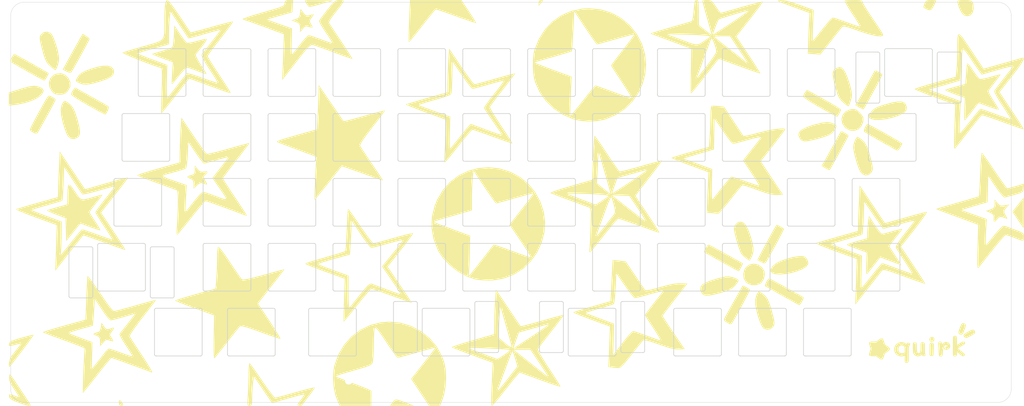
<source format=kicad_pcb>
(kicad_pcb (version 20171130) (host pcbnew 5.1.9-73d0e3b20d~88~ubuntu18.04.1)

  (general
    (thickness 1.6)
    (drawings 520)
    (tracks 0)
    (zones 0)
    (modules 10)
    (nets 1)
  )

  (page A2)
  (layers
    (0 F.Cu signal)
    (31 B.Cu signal)
    (32 B.Adhes user)
    (33 F.Adhes user)
    (34 B.Paste user)
    (35 F.Paste user)
    (36 B.SilkS user)
    (37 F.SilkS user)
    (38 B.Mask user)
    (39 F.Mask user)
    (40 Dwgs.User user)
    (41 Cmts.User user)
    (42 Eco1.User user)
    (43 Eco2.User user)
    (44 Edge.Cuts user)
    (45 Margin user)
    (46 B.CrtYd user)
    (47 F.CrtYd user)
    (48 B.Fab user)
    (49 F.Fab user)
  )

  (setup
    (last_trace_width 0.25)
    (trace_clearance 0.2)
    (zone_clearance 0.508)
    (zone_45_only no)
    (trace_min 0.2)
    (via_size 0.8)
    (via_drill 0.4)
    (via_min_size 0.4)
    (via_min_drill 0.3)
    (uvia_size 0.3)
    (uvia_drill 0.1)
    (uvias_allowed no)
    (uvia_min_size 0.2)
    (uvia_min_drill 0.1)
    (edge_width 0.1)
    (segment_width 0.2)
    (pcb_text_width 0.3)
    (pcb_text_size 1.5 1.5)
    (mod_edge_width 0.15)
    (mod_text_size 1 1)
    (mod_text_width 0.15)
    (pad_size 1.5 1.5)
    (pad_drill 0.6)
    (pad_to_mask_clearance 0)
    (aux_axis_origin 0 0)
    (visible_elements FFFFFF7F)
    (pcbplotparams
      (layerselection 0x010fc_ffffffff)
      (usegerberextensions false)
      (usegerberattributes false)
      (usegerberadvancedattributes false)
      (creategerberjobfile false)
      (excludeedgelayer true)
      (linewidth 0.100000)
      (plotframeref false)
      (viasonmask false)
      (mode 1)
      (useauxorigin false)
      (hpglpennumber 1)
      (hpglpenspeed 20)
      (hpglpendiameter 15.000000)
      (psnegative false)
      (psa4output false)
      (plotreference true)
      (plotvalue true)
      (plotinvisibletext false)
      (padsonsilk false)
      (subtractmaskfromsilk false)
      (outputformat 1)
      (mirror false)
      (drillshape 0)
      (scaleselection 1)
      (outputdirectory "plate_gerber/"))
  )

  (net 0 "")

  (net_class Default "This is the default net class."
    (clearance 0.2)
    (trace_width 0.25)
    (via_dia 0.8)
    (via_drill 0.4)
    (uvia_dia 0.3)
    (uvia_drill 0.1)
  )

  (module silkscreens:stars_ss (layer F.Cu) (tedit 0) (tstamp 60421D44)
    (at 196.05625 90.4875)
    (fp_text reference G*** (at 0 0) (layer F.SilkS) hide
      (effects (font (size 1.524 1.524) (thickness 0.3)))
    )
    (fp_text value LOGO (at 0.75 0) (layer F.SilkS) hide
      (effects (font (size 1.524 1.524) (thickness 0.3)))
    )
    (fp_poly (pts (xy -148.539938 50.60011) (xy -148.16031 51.034976) (xy -147.548554 51.896664) (xy -146.643095 53.245946)
      (xy -146.195654 53.919572) (xy -144.880664 55.896962) (xy -143.901945 57.371209) (xy -143.221618 58.414739)
      (xy -142.801808 59.099977) (xy -142.604635 59.499348) (xy -142.592225 59.685277) (xy -142.726698 59.730188)
      (xy -142.970179 59.706507) (xy -143.178767 59.688177) (xy -143.893704 59.550531) (xy -145.011502 59.22233)
      (xy -146.29944 58.772441) (xy -146.393243 58.736919) (xy -147.708072 58.190577) (xy -148.483519 57.734598)
      (xy -148.844326 57.285564) (xy -148.90563 57.056849) (xy -148.908033 56.516296) (xy -148.628356 56.331743)
      (xy -147.947547 56.487944) (xy -147.090501 56.824377) (xy -146.471228 57.078613) (xy -146.130542 57.157246)
      (xy -146.08936 56.976275) (xy -146.368597 56.451698) (xy -146.989168 55.499514) (xy -147.674449 54.479129)
      (xy -148.438804 53.239909) (xy -148.82503 52.29873) (xy -148.913877 51.443053) (xy -148.901837 51.248701)
      (xy -148.849125 50.767746) (xy -148.749018 50.531291) (xy -148.539938 50.60011)) (layer F.SilkS) (width 0.01))
    (fp_poly (pts (xy -115.80754 58.608783) (xy -115.390048 59.307707) (xy -115.518611 59.651454) (xy -116.016216 59.724324)
      (xy -116.554533 59.523208) (xy -116.702703 58.866216) (xy -116.605156 58.15609) (xy -116.29695 58.096029)
      (xy -115.80754 58.608783)) (layer F.SilkS) (width 0.01))
    (fp_poly (pts (xy -78.018267 47.503533) (xy -77.422624 48.311299) (xy -76.58199 49.497696) (xy -75.564592 50.96666)
      (xy -74.629585 52.339368) (xy -73.509631 53.958459) (xy -72.493814 55.357735) (xy -71.653029 56.444957)
      (xy -71.05817 57.127884) (xy -70.800297 57.321621) (xy -70.329451 57.230774) (xy -69.319885 56.979424)
      (xy -67.891887 56.599361) (xy -66.165743 56.122373) (xy -64.835223 55.745191) (xy -63.000194 55.231109)
      (xy -61.405574 54.806058) (xy -60.16328 54.498121) (xy -59.38523 54.335381) (xy -59.17438 54.324719)
      (xy -59.301577 54.644606) (xy -59.771721 55.374681) (xy -60.49997 56.388231) (xy -60.976764 57.01669)
      (xy -61.836966 58.131454) (xy -62.523463 59.022659) (xy -62.939104 59.564101) (xy -63.016459 59.666248)
      (xy -63.373691 59.711226) (xy -63.809277 59.666248) (xy -64.178939 59.560712) (xy -64.226106 59.318116)
      (xy -63.909655 58.801854) (xy -63.319952 58.040644) (xy -62.690044 57.197313) (xy -62.311293 56.590819)
      (xy -62.256669 56.391078) (xy -62.617425 56.431839) (xy -63.514432 56.637787) (xy -64.825996 56.978225)
      (xy -66.430423 57.422457) (xy -67.052398 57.600757) (xy -71.710619 58.947944) (xy -74.384363 55.01221)
      (xy -77.058108 51.076476) (xy -77.281595 52.911886) (xy -77.404057 54.24911) (xy -77.49824 55.884932)
      (xy -77.539027 57.23581) (xy -77.572473 58.522573) (xy -77.659119 59.268552) (xy -77.844144 59.619402)
      (xy -78.172722 59.720779) (xy -78.310858 59.724324) (xy -78.655297 59.69262) (xy -78.858925 59.510677)
      (xy -78.943084 59.048251) (xy -78.929117 58.175097) (xy -78.838368 56.760969) (xy -78.825722 56.582404)
      (xy -78.71829 54.666996) (xy -78.639217 52.491261) (xy -78.603419 50.481229) (xy -78.602703 50.212147)
      (xy -78.573298 48.844889) (xy -78.494247 47.805853) (xy -78.379299 47.233494) (xy -78.300693 47.170462)
      (xy -78.018267 47.503533)) (layer F.SilkS) (width 0.01))
    (fp_poly (pts (xy -33.937957 35.347188) (xy -30.814374 36.296301) (xy -27.967266 37.807678) (xy -25.469245 39.826774)
      (xy -23.392923 42.299044) (xy -21.810912 45.169943) (xy -21.101182 47.157179) (xy -20.723333 49.232312)
      (xy -20.624647 51.656592) (xy -20.791786 54.158114) (xy -21.211408 56.464973) (xy -21.620936 57.750675)
      (xy -22.406083 59.724324) (xy -25.637313 59.724324) (xy -28.265887 55.777569) (xy -30.89446 51.830814)
      (xy -27.306287 47.293738) (xy -26.128443 45.793508) (xy -25.123295 44.492347) (xy -24.358675 43.479786)
      (xy -23.902417 42.845359) (xy -23.803867 42.670908) (xy -24.145025 42.731751) (xy -25.032799 42.955104)
      (xy -26.35486 43.310974) (xy -27.998878 43.769368) (xy -29.192783 44.109778) (xy -31.011089 44.626746)
      (xy -32.604424 45.068844) (xy -33.853132 45.403731) (xy -34.637553 45.599064) (xy -34.839189 45.635911)
      (xy -35.134442 45.363789) (xy -35.730523 44.610463) (xy -36.556892 43.472097) (xy -37.543013 42.044852)
      (xy -38.255764 40.978201) (xy -39.435606 39.21353) (xy -40.304982 37.977133) (xy -40.911356 37.211493)
      (xy -41.302193 36.859095) (xy -41.524956 36.862422) (xy -41.578261 36.952058) (xy -41.67529 37.526017)
      (xy -41.75872 38.631201) (xy -41.820046 40.112366) (xy -41.850759 41.814268) (xy -41.851551 41.939141)
      (xy -41.884548 43.672204) (xy -41.956891 45.216481) (xy -42.058081 46.408897) (xy -42.177618 47.086376)
      (xy -42.184106 47.10438) (xy -42.380125 47.434572) (xy -42.762296 47.738456) (xy -43.428628 48.05606)
      (xy -44.477132 48.427414) (xy -46.005818 48.892548) (xy -47.845862 49.416772) (xy -49.629148 49.929471)
      (xy -51.13965 50.387994) (xy -52.271674 50.758261) (xy -52.919525 51.006194) (xy -53.029151 51.087966)
      (xy -52.665167 51.259278) (xy -51.769067 51.622971) (xy -50.453245 52.135059) (xy -48.830097 52.751557)
      (xy -47.681216 53.180852) (xy -45.937396 53.843831) (xy -44.447747 54.439585) (xy -43.319428 54.922871)
      (xy -42.659597 55.248448) (xy -42.53274 55.354554) (xy -42.548447 55.808686) (xy -42.559122 56.730002)
      (xy -42.562162 57.664864) (xy -42.562162 59.724324) (xy -51.812101 59.724324) (xy -52.335794 58.711612)
      (xy -53.142218 56.601443) (xy -53.644683 54.111731) (xy -53.819396 51.48965) (xy -53.642558 48.982372)
      (xy -53.39054 47.755763) (xy -52.215015 44.566332) (xy -50.519563 41.747001) (xy -48.370329 39.350033)
      (xy -45.833456 37.427688) (xy -42.975088 36.032229) (xy -39.86137 35.215919) (xy -37.265404 35.014884)
      (xy -33.937957 35.347188)) (layer F.SilkS) (width 0.01))
    (fp_poly (pts (xy -34.44734 58.028702) (xy -33.3494 58.417471) (xy -32.093243 58.898627) (xy -30.033784 59.69077)
      (xy -37.090822 59.724324) (xy -36.327927 58.692453) (xy -35.954806 58.207307) (xy -35.610218 57.930428)
      (xy -35.154338 57.868623) (xy -34.44734 58.028702)) (layer F.SilkS) (width 0.01))
    (fp_poly (pts (xy -2.440023 30.891891) (xy -1.310467 32.574821) (xy -0.315417 34.053629) (xy 0.483343 35.236803)
      (xy 1.024035 36.032827) (xy 1.244875 36.350189) (xy 1.245011 36.350348) (xy 1.595808 36.303621)
      (xy 2.501382 36.090962) (xy 3.857694 35.739376) (xy 5.560702 35.275865) (xy 7.506368 34.727432)
      (xy 7.587867 34.704082) (xy 9.540705 34.151416) (xy 11.254354 33.680109) (xy 12.6249 33.317618)
      (xy 13.548428 33.091399) (xy 13.921022 33.028909) (xy 13.922998 33.030204) (xy 13.757135 33.321187)
      (xy 13.228763 34.061257) (xy 12.403419 35.162804) (xy 11.346636 36.538221) (xy 10.252263 37.937281)
      (xy 9.019644 39.510645) (xy 7.935496 40.913097) (xy 7.071971 42.049799) (xy 6.50122 42.825913)
      (xy 6.299329 43.133165) (xy 6.426982 43.533011) (xy 6.886122 44.401) (xy 7.619191 45.639672)
      (xy 8.568632 47.151567) (xy 9.611692 48.741857) (xy 10.709579 50.404494) (xy 11.647582 51.86554)
      (xy 12.368566 53.0326) (xy 12.815395 53.813279) (xy 12.933345 54.113502) (xy 12.575149 54.053219)
      (xy 11.677878 53.787264) (xy 10.345686 53.3498) (xy 8.682728 52.77499) (xy 6.860781 52.12166)
      (xy 0.950551 49.967484) (xy 0.046222 51.002128) (xy -0.498171 51.653131) (xy -1.356247 52.712016)
      (xy -2.420391 54.044662) (xy -3.582985 55.516944) (xy -3.86813 55.880548) (xy -4.967239 57.257461)
      (xy -5.931803 58.41601) (xy -6.677795 59.258993) (xy -7.12119 59.689208) (xy -7.190892 59.724324)
      (xy -7.308002 59.401811) (xy -7.374283 58.51412) (xy -7.384819 57.181023) (xy -7.34935 55.862837)
      (xy -7.317491 55.102117) (xy -5.467713 55.102117) (xy -5.381682 55.181968) (xy -5.029724 54.860501)
      (xy -4.372685 54.097182) (xy -3.371415 52.851473) (xy -2.471722 51.705315) (xy 0.304843 48.148469)
      (xy -0.38812 45.838649) (xy -0.741609 44.720894) (xy -1.024561 43.937128) (xy -1.180254 43.643184)
      (xy -1.18617 43.646171) (xy -1.334546 43.991748) (xy -1.676579 44.870694) (xy -2.169926 46.171733)
      (xy -2.772246 47.783589) (xy -3.189929 48.912162) (xy -3.853713 50.709381) (xy -4.447344 52.311491)
      (xy -4.92425 53.593196) (xy -5.237857 54.4292) (xy -5.326969 54.661486) (xy -5.467713 55.102117)
      (xy -7.317491 55.102117) (xy -7.270584 53.98209) (xy -7.183783 52.053493) (xy -7.101844 50.35784)
      (xy -7.059541 49.553899) (xy -6.924014 47.106447) (xy -12.815385 44.946257) (xy -14.708545 44.245259)
      (xy -16.379474 43.613592) (xy -17.720684 43.092942) (xy -18.564779 42.749377) (xy -14.002624 42.749377)
      (xy -13.730895 42.878731) (xy -12.958738 43.192915) (xy -11.829078 43.637251) (xy -10.484837 44.157061)
      (xy -9.068938 44.697667) (xy -7.724305 45.20439) (xy -6.59386 45.622554) (xy -5.820528 45.897478)
      (xy -5.572422 45.974523) (xy -5.263508 45.81028) (xy -4.542903 45.360814) (xy -3.593599 44.741211)
      (xy -2.666337 44.083183) (xy -2.054547 43.565962) (xy -1.890856 43.302837) (xy -2.086812 43.270396)
      (xy -0.858108 43.270396) (xy 0 43.912336) (xy 0.566937 44.349059) (xy 1.551526 45.120308)
      (xy 2.834831 46.132428) (xy 4.297918 47.291762) (xy 4.977027 47.831567) (xy 6.404895 48.963527)
      (xy 7.632048 49.928493) (xy 8.563734 50.652579) (xy 9.105197 51.061901) (xy 9.202014 51.126051)
      (xy 9.157909 50.90712) (xy 9.054328 50.714189) (xy 8.773291 50.274292) (xy 8.19408 49.391093)
      (xy 7.400487 48.191695) (xy 6.476306 46.803202) (xy 6.45207 46.766891) (xy 4.103565 43.248648)
      (xy 1.622729 43.259522) (xy -0.858108 43.270396) (xy -2.086812 43.270396) (xy -2.263137 43.241205)
      (xy -3.185254 43.16431) (xy -4.520894 43.078383) (xy -6.133745 42.98965) (xy -7.414415 42.927354)
      (xy -0.942731 42.927354) (xy -0.042312 42.341569) (xy 0.556681 41.947764) (xy 1.600714 41.257211)
      (xy 2.963429 40.353647) (xy 4.518469 39.320809) (xy 5.236719 38.843214) (xy 6.739088 37.834476)
      (xy 8.00707 36.965134) (xy 8.945117 36.30215) (xy 9.457683 35.912484) (xy 9.523602 35.838917)
      (xy 9.178817 35.893204) (xy 8.299684 36.106525) (xy 7.011177 36.446708) (xy 5.438269 36.881582)
      (xy 5.084161 36.981743) (xy 0.736447 38.216296) (xy -0.942731 42.927354) (xy -7.414415 42.927354)
      (xy -7.887492 42.904342) (xy -9.645822 42.828688) (xy -11.272422 42.768916) (xy -12.630979 42.731255)
      (xy -13.585178 42.721935) (xy -13.998708 42.747184) (xy -14.002624 42.749377) (xy -18.564779 42.749377)
      (xy -18.624685 42.724994) (xy -18.979596 42.555735) (xy -18.752458 42.395836) (xy -17.958742 42.085972)
      (xy -16.693786 41.6582) (xy -15.052926 41.144578) (xy -13.1315 40.577164) (xy -12.887028 40.507103)
      (xy -10.218314 39.744776) (xy -5.148649 39.744776) (xy -3.518243 41.141484) (xy -2.406063 42.045235)
      (xy -1.722201 42.470155) (xy -1.421289 42.434287) (xy -1.45637 41.961486) (xy -1.602585 41.437249)
      (xy -1.900138 40.379905) (xy -2.3131 38.916797) (xy -2.805544 37.175269) (xy -3.126808 36.04054)
      (xy -4.633784 30.72027) (xy -4.853963 32.779729) (xy -4.977544 34.264179) (xy -5.072516 36.004037)
      (xy -5.111395 37.291982) (xy -5.148649 39.744776) (xy -10.218314 39.744776) (xy -6.521622 38.688804)
      (xy -6.487555 35.04778) (xy -6.448652 33.111708) (xy -6.373636 31.03305) (xy -6.275893 29.152868)
      (xy -6.230122 28.489189) (xy -6.006757 25.571621) (xy -2.440023 30.891891)) (layer F.SilkS) (width 0.01))
    (fp_poly (pts (xy -125.686928 21.778404) (xy -125.165442 22.390861) (xy -124.389384 23.422278) (xy -123.417852 24.793907)
      (xy -122.309942 26.426995) (xy -122.230617 26.546342) (xy -120.914964 28.484161) (xy -119.796143 30.042922)
      (xy -118.917878 31.165655) (xy -118.323889 31.795389) (xy -118.111699 31.913374) (xy -117.614145 31.819346)
      (xy -116.576133 31.563675) (xy -115.116055 31.177545) (xy -113.352302 30.692137) (xy -111.725676 30.231347)
      (xy -109.839169 29.69616) (xy -108.196425 29.241457) (xy -106.90448 28.895939) (xy -106.070373 28.688307)
      (xy -105.800063 28.642459) (xy -105.973035 28.925048) (xy -106.508542 29.660538) (xy -107.342427 30.764057)
      (xy -108.410535 32.150736) (xy -109.648708 33.735702) (xy -109.687489 33.78502) (xy -110.97043 35.451992)
      (xy -112.050168 36.924965) (xy -112.867687 38.118079) (xy -113.363971 38.945475) (xy -113.485713 39.310928)
      (xy -113.24432 39.735656) (xy -112.683484 40.629582) (xy -111.867674 41.892802) (xy -110.86136 43.425416)
      (xy -109.815291 44.998577) (xy -108.609101 46.837803) (xy -107.701424 48.297593) (xy -107.11953 49.330394)
      (xy -106.890687 49.888653) (xy -106.965653 49.967913) (xy -107.820548 49.642907) (xy -109.077197 49.175844)
      (xy -110.612424 48.611371) (xy -112.303053 47.994135) (xy -114.025909 47.368783) (xy -115.657815 46.779961)
      (xy -117.075595 46.272318) (xy -118.156074 45.8905) (xy -118.776077 45.679153) (xy -118.874552 45.651351)
      (xy -119.13027 45.908822) (xy -119.73828 46.625627) (xy -120.630528 47.718356) (xy -121.738957 49.103598)
      (xy -122.995514 50.697944) (xy -123.075357 50.8) (xy -124.334981 52.403438) (xy -125.445491 53.803164)
      (xy -126.339933 54.915925) (xy -126.951351 55.658468) (xy -127.21279 55.947538) (xy -127.216042 55.948648)
      (xy -127.245226 55.625957) (xy -127.247777 54.738938) (xy -127.225209 53.409171) (xy -127.179038 51.758237)
      (xy -127.155099 51.057432) (xy -127.079822 49.132709) (xy -126.997108 47.305606) (xy -126.915981 45.758915)
      (xy -126.845462 44.675429) (xy -126.832288 44.517605) (xy -126.684788 42.868993) (xy -128.129556 42.262407)
      (xy -128.982318 41.924278) (xy -130.31739 41.418324) (xy -131.970024 40.806021) (xy -133.775469 40.148844)
      (xy -134.289961 39.963721) (xy -135.954257 39.355464) (xy -137.361111 38.820209) (xy -138.37738 38.41071)
      (xy -131.265866 38.41071) (xy -130.875866 38.607146) (xy -129.985616 38.975101) (xy -128.741552 39.455741)
      (xy -127.743765 39.825846) (xy -124.425676 41.036971) (xy -124.53691 44.974566) (xy -124.648145 48.912162)
      (xy -123.781704 47.882432) (xy -123.119435 47.065485) (xy -122.247685 45.951526) (xy -121.439389 44.892857)
      (xy -120.667471 43.925769) (xy -120.022421 43.221729) (xy -119.635461 42.922988) (xy -119.62027 42.920879)
      (xy -119.170065 43.029324) (xy -118.233711 43.331198) (xy -116.966299 43.774824) (xy -116.047665 44.111272)
      (xy -114.679808 44.604566) (xy -113.572625 44.973553) (xy -112.86833 45.172594) (xy -112.6925 45.187995)
      (xy -112.821684 44.871984) (xy -113.269047 44.114687) (xy -113.959804 43.037706) (xy -114.62446 42.046615)
      (xy -115.449175 40.775894) (xy -116.072985 39.693696) (xy -116.42373 38.933311) (xy -116.462526 38.65133)
      (xy -116.136704 38.189989) (xy -115.526491 37.397946) (xy -114.990353 36.727027) (xy -114.086146 35.593143)
      (xy -113.187136 34.436638) (xy -112.802075 33.928344) (xy -111.866272 32.674255) (xy -115.228406 33.66492)
      (xy -116.695173 34.082916) (xy -117.948146 34.413871) (xy -118.820494 34.615127) (xy -119.105405 34.656191)
      (xy -119.491979 34.384163) (xy -120.141782 33.646902) (xy -120.957613 32.563427) (xy -121.67973 31.504057)
      (xy -123.739189 28.351317) (xy -123.820911 29.879037) (xy -123.893463 31.042197) (xy -124.000293 32.536784)
      (xy -124.101034 33.8249) (xy -124.299436 36.243043) (xy -127.884657 37.224871) (xy -129.312617 37.638109)
      (xy -130.431964 38.004776) (xy -131.117312 38.280899) (xy -131.265866 38.41071) (xy -138.37738 38.41071)
      (xy -138.396825 38.402875) (xy -138.9477 38.148384) (xy -139.007204 38.1) (xy -138.693531 37.958972)
      (xy -137.819423 37.668772) (xy -136.486814 37.260579) (xy -134.797641 36.765572) (xy -132.853839 36.214932)
      (xy -132.746972 36.185156) (xy -126.485135 34.441935) (xy -126.237989 28.299096) (xy -126.153002 26.288806)
      (xy -126.069563 24.498138) (xy -125.993901 23.04751) (xy -125.932244 22.057342) (xy -125.894745 21.66366)
      (xy -125.686928 21.778404)) (layer F.SilkS) (width 0.01))
    (fp_poly (pts (xy 28.606485 16.937682) (xy 29.425184 17.013978) (xy 30.206799 17.103561) (xy 32.093243 17.333783)
      (xy 34.774265 21.281081) (xy 35.768827 22.749575) (xy 36.634046 24.034936) (xy 37.291526 25.020121)
      (xy 37.662875 25.58809) (xy 37.705088 25.656738) (xy 37.977333 25.796514) (xy 38.596427 25.767193)
      (xy 39.649425 25.553441) (xy 41.22338 25.139925) (xy 42.181245 24.868352) (xy 44.412475 24.267938)
      (xy 46.147777 23.90397) (xy 47.525869 23.751183) (xy 48.302449 23.753506) (xy 50.197298 23.855405)
      (xy 46.55568 28.489189) (xy 45.362643 30.017828) (xy 44.333141 31.35708) (xy 43.536393 32.41525)
      (xy 43.041618 33.100644) (xy 42.909734 33.318961) (xy 43.091828 33.653817) (xy 43.598822 34.457455)
      (xy 44.367281 35.632566) (xy 45.333765 37.081842) (xy 46.154367 38.295988) (xy 49.403328 43.077027)
      (xy 47.753412 43.178887) (xy 46.824261 43.160793) (xy 45.725806 42.973749) (xy 44.318397 42.583643)
      (xy 42.462387 41.956364) (xy 41.857174 41.73862) (xy 39.822716 41.036402) (xy 38.351162 40.610379)
      (xy 37.464961 40.466453) (xy 37.221581 40.519559) (xy 36.880156 40.89574) (xy 36.206721 41.709742)
      (xy 35.287464 42.854985) (xy 34.208571 44.224888) (xy 33.77629 44.780091) (xy 32.408553 46.496773)
      (xy 31.373652 47.686177) (xy 30.627145 48.394543) (xy 30.124588 48.668114) (xy 30.033784 48.674116)
      (xy 29.209443 48.601985) (xy 28.185934 48.48916) (xy 28.178758 48.488287) (xy 27.010219 48.345897)
      (xy 27.458075 36.474607) (xy 21.98183 34.469195) (xy 20.19757 33.801881) (xy 18.677657 33.206719)
      (xy 17.522741 32.725337) (xy 16.96794 32.462955) (xy 20.336945 32.462955) (xy 20.338035 32.465963)
      (xy 20.677102 32.614406) (xy 21.53592 32.952267) (xy 22.790118 33.431543) (xy 24.315324 34.004231)
      (xy 24.546785 34.090388) (xy 28.660811 35.62009) (xy 28.537535 40.206447) (xy 28.41426 44.792804)
      (xy 31.11186 41.293997) (xy 32.157824 39.976597) (xy 33.083809 38.88278) (xy 33.797412 38.116669)
      (xy 34.206231 37.782385) (xy 34.233869 37.775973) (xy 34.710176 37.883464) (xy 35.679521 38.189733)
      (xy 36.994674 38.645925) (xy 38.313524 39.129729) (xy 39.796186 39.677109) (xy 41.046487 40.120865)
      (xy 41.922829 40.411902) (xy 42.273142 40.502702) (xy 42.209835 40.237834) (xy 41.818937 39.513952)
      (xy 41.162635 38.437143) (xy 40.303117 37.11349) (xy 40.167136 36.91009) (xy 39.253505 35.531749)
      (xy 38.498823 34.361598) (xy 37.976237 33.515374) (xy 37.758893 33.108812) (xy 37.756757 33.096293)
      (xy 37.956935 32.754753) (xy 38.501113 31.99197) (xy 39.304752 30.923001) (xy 40.224023 29.738229)
      (xy 41.226473 28.461775) (xy 42.085907 27.363821) (xy 42.705417 26.568405) (xy 42.978752 26.212355)
      (xy 42.785002 26.152071) (xy 42.0484 26.268455) (xy 40.882748 26.538021) (xy 39.401854 26.937282)
      (xy 39.236591 26.984652) (xy 37.64534 27.433742) (xy 36.2776 27.802054) (xy 35.2775 28.051982)
      (xy 34.78917 28.145916) (xy 34.786036 28.145946) (xy 34.443833 27.877458) (xy 33.80919 27.143538)
      (xy 32.968118 26.051497) (xy 32.006631 24.708648) (xy 31.856202 24.490565) (xy 29.347297 20.835185)
      (xy 29.134216 25.201349) (xy 29.031114 26.872674) (xy 28.902971 28.293189) (xy 28.765289 29.323214)
      (xy 28.633569 29.823067) (xy 28.619351 29.840385) (xy 28.187425 30.034) (xy 27.232726 30.360729)
      (xy 25.895385 30.775296) (xy 24.315533 31.232427) (xy 24.28044 31.242248) (xy 22.744229 31.681113)
      (xy 21.492897 32.056309) (xy 20.649463 32.329651) (xy 20.336945 32.462955) (xy 16.96794 32.462955)
      (xy 16.833471 32.399361) (xy 16.68489 32.278513) (xy 17.059537 32.126062) (xy 17.980502 31.823296)
      (xy 19.333276 31.405825) (xy 21.003346 30.909258) (xy 22.247638 30.548648) (xy 27.631081 29.004054)
      (xy 27.923081 22.997297) (xy 28.020506 21.048623) (xy 28.110216 19.357063) (xy 28.185899 18.033719)
      (xy 28.241242 17.189692) (xy 28.267718 16.931939) (xy 28.606485 16.937682)) (layer F.SilkS) (width 0.01))
    (fp_poly (pts (xy -141.824541 39.145593) (xy -142.308254 39.853293) (xy -143.054798 40.890362) (xy -143.984438 42.150869)
      (xy -145.01744 43.528884) (xy -146.074072 44.918479) (xy -147.074598 46.213722) (xy -147.939286 47.308684)
      (xy -148.588401 48.097435) (xy -148.830694 48.368693) (xy -148.919392 48.165747) (xy -148.965655 47.482776)
      (xy -148.967567 47.279488) (xy -148.645374 45.83828) (xy -148.172557 45.077011) (xy -147.459502 44.18125)
      (xy -146.632224 43.107703) (xy -146.370855 42.760928) (xy -145.364163 41.4151) (xy -146.307757 41.645388)
      (xy -147.652987 41.97322) (xy -148.458294 42.143178) (xy -148.853257 42.149158) (xy -148.967453 41.985055)
      (xy -148.93046 41.644764) (xy -148.911483 41.522726) (xy -148.776302 41.140792) (xy -148.417963 40.817428)
      (xy -147.717121 40.493432) (xy -146.554431 40.109603) (xy -145.363513 39.762733) (xy -143.916708 39.36607)
      (xy -142.720341 39.064449) (xy -141.924413 38.894128) (xy -141.683392 38.873191) (xy -141.824541 39.145593)) (layer F.SilkS) (width 0.01))
    (fp_poly (pts (xy -87.303333 13.176307) (xy -86.72984 13.781223) (xy -85.84658 14.946374) (xy -84.641259 16.687236)
      (xy -84.105135 17.489514) (xy -83.020842 19.109339) (xy -82.047084 20.536055) (xy -81.255218 21.667292)
      (xy -80.7166 22.40068) (xy -80.525263 22.625237) (xy -80.033154 22.658672) (xy -78.923751 22.476908)
      (xy -77.229327 22.086834) (xy -74.982157 21.495339) (xy -74.154801 21.265546) (xy -72.243235 20.733887)
      (xy -70.576401 20.279835) (xy -69.259772 19.931341) (xy -68.398825 19.716351) (xy -68.09927 19.660969)
      (xy -68.275205 19.941363) (xy -68.807213 20.66492) (xy -69.624041 21.737533) (xy -70.654439 23.065096)
      (xy -71.275004 23.855405) (xy -72.462321 25.36561) (xy -73.545862 26.751166) (xy -74.431852 27.891624)
      (xy -75.026516 28.666534) (xy -75.170531 28.859038) (xy -75.819188 29.743753) (xy -72.406464 34.865795)
      (xy -71.32991 36.507629) (xy -70.422893 37.941361) (xy -69.740603 39.075466) (xy -69.338235 39.818419)
      (xy -69.263336 40.078011) (xy -69.658478 39.994514) (xy -70.587073 39.706957) (xy -71.93967 39.25199)
      (xy -73.606822 38.666262) (xy -75.167685 38.100948) (xy -77.295364 37.33341) (xy -78.868524 36.800636)
      (xy -79.969202 36.480375) (xy -80.679436 36.350376) (xy -81.081264 36.388385) (xy -81.194681 36.46618)
      (xy -81.533606 36.875505) (xy -82.212533 37.72242) (xy -83.149138 38.903309) (xy -84.261097 40.314557)
      (xy -84.947196 41.189189) (xy -86.115775 42.677134) (xy -87.149643 43.985773) (xy -87.968577 45.014167)
      (xy -88.492354 45.661373) (xy -88.629906 45.822973) (xy -88.741848 45.624783) (xy -88.818807 44.785332)
      (xy -88.85926 43.34903) (xy -88.861684 41.360287) (xy -88.840362 39.687674) (xy -88.728378 33.209133)
      (xy -94.475097 31.106593) (xy -96.321309 30.422) (xy -97.921632 29.811162) (xy -99.173468 29.314673)
      (xy -99.974219 28.973128) (xy -100.224422 28.831744) (xy -99.911725 28.688483) (xy -99.041458 28.395613)
      (xy -97.717971 27.985531) (xy -96.045612 27.490632) (xy -94.266609 26.98207) (xy -88.306191 25.304707)
      (xy -88.08823 22.726241) (xy -87.985995 21.141488) (xy -87.90803 19.222403) (xy -87.867714 17.321056)
      (xy -87.865014 16.852942) (xy -87.834832 15.380328) (xy -87.758144 14.14602) (xy -87.648406 13.326002)
      (xy -87.57935 13.116151) (xy -87.303333 13.176307)) (layer F.SilkS) (width 0.01))
    (fp_poly (pts (xy 72.186663 26.716991) (xy 73.002365 27.364397) (xy 73.678724 28.273129) (xy 74.275168 29.5605)
      (xy 74.851122 31.343822) (xy 75.20544 32.676314) (xy 75.557029 34.115351) (xy 75.737801 35.06018)
      (xy 75.755596 35.679423) (xy 75.618254 36.141704) (xy 75.38499 36.537801) (xy 74.583282 37.227101)
      (xy 73.574229 37.410083) (xy 72.614554 37.063576) (xy 72.337769 36.812837) (xy 71.872225 36.040293)
      (xy 71.355592 34.794792) (xy 70.853926 33.279795) (xy 70.43328 31.698766) (xy 70.159709 30.255164)
      (xy 70.129585 30.011175) (xy 70.102365 28.510532) (xy 70.432764 27.325276) (xy 70.51476 27.158229)
      (xy 71.090894 26.044109) (xy 72.186663 26.716991)) (layer F.SilkS) (width 0.01))
    (fp_poly (pts (xy 66.751955 24.52199) (xy 67.423913 24.878832) (xy 68.245218 25.382532) (xy 68.605446 25.624758)
      (xy 68.489222 25.932053) (xy 68.1042 26.717033) (xy 67.51591 27.857808) (xy 66.789881 29.232489)
      (xy 65.991642 30.719184) (xy 65.186722 32.196004) (xy 64.440649 33.54106) (xy 63.818953 34.632462)
      (xy 63.387162 35.348319) (xy 63.337323 35.42395) (xy 63.027912 35.776217) (xy 62.648928 35.777429)
      (xy 61.965222 35.413863) (xy 61.837277 35.336404) (xy 61.133311 34.847002) (xy 60.93655 34.438779)
      (xy 61.136261 33.893535) (xy 61.446528 33.321712) (xy 61.991202 32.336131) (xy 62.699697 31.062745)
      (xy 63.501428 29.627504) (xy 64.325811 28.15636) (xy 65.102262 26.775265) (xy 65.760196 25.61017)
      (xy 66.229027 24.787027) (xy 66.438173 24.431788) (xy 66.440479 24.428655) (xy 66.751955 24.52199)) (layer F.SilkS) (width 0.01))
    (fp_poly (pts (xy -49.178811 2.162527) (xy -48.632317 2.871174) (xy -47.833247 3.977346) (xy -46.844853 5.393639)
      (xy -45.822973 6.89497) (xy -44.69549 8.535388) (xy -43.673613 9.957689) (xy -42.826729 11.070367)
      (xy -42.224227 11.781916) (xy -41.949108 12.003706) (xy -41.484831 11.916203) (xy -40.481342 11.667853)
      (xy -39.0584 11.290209) (xy -37.335767 10.814822) (xy -36.002791 10.437083) (xy -34.165362 9.924526)
      (xy -32.565548 9.50411) (xy -31.315994 9.203357) (xy -30.529348 9.049788) (xy -30.311864 9.046694)
      (xy -30.454384 9.36143) (xy -30.963908 10.122001) (xy -31.77633 11.240009) (xy -32.827547 12.627054)
      (xy -33.954655 14.070053) (xy -37.783489 18.90737) (xy -34.170048 24.213144) (xy -33.045421 25.875482)
      (xy -32.079328 27.324647) (xy -31.328882 28.473192) (xy -30.851197 29.233669) (xy -30.703387 29.51863)
      (xy -30.704743 29.518919) (xy -31.059822 29.407967) (xy -31.953815 29.100062) (xy -33.280398 28.63263)
      (xy -34.933249 28.043097) (xy -36.555405 27.459459) (xy -38.419474 26.792322) (xy -40.06382 26.215307)
      (xy -41.378249 25.766157) (xy -42.252566 25.482615) (xy -42.568154 25.4) (xy -42.871433 25.656375)
      (xy -43.522913 26.368154) (xy -44.44875 27.449311) (xy -45.575102 28.813824) (xy -46.693154 30.205405)
      (xy -47.926734 31.74825) (xy -49.01277 33.085563) (xy -49.88036 34.131741) (xy -50.458604 34.801179)
      (xy -50.673214 35.01081) (xy -50.713205 34.685782) (xy -50.7243 33.782232) (xy -50.707766 32.407461)
      (xy -50.664869 30.66877) (xy -50.599171 28.733503) (xy -50.359845 22.456195) (xy -55.471139 20.611792)
      (xy -57.290206 19.948156) (xy -58.937049 19.333963) (xy -60.277346 18.820314) (xy -61.176775 18.45831)
      (xy -61.429793 18.344908) (xy -61.707987 18.213767) (xy -61.80295 18.157687) (xy -58.158323 18.157687)
      (xy -57.77623 18.344336) (xy -56.872739 18.711318) (xy -55.573486 19.209596) (xy -54.004107 19.790135)
      (xy -53.604749 19.934981) (xy -49.255405 21.506448) (xy -49.255405 26.359176) (xy -49.239963 28.368741)
      (xy -49.19048 29.748052) (xy -49.102222 30.552716) (xy -48.970457 30.838339) (xy -48.87784 30.794465)
      (xy -48.528094 30.373884) (xy -47.851169 29.533065) (xy -46.943185 28.392218) (xy -45.90026 27.071552)
      (xy -45.854642 27.013565) (xy -44.627402 25.498856) (xy -43.725604 24.499647) (xy -43.093168 23.960736)
      (xy -42.674009 23.82692) (xy -42.628153 23.837691) (xy -42.093235 24.028538) (xy -41.064744 24.409973)
      (xy -39.690113 24.926879) (xy -38.116777 25.524137) (xy -38.1 25.530534) (xy -36.582114 26.097708)
      (xy -35.314718 26.549223) (xy -34.424614 26.841485) (xy -34.0386 26.930901) (xy -34.033807 26.928505)
      (xy -34.174711 26.624047) (xy -34.642914 25.86058) (xy -35.372019 24.741466) (xy -36.295626 23.370071)
      (xy -36.674514 22.817737) (xy -39.434117 18.814257) (xy -36.33475 15.04304) (xy -35.239147 13.686236)
      (xy -34.336677 12.522984) (xy -33.700784 11.651598) (xy -33.404913 11.170394) (xy -33.396886 11.11032)
      (xy -33.768442 11.139252) (xy -34.668698 11.333743) (xy -35.968623 11.662751) (xy -37.539184 12.095237)
      (xy -37.791999 12.167652) (xy -39.434637 12.628663) (xy -40.866903 13.008523) (xy -41.944788 13.270577)
      (xy -42.524284 13.378173) (xy -42.551318 13.379006) (xy -42.921338 13.103376) (xy -43.57538 12.35191)
      (xy -44.430884 11.229185) (xy -45.405288 9.83978) (xy -45.735349 9.345898) (xy -48.39367 5.32027)
      (xy -48.39726 7.036486) (xy -48.422554 8.168761) (xy -48.486979 9.715697) (xy -48.578583 11.407368)
      (xy -48.619249 12.050381) (xy -48.837649 15.348059) (xy -53.600101 16.64996) (xy -55.271905 17.123991)
      (xy -56.658505 17.549844) (xy -57.649115 17.890875) (xy -58.13295 18.110438) (xy -58.158323 18.157687)
      (xy -61.80295 18.157687) (xy -61.893529 18.104197) (xy -61.918573 17.990399) (xy -61.715278 17.846577)
      (xy -61.215798 17.646933) (xy -60.352291 17.365668) (xy -59.056912 16.976985) (xy -57.261818 16.455086)
      (xy -54.899165 15.774174) (xy -53.948489 15.500117) (xy -52.483472 15.066015) (xy -51.276973 14.686856)
      (xy -50.473624 14.409439) (xy -50.219671 14.293544) (xy -50.147111 13.906877) (xy -50.05988 12.948307)
      (xy -49.965717 11.532052) (xy -49.872366 9.772329) (xy -49.799582 8.095528) (xy -49.714686 6.137703)
      (xy -49.625306 4.429967) (xy -49.538614 3.085512) (xy -49.461783 2.217526) (xy -49.409481 1.938809)
      (xy -49.178811 2.162527)) (layer F.SilkS) (width 0.01))
    (fp_poly (pts (xy 74.534217 22.470174) (xy 75.352281 22.897904) (xy 76.5233 23.528505) (xy 77.925055 24.294311)
      (xy 79.435323 25.127658) (xy 80.931886 25.960879) (xy 82.292522 26.72631) (xy 83.39501 27.356285)
      (xy 84.11713 27.783138) (xy 84.335362 27.929055) (xy 84.26744 28.270872) (xy 83.957214 28.920421)
      (xy 83.549981 29.618842) (xy 83.191038 30.107273) (xy 83.064865 30.192566) (xy 82.723364 30.028632)
      (xy 81.890112 29.581043) (xy 80.669209 28.907069) (xy 79.164751 28.063976) (xy 78.087838 27.454522)
      (xy 76.443972 26.524415) (xy 75.005903 25.71761) (xy 73.881048 25.093832) (xy 73.176826 24.712802)
      (xy 72.997061 24.624121) (xy 72.974571 24.31329) (xy 73.215545 23.683534) (xy 73.593009 22.980575)
      (xy 73.979987 22.450131) (xy 74.19133 22.312981) (xy 74.534217 22.470174)) (layer F.SilkS) (width 0.01))
    (fp_poly (pts (xy 104.461908 0.564682) (xy 108.181924 6.106392) (xy 109.438935 5.770655) (xy 110.226655 5.553863)
      (xy 111.512999 5.192747) (xy 113.136873 4.732809) (xy 114.937182 4.219553) (xy 115.449096 4.073013)
      (xy 117.164962 3.5941) (xy 118.649746 3.203654) (xy 119.777163 2.933058) (xy 120.420925 2.813696)
      (xy 120.512835 2.814638) (xy 120.410029 3.102295) (xy 119.938043 3.840819) (xy 119.156953 4.945352)
      (xy 118.126836 6.331031) (xy 116.907764 7.912998) (xy 116.864044 7.968798) (xy 112.904663 13.019427)
      (xy 116.509118 18.419593) (xy 117.629352 20.110584) (xy 118.59703 21.595606) (xy 119.355055 22.785007)
      (xy 119.846333 23.589135) (xy 120.013765 23.918336) (xy 120.012582 23.920751) (xy 119.674616 23.840197)
      (xy 118.794005 23.555744) (xy 117.471791 23.102096) (xy 115.809016 22.513957) (xy 113.906722 21.826032)
      (xy 113.796723 21.785833) (xy 111.66227 21.010213) (xy 110.079471 20.453107) (xy 108.957242 20.091871)
      (xy 108.204501 19.903864) (xy 107.730166 19.866445) (xy 107.443155 19.956971) (xy 107.252386 20.152802)
      (xy 107.248618 20.15807) (xy 106.897856 20.620495) (xy 106.199696 21.517582) (xy 105.234414 22.747003)
      (xy 104.082289 24.206432) (xy 103.136241 25.4) (xy 99.4571 30.033783) (xy 99.687977 23.34054)
      (xy 99.918853 16.647297) (xy 93.746952 14.421633) (xy 91.854386 13.723068) (xy 90.231145 13.092905)
      (xy 88.969605 12.569622) (xy 88.256641 12.235928) (xy 92.222038 12.235928) (xy 101.428378 15.627976)
      (xy 101.30797 20.342366) (xy 101.275263 22.051459) (xy 101.268701 23.484187) (xy 101.287241 24.516658)
      (xy 101.329842 25.024975) (xy 101.347601 25.056756) (xy 101.606177 24.801846) (xy 102.202091 24.10364)
      (xy 103.052772 23.061926) (xy 104.075648 21.776492) (xy 104.32984 21.452702) (xy 105.386719 20.123662)
      (xy 106.298549 19.015731) (xy 106.980645 18.228971) (xy 107.34832 17.863443) (xy 107.379398 17.849475)
      (xy 107.769628 17.963659) (xy 108.672938 18.275075) (xy 109.96035 18.73801) (xy 111.502885 19.306751)
      (xy 111.725676 19.389906) (xy 113.297153 19.970272) (xy 114.635362 20.45126) (xy 115.609838 20.786929)
      (xy 116.090116 20.931339) (xy 116.109704 20.933673) (xy 116.031191 20.670054) (xy 115.627233 19.946418)
      (xy 114.961126 18.868562) (xy 114.096164 17.542283) (xy 113.949524 17.323004) (xy 113.011587 15.909265)
      (xy 112.211245 14.673352) (xy 111.629026 13.741702) (xy 111.345458 13.24075) (xy 111.337794 13.22231)
      (xy 111.4679 12.763295) (xy 111.980442 11.883183) (xy 112.811163 10.682151) (xy 113.807741 9.371603)
      (xy 114.851654 8.048639) (xy 115.756667 6.900517) (xy 116.428828 6.046508) (xy 116.774185 5.605881)
      (xy 116.781279 5.596724) (xy 116.767827 5.466463) (xy 116.387791 5.474796) (xy 115.584408 5.635047)
      (xy 114.300917 5.960537) (xy 112.480555 6.464589) (xy 110.06656 7.160524) (xy 109.85398 7.222584)
      (xy 108.735513 7.537619) (xy 107.924796 7.743724) (xy 107.595817 7.796697) (xy 107.595559 7.796322)
      (xy 107.396115 7.503055) (xy 106.878425 6.748299) (xy 106.11378 5.635828) (xy 105.17347 4.269418)
      (xy 104.833471 3.775675) (xy 102.114865 -0.171622) (xy 101.943243 4.519446) (xy 101.865768 6.247051)
      (xy 101.772742 7.720247) (xy 101.674521 8.807153) (xy 101.581458 9.375886) (xy 101.558197 9.423862)
      (xy 101.16653 9.590915) (xy 100.240144 9.901271) (xy 98.905834 10.314759) (xy 97.290395 10.791208)
      (xy 96.783405 10.936568) (xy 92.222038 12.235928) (xy 88.256641 12.235928) (xy 88.162142 12.191699)
      (xy 87.901132 11.997614) (xy 87.908739 11.989738) (xy 88.332887 11.834391) (xy 89.306668 11.529145)
      (xy 90.718176 11.10748) (xy 92.455502 10.602875) (xy 94.234728 10.097171) (xy 100.227027 8.410836)
      (xy 100.27134 6.865553) (xy 100.301563 5.964855) (xy 100.354229 4.549147) (xy 100.422767 2.789291)
      (xy 100.500605 0.856148) (xy 100.528773 0.171621) (xy 100.741892 -4.977027) (xy 104.461908 0.564682)) (layer F.SilkS) (width 0.01))
    (fp_poly (pts (xy 63.505736 21.954999) (xy 64.459236 22.303769) (xy 65.086783 22.719019) (xy 65.216216 22.984823)
      (xy 64.999896 23.435127) (xy 64.451147 24.161286) (xy 64.100676 24.559769) (xy 63.408914 25.205621)
      (xy 62.592261 25.70544) (xy 61.465453 26.149795) (xy 59.898359 26.614188) (xy 57.987902 27.10469)
      (xy 56.605831 27.366906) (xy 55.634787 27.405529) (xy 54.957414 27.225249) (xy 54.457253 26.831756)
      (xy 53.94313 25.828769) (xy 54.076648 24.787593) (xy 54.591897 24.085584) (xy 55.283312 23.665014)
      (xy 56.459263 23.166179) (xy 57.932567 22.652443) (xy 59.516042 22.187167) (xy 61.022506 21.833717)
      (xy 61.496882 21.748162) (xy 62.445284 21.745524) (xy 63.505736 21.954999)) (layer F.SilkS) (width 0.01))
    (fp_poly (pts (xy 70.970313 18.275688) (xy 72.061484 19.029769) (xy 72.817261 20.214982) (xy 72.928371 21.32378)
      (xy 72.606274 22.549216) (xy 71.952794 23.577799) (xy 71.635196 23.85434) (xy 70.436567 24.324911)
      (xy 69.078218 24.319101) (xy 67.84875 23.85933) (xy 67.431695 23.527764) (xy 66.73593 22.385548)
      (xy 66.575254 21.030485) (xy 66.95067 19.681022) (xy 67.410868 18.99113) (xy 68.472367 18.217288)
      (xy 69.716395 17.991835) (xy 70.970313 18.275688)) (layer F.SilkS) (width 0.01))
    (fp_poly (pts (xy -4.956425 -9.964651) (xy -1.870968 -9.01176) (xy 1.098371 -7.432888) (xy 1.158452 -7.393177)
      (xy 3.561253 -5.408271) (xy 5.543311 -2.977338) (xy 7.053099 -0.216681) (xy 8.03909 2.7574)
      (xy 8.449759 5.828602) (xy 8.271524 8.662002) (xy 7.414981 11.930151) (xy 6.013793 14.88123)
      (xy 4.132117 17.459499) (xy 1.834105 19.609218) (xy -0.816085 21.274647) (xy -3.754301 22.400045)
      (xy -6.916386 22.929673) (xy -8.188183 22.962818) (xy -9.681831 22.903042) (xy -11.098842 22.779033)
      (xy -12.137999 22.617336) (xy -12.156066 22.613149) (xy -14.657549 21.738289) (xy -17.14366 20.349978)
      (xy -19.454062 18.574773) (xy -21.428419 16.539236) (xy -22.906397 14.369923) (xy -23.112083 13.965145)
      (xy -24.355681 10.679387) (xy -24.914262 7.424179) (xy -24.848727 5.744841) (xy -24.231735 5.744841)
      (xy -23.882061 5.90241) (xy -22.998387 6.254752) (xy -21.690839 6.759224) (xy -20.06954 7.373178)
      (xy -18.829625 7.836805) (xy -13.558108 9.798176) (xy -13.66843 15.110574) (xy -13.718315 17.000426)
      (xy -13.78265 18.686776) (xy -13.854677 20.031848) (xy -13.927639 20.897863) (xy -13.962701 21.109459)
      (xy -14.045932 21.574741) (xy -13.813693 21.445037) (xy -13.651937 21.281081) (xy -13.273735 20.837247)
      (xy -12.563405 19.959701) (xy -11.608407 18.75806) (xy -10.496203 17.341943) (xy -9.954797 16.647297)
      (xy -8.838165 15.21101) (xy -7.878789 13.976823) (xy -7.151803 13.041407) (xy -6.732342 12.501434)
      (xy -6.660847 12.409212) (xy -6.325456 12.481709) (xy -5.457011 12.75865) (xy -4.164974 13.202737)
      (xy -2.558806 13.776671) (xy -1.372363 14.211239) (xy 0.406108 14.861183) (xy 1.966071 15.417102)
      (xy 3.190913 15.838556) (xy 3.964024 16.085105) (xy 4.16765 16.132432) (xy 4.098411 15.866414)
      (xy 3.691543 15.129269) (xy 3.002947 14.012364) (xy 2.088524 12.607063) (xy 1.245031 11.355696)
      (xy -2.020639 6.57896) (xy 1.551352 2.018269) (xy 2.722826 0.511018) (xy 3.72219 -0.796882)
      (xy 4.482157 -1.815545) (xy 4.935438 -2.455088) (xy 5.033078 -2.632688) (xy 4.690358 -2.573357)
      (xy 3.801181 -2.35128) (xy 2.477992 -1.99636) (xy 0.833232 -1.538501) (xy -0.360351 -1.19833)
      (xy -2.170409 -0.681777) (xy -3.747122 -0.239055) (xy -4.973329 0.097513) (xy -5.731867 0.295603)
      (xy -5.917385 0.334768) (xy -6.182349 0.066266) (xy -6.756163 -0.682704) (xy -7.571265 -1.818519)
      (xy -8.560093 -3.247558) (xy -9.385204 -4.470612) (xy -12.599153 -9.284466) (xy -12.818758 -6.959125)
      (xy -12.917212 -5.547237) (xy -12.993434 -3.752891) (xy -13.035847 -1.880031) (xy -13.040803 -1.130076)
      (xy -13.043243 2.373633) (xy -15.360135 3.05666) (xy -16.765549 3.465779) (xy -18.529348 3.971869)
      (xy -20.348478 4.488164) (xy -21.019678 4.676967) (xy -22.400001 5.079297) (xy -23.476085 5.422291)
      (xy -24.115398 5.66189) (xy -24.231735 5.744841) (xy -24.848727 5.744841) (xy -24.787917 4.18662)
      (xy -23.976738 0.95381) (xy -23.218173 -0.870265) (xy -21.515807 -3.71163) (xy -19.380581 -6.073915)
      (xy -16.890919 -7.936136) (xy -14.125247 -9.277306) (xy -11.16199 -10.076439) (xy -8.079574 -10.312549)
      (xy -4.956425 -9.964651)) (layer F.SilkS) (width 0.01))
    (fp_poly (pts (xy 84.862145 16.092443) (xy 85.42357 16.842116) (xy 85.688988 17.723292) (xy 85.643329 18.17885)
      (xy 85.09403 18.904776) (xy 84.013148 19.594725) (xy 82.555573 20.208684) (xy 80.876195 20.706641)
      (xy 79.129905 21.048584) (xy 77.471595 21.194499) (xy 76.056155 21.104376) (xy 75.256081 20.862154)
      (xy 74.639496 20.405813) (xy 74.564938 19.815824) (xy 75.038029 18.979231) (xy 75.37045 18.563793)
      (xy 76.278882 17.843549) (xy 77.681618 17.143957) (xy 79.387661 16.526048) (xy 81.206017 16.050852)
      (xy 82.94569 15.7794) (xy 84.172493 15.751195) (xy 84.862145 16.092443)) (layer F.SilkS) (width 0.01))
    (fp_poly (pts (xy 56.467703 12.430729) (xy 56.88373 12.624376) (xy 57.787445 13.096372) (xy 59.068739 13.787576)
      (xy 60.617503 14.638844) (xy 61.690536 15.236043) (xy 66.532752 17.943708) (xy 65.982533 19.097529)
      (xy 65.579324 19.841871) (xy 65.278285 20.222846) (xy 65.238454 20.236379) (xy 64.889144 20.071816)
      (xy 64.044686 19.625682) (xy 62.807853 18.953673) (xy 61.281422 18.111489) (xy 60.025154 17.411075)
      (xy 55.005712 14.600742) (xy 55.546399 13.466911) (xy 55.992109 12.750728) (xy 56.402613 12.429216)
      (xy 56.467703 12.430729)) (layer F.SilkS) (width 0.01))
    (fp_poly (pts (xy -130.315903 -9.38852) (xy -126.595319 -3.845959) (xy -124.309146 -4.493348) (xy -123.02678 -4.858281)
      (xy -121.326972 -5.344496) (xy -119.451771 -5.882657) (xy -117.989865 -6.303455) (xy -116.44928 -6.731325)
      (xy -115.18111 -7.052546) (xy -114.310794 -7.237597) (xy -113.963767 -7.256957) (xy -113.962314 -7.25133)
      (xy -114.166315 -6.920121) (xy -114.723884 -6.153364) (xy -115.559575 -5.051433) (xy -116.597944 -3.714702)
      (xy -117.090756 -3.08919) (xy -118.278986 -1.585361) (xy -119.38458 -0.182643) (xy -120.303755 0.98705)
      (xy -120.932729 1.791803) (xy -121.053233 1.947424) (xy -121.892826 3.036741) (xy -118.278815 8.451223)
      (xy -117.157051 10.144624) (xy -116.18785 11.632254) (xy -115.42822 12.824564) (xy -114.935168 13.632003)
      (xy -114.765698 13.965023) (xy -114.766983 13.967883) (xy -115.105121 13.887143) (xy -115.985458 13.601453)
      (xy -117.306962 13.145693) (xy -118.9686 12.554743) (xy -120.869341 11.863483) (xy -120.975731 11.824379)
      (xy -122.884822 11.128932) (xy -124.558598 10.531829) (xy -125.896448 10.06792) (xy -126.797766 9.772059)
      (xy -127.161943 9.679096) (xy -127.164392 9.680564) (xy -127.392166 9.969428) (xy -127.97747 10.713044)
      (xy -128.853515 11.82652) (xy -129.95351 13.224964) (xy -131.210666 14.823483) (xy -131.295278 14.931081)
      (xy -135.344074 20.079729) (xy -134.896118 6.693243) (xy -141.049723 4.467579) (xy -142.937221 3.767603)
      (xy -144.553347 3.134893) (xy -145.806119 2.608281) (xy -146.469293 2.29086) (xy -142.328959 2.29086)
      (xy -141.986902 2.441937) (xy -141.121208 2.783949) (xy -139.852332 3.270333) (xy -138.30073 3.854522)
      (xy -137.832304 4.029175) (xy -133.439625 5.663513) (xy -133.49825 10.272784) (xy -133.532219 11.992577)
      (xy -133.584062 13.464456) (xy -133.647315 14.552589) (xy -133.715509 15.121145) (xy -133.731127 15.164)
      (xy -133.797961 15.438221) (xy -133.77169 15.445946) (xy -133.521949 15.192364) (xy -132.927636 14.495943)
      (xy -132.06891 13.453164) (xy -131.025929 12.160511) (xy -130.634867 11.67027) (xy -129.542262 10.312389)
      (xy -128.600113 9.171242) (xy -127.890119 8.343532) (xy -127.49398 7.925961) (xy -127.444992 7.894594)
      (xy -127.070325 8.005312) (xy -126.176733 8.308357) (xy -124.889938 8.760068) (xy -123.335663 9.316782)
      (xy -122.997413 9.439189) (xy -121.406539 10.011657) (xy -120.060106 10.488149) (xy -119.082972 10.825074)
      (xy -118.599992 10.978841) (xy -118.57328 10.983783) (xy -118.692135 10.716837) (xy -119.131473 9.984817)
      (xy -119.826685 8.89095) (xy -120.713159 7.538462) (xy -120.988776 7.124591) (xy -121.935465 5.681879)
      (xy -122.723481 4.431422) (xy -123.282422 3.488721) (xy -123.541884 2.969277) (xy -123.551748 2.919861)
      (xy -123.342636 2.536762) (xy -122.781073 1.73045) (xy -121.947196 0.610751) (xy -120.921142 -0.712509)
      (xy -120.669871 -1.02973) (xy -119.622996 -2.356173) (xy -118.756647 -3.473017) (xy -118.14736 -4.280123)
      (xy -117.87167 -4.677351) (xy -117.863934 -4.700992) (xy -118.196141 -4.635228) (xy -119.067292 -4.408579)
      (xy -120.357647 -4.05355) (xy -121.947464 -3.602644) (xy -122.54671 -3.429864) (xy -124.22646 -2.964051)
      (xy -125.665104 -2.603832) (xy -126.738074 -2.37745) (xy -127.320803 -2.313149) (xy -127.384857 -2.332927)
      (xy -127.645009 -2.694409) (xy -128.206788 -3.515648) (xy -128.993612 -4.683497) (xy -129.928897 -6.084807)
      (xy -130.169334 -6.446887) (xy -132.738322 -10.319448) (xy -132.911923 -5.492188) (xy -132.986071 -3.743106)
      (xy -133.070601 -2.251318) (xy -133.156609 -1.145214) (xy -133.235193 -0.553184) (xy -133.258687 -0.491764)
      (xy -133.635793 -0.341073) (xy -134.548761 -0.048728) (xy -135.871058 0.346666) (xy -137.476148 0.806504)
      (xy -137.932393 0.934141) (xy -139.561526 1.396761) (xy -140.912351 1.797852) (xy -141.868246 2.101426)
      (xy -142.312588 2.271494) (xy -142.328959 2.29086) (xy -146.469293 2.29086) (xy -146.603554 2.226598)
      (xy -146.853671 2.028676) (xy -146.845534 2.020786) (xy -146.412984 1.860768) (xy -145.431445 1.552108)
      (xy -144.013736 1.128571) (xy -142.272674 0.623923) (xy -140.519764 0.127531) (xy -134.551787 -1.544595)
      (xy -134.511021 -3.604054) (xy -134.478725 -4.749692) (xy -134.420423 -6.370206) (xy -134.344225 -8.254834)
      (xy -134.258247 -10.192815) (xy -134.25337 -10.297298) (xy -134.036486 -14.931081) (xy -130.315903 -9.38852)) (layer F.SilkS) (width 0.01))
    (fp_poly (pts (xy 136.640151 -14.569705) (xy 136.912218 -14.242603) (xy 137.498948 -13.43855) (xy 138.33404 -12.251672)
      (xy 139.351192 -10.776094) (xy 140.380926 -9.259103) (xy 141.501565 -7.615855) (xy 142.498586 -6.190047)
      (xy 143.306797 -5.072004) (xy 143.861003 -4.352049) (xy 144.090963 -4.118919) (xy 144.520998 -4.207193)
      (xy 145.420257 -4.439298) (xy 146.599139 -4.766161) (xy 146.671378 -4.786786) (xy 149.006788 -5.454654)
      (xy 148.901367 -4.1951) (xy 148.823761 -3.557261) (xy 148.627096 -3.134143) (xy 148.169556 -2.819089)
      (xy 147.309329 -2.505439) (xy 146.221622 -2.179659) (xy 144.943566 -1.816312) (xy 143.898942 -1.541135)
      (xy 143.280955 -1.404537) (xy 143.227097 -1.398373) (xy 142.876533 -1.656428) (xy 142.246631 -2.375685)
      (xy 141.431332 -3.441209) (xy 140.652772 -4.547973) (xy 138.498649 -7.722973) (xy 138.401701 -3.872705)
      (xy 138.304754 -0.022436) (xy 135.827377 0.695517) (xy 134.385337 1.118806) (xy 133.001807 1.533849)
      (xy 131.992551 1.845705) (xy 130.635102 2.277939) (xy 134.352366 3.602331) (xy 138.069631 4.926723)
      (xy 137.829322 8.899172) (xy 137.751445 10.564784) (xy 137.742876 11.771112) (xy 137.802069 12.438656)
      (xy 137.899958 12.528378) (xy 138.238517 12.125948) (xy 138.896844 11.322014) (xy 139.765438 10.250782)
      (xy 140.350473 9.525) (xy 141.301311 8.396127) (xy 142.133471 7.505026) (xy 142.733306 6.968401)
      (xy 142.940941 6.864864) (xy 143.546865 6.984964) (xy 144.432548 7.278659) (xy 144.549298 7.324105)
      (xy 145.598073 7.73016) (xy 146.867051 8.208338) (xy 147.337162 8.382224) (xy 148.308152 8.779504)
      (xy 148.790834 9.159377) (xy 148.953512 9.704747) (xy 148.967568 10.154064) (xy 148.896087 10.936997)
      (xy 148.720866 11.319518) (xy 148.689408 11.327027) (xy 148.250153 11.209729) (xy 147.365417 10.902155)
      (xy 146.226379 10.470783) (xy 146.221622 10.468919) (xy 145.059223 10.035076) (xy 144.126819 9.726517)
      (xy 143.631195 9.61081) (xy 143.295625 9.86814) (xy 142.620202 10.580559) (xy 141.683218 11.658714)
      (xy 140.562963 13.01325) (xy 139.66317 14.13954) (xy 138.444475 15.684403) (xy 137.348892 17.068874)
      (xy 136.457877 18.190357) (xy 135.852882 18.946256) (xy 135.643648 19.202378) (xy 135.487624 19.290888)
      (xy 135.379066 19.080026) (xy 135.314604 18.495991) (xy 135.290869 17.464982) (xy 135.304492 15.913201)
      (xy 135.352104 13.766847) (xy 135.367978 13.163851) (xy 135.544605 6.591216) (xy 130.156762 4.614088)
      (xy 127.837298 3.762626) (xy 126.087323 3.117411) (xy 124.832 2.647816) (xy 123.996494 2.323212)
      (xy 123.50597 2.112968) (xy 123.285593 1.986456) (xy 123.260527 1.913048) (xy 123.355936 1.862114)
      (xy 123.395946 1.846986) (xy 123.822801 1.714569) (xy 124.797847 1.426897) (xy 126.208996 1.01658)
      (xy 127.944158 0.516224) (xy 129.706072 0.011333) (xy 131.617178 -0.538412) (xy 133.285427 -1.025263)
      (xy 134.604539 -1.417631) (xy 135.468234 -1.683931) (xy 135.769593 -1.790757) (xy 135.812588 -2.147647)
      (xy 135.874228 -3.082339) (xy 135.948774 -4.486579) (xy 136.030491 -6.252114) (xy 136.11364 -8.270694)
      (xy 136.11532 -8.313981) (xy 136.20708 -10.314519) (xy 136.313644 -12.042954) (xy 136.426419 -13.396869)
      (xy 136.536813 -14.273849) (xy 136.636233 -14.571475) (xy 136.640151 -14.569705)) (layer F.SilkS) (width 0.01))
    (fp_poly (pts (xy 76.701901 6.67367) (xy 77.38585 7.034847) (xy 78.222602 7.548989) (xy 78.5595 7.776109)
      (xy 78.442986 8.083156) (xy 78.05796 8.867865) (xy 77.469995 10.008192) (xy 76.744665 11.38209)
      (xy 75.947543 12.867514) (xy 75.144203 14.342418) (xy 74.400217 15.684757) (xy 73.781161 16.772485)
      (xy 73.352605 17.483556) (xy 73.304922 17.555963) (xy 72.977854 17.909258) (xy 72.548961 17.895147)
      (xy 71.901835 17.596484) (xy 71.170856 17.20904) (xy 70.765488 16.971532) (xy 70.753742 16.962281)
      (xy 70.879204 16.655548) (xy 71.274198 15.868286) (xy 71.874149 14.719663) (xy 72.614484 13.328848)
      (xy 73.43063 11.81501) (xy 74.258015 10.297317) (xy 75.032064 8.894938) (xy 75.688204 7.727042)
      (xy 76.161862 6.912797) (xy 76.379526 6.580006) (xy 76.701901 6.67367)) (layer F.SilkS) (width 0.01))
    (fp_poly (pts (xy 66.364176 5.73914) (xy 67.214062 6.475137) (xy 68.020582 7.888745) (xy 68.786728 9.983866)
      (xy 68.797547 10.019252) (xy 69.32825 11.920409) (xy 69.589794 13.353218) (xy 69.589133 14.477841)
      (xy 69.33322 15.454439) (xy 69.058856 16.038199) (xy 68.468108 17.145318) (xy 67.509748 16.516642)
      (xy 66.649797 15.823679) (xy 66.014556 15.121533) (xy 65.679083 14.431799) (xy 65.255628 13.273129)
      (xy 64.803222 11.847149) (xy 64.380896 10.355481) (xy 64.047679 8.999751) (xy 63.862602 7.981582)
      (xy 63.843243 7.705178) (xy 64.157799 6.644022) (xy 65.000624 5.869178) (xy 65.467934 5.676856)
      (xy 66.364176 5.73914)) (layer F.SilkS) (width 0.01))
    (fp_poly (pts (xy 23.200872 -19.282713) (xy 23.761334 -18.523707) (xy 24.568624 -17.371659) (xy 25.558818 -15.917659)
      (xy 26.5764 -14.39158) (xy 27.68405 -12.727369) (xy 28.671347 -11.267941) (xy 29.472938 -10.107983)
      (xy 30.023472 -9.342179) (xy 30.250818 -9.06788) (xy 30.650508 -9.106151) (xy 31.599563 -9.312575)
      (xy 32.989225 -9.660009) (xy 34.710739 -10.121306) (xy 36.579516 -10.64748) (xy 38.506123 -11.193788)
      (xy 40.193516 -11.656707) (xy 41.53613 -12.008551) (xy 42.428401 -12.221635) (xy 42.763916 -12.269418)
      (xy 42.601634 -11.974435) (xy 42.076487 -11.227611) (xy 41.252203 -10.114955) (xy 40.19251 -8.722476)
      (xy 38.961136 -7.136182) (xy 38.948683 -7.120285) (xy 37.70692 -5.524997) (xy 36.626002 -4.116781)
      (xy 35.772179 -2.983563) (xy 35.2117 -2.213268) (xy 35.010811 -1.893971) (xy 35.195504 -1.560877)
      (xy 35.709307 -0.75425) (xy 36.491804 0.434169) (xy 37.48258 1.91264) (xy 38.62122 3.589421)
      (xy 38.638756 3.615086) (xy 39.75566 5.274281) (xy 40.697664 6.721544) (xy 41.410935 7.870076)
      (xy 41.841645 8.633075) (xy 41.935961 8.923741) (xy 41.931371 8.924324) (xy 41.513484 8.811655)
      (xy 40.562985 8.499197) (xy 39.191132 8.025275) (xy 37.509181 7.428212) (xy 35.952646 6.864864)
      (xy 34.094161 6.194103) (xy 32.449843 5.614727) (xy 31.131877 5.165136) (xy 30.252448 4.883731)
      (xy 29.936038 4.805405) (xy 29.614451 5.063454) (xy 28.949174 5.780229) (xy 28.014219 6.869667)
      (xy 26.883597 8.24571) (xy 25.729683 9.696621) (xy 24.487742 11.267573) (xy 23.381154 12.641267)
      (xy 22.482601 13.729569) (xy 21.864764 14.444342) (xy 21.606718 14.696283) (xy 21.449455 14.477326)
      (xy 21.442573 13.798513) (xy 21.456927 13.666553) (xy 21.517027 12.930214) (xy 21.589435 11.658905)
      (xy 21.666764 10.003862) (xy 21.671234 9.891126) (xy 23.505861 9.891126) (xy 23.507649 9.954054)
      (xy 23.754163 9.701217) (xy 24.331534 9.015611) (xy 25.149472 8.006594) (xy 25.972186 6.969001)
      (xy 26.966576 5.699691) (xy 27.833324 4.586504) (xy 28.465637 3.766995) (xy 28.728172 3.419076)
      (xy 28.929851 2.925153) (xy 28.90713 2.176675) (xy 28.651583 0.989743) (xy 28.609396 0.826425)
      (xy 28.298417 -0.299999) (xy 28.03039 -1.158606) (xy 27.890212 -1.508765) (xy 27.70165 -1.345437)
      (xy 27.348821 -0.656082) (xy 26.890236 0.435994) (xy 26.587228 1.237181) (xy 25.928064 3.041728)
      (xy 25.197325 5.036868) (xy 24.535129 6.840125) (xy 24.431271 7.122297) (xy 23.980264 8.380984)
      (xy 23.656054 9.352184) (xy 23.505861 9.891126) (xy 21.671234 9.891126) (xy 21.741622 8.116319)
      (xy 21.775033 7.156245) (xy 21.836503 5.112701) (xy 21.858745 3.651679) (xy 21.834111 2.669941)
      (xy 21.754951 2.064249) (xy 21.613618 1.731365) (xy 21.40246 1.568052) (xy 21.359662 1.549959)
      (xy 20.844239 1.355348) (xy 19.809578 0.971272) (xy 18.381153 0.444085) (xy 16.684438 -0.179861)
      (xy 15.634091 -0.565168) (xy 13.850727 -1.224323) (xy 12.27509 -1.817085) (xy 11.029233 -2.296732)
      (xy 10.425536 -2.539883) (xy 14.851108 -2.539883) (xy 15.174569 -2.402291) (xy 15.993946 -2.079833)
      (xy 17.162282 -1.628435) (xy 18.532624 -1.104024) (xy 19.958015 -0.562525) (xy 21.2915 -0.059863)
      (xy 22.386124 0.348035) (xy 23.094931 0.605244) (xy 23.26001 0.660234) (xy 23.568656 0.498935)
      (xy 24.290554 0.050772) (xy 25.269723 -0.587407) (xy 25.274425 -0.590529) (xy 27.197749 -1.867544)
      (xy 26.264084 -2.091393) (xy 28.053855 -2.091393) (xy 32.819495 1.680813) (xy 34.374435 2.901002)
      (xy 35.748213 3.958956) (xy 36.849157 4.785696) (xy 37.585598 5.312241) (xy 37.85837 5.472456)
      (xy 37.780296 5.215406) (xy 37.37367 4.49808) (xy 36.701473 3.424087) (xy 35.826682 2.097036)
      (xy 35.627289 1.802027) (xy 33.122973 -1.887838) (xy 30.588414 -1.989616) (xy 28.053855 -2.091393)
      (xy 26.264084 -2.091393) (xy 26.213064 -2.103625) (xy 25.633956 -2.17922) (xy 24.576296 -2.260959)
      (xy 23.173476 -2.343721) (xy 21.558891 -2.422383) (xy 19.865932 -2.491825) (xy 18.227993 -2.546924)
      (xy 16.778468 -2.582558) (xy 15.650749 -2.593605) (xy 14.97823 -2.574945) (xy 14.851108 -2.539883)
      (xy 10.425536 -2.539883) (xy 10.235211 -2.61654) (xy 10.028794 -2.710942) (xy 10.170864 -2.893401)
      (xy 10.930788 -3.224609) (xy 12.260267 -3.687476) (xy 14.110999 -4.264911) (xy 15.895003 -4.786607)
      (xy 18.670734 -5.579504) (xy 23.643453 -5.579504) (xy 25.637267 -3.993655) (xy 26.600579 -3.230777)
      (xy 27.319165 -2.668016) (xy 27.658031 -2.41096) (xy 27.668015 -2.405254) (xy 27.590519 -2.717377)
      (xy 27.571919 -2.785426) (xy 28.210042 -2.785426) (xy 28.282795 -2.745946) (xy 28.62332 -2.927231)
      (xy 29.437054 -3.429992) (xy 30.627569 -4.192589) (xy 32.098439 -5.153383) (xy 33.470197 -6.061934)
      (xy 35.079017 -7.142081) (xy 36.460703 -8.085582) (xy 37.52545 -8.829802) (xy 38.183454 -9.312106)
      (xy 38.355806 -9.46942) (xy 38.01105 -9.415214) (xy 37.132535 -9.20208) (xy 35.845819 -8.862317)
      (xy 34.276457 -8.428225) (xy 33.955445 -8.337397) (xy 29.646582 -7.113876) (xy 29.023735 -5.358965)
      (xy 28.643232 -4.292778) (xy 28.343416 -3.463153) (xy 28.236693 -3.175) (xy 28.210042 -2.785426)
      (xy 27.571919 -2.785426) (xy 27.352751 -3.587239) (xy 26.983229 -4.912562) (xy 26.510473 -6.591071)
      (xy 25.963002 -8.520488) (xy 25.953429 -8.554109) (xy 25.401209 -10.482947) (xy 24.915931 -12.157817)
      (xy 24.527388 -13.477551) (xy 24.26537 -14.340978) (xy 24.159669 -14.646928) (xy 24.159362 -14.646676)
      (xy 24.126638 -14.302258) (xy 24.06711 -13.401059) (xy 23.98866 -12.071908) (xy 23.899173 -10.443632)
      (xy 23.880133 -10.083671) (xy 23.643453 -5.579504) (xy 18.670734 -5.579504) (xy 22.234383 -6.597472)
      (xy 22.483892 -13.081169) (xy 22.572705 -15.104711) (xy 22.67108 -16.869544) (xy 22.771405 -18.270167)
      (xy 22.866067 -19.201084) (xy 22.947456 -19.556794) (xy 22.95116 -19.557585) (xy 23.200872 -19.282713)) (layer F.SilkS) (width 0.01))
    (fp_poly (pts (xy -94.803866 -19.633349) (xy -93.659286 -17.956774) (xy -92.623735 -16.484365) (xy -91.765207 -15.309279)
      (xy -91.151698 -14.524672) (xy -90.856568 -14.225363) (xy -90.408056 -14.265901) (xy -89.414374 -14.474031)
      (xy -87.98854 -14.822266) (xy -86.243569 -15.283118) (xy -84.46018 -15.781024) (xy -82.546928 -16.32088)
      (xy -80.874629 -16.778585) (xy -79.549376 -17.126262) (xy -78.677263 -17.336034) (xy -78.365405 -17.382523)
      (xy -78.532435 -17.092147) (xy -79.063425 -16.350863) (xy -79.894092 -15.244297) (xy -80.960153 -13.858077)
      (xy -82.197325 -12.277829) (xy -82.204549 -12.268677) (xy -83.451119 -10.678744) (xy -84.535991 -9.274607)
      (xy -85.392528 -8.144202) (xy -85.954091 -7.375467) (xy -86.154054 -7.056817) (xy -85.972645 -6.717391)
      (xy -85.469196 -5.903932) (xy -84.70488 -4.711983) (xy -83.740864 -3.237086) (xy -82.784463 -1.793816)
      (xy -81.448325 0.20817) (xy -80.452984 1.703849) (xy -79.762811 2.760992) (xy -79.342177 3.447372)
      (xy -79.15545 3.830759) (xy -79.167001 3.978926) (xy -79.341201 3.959643) (xy -79.642419 3.840682)
      (xy -79.870249 3.74929) (xy -81.937764 2.967455) (xy -84.026911 2.189576) (xy -86.03347 1.453177)
      (xy -87.853221 0.795786) (xy -89.381943 0.254928) (xy -90.515418 -0.131871) (xy -91.149424 -0.327085)
      (xy -91.236339 -0.343244) (xy -91.555482 -0.085236) (xy -92.218582 0.631429) (xy -93.151778 1.72071)
      (xy -94.281211 3.09657) (xy -95.435181 4.547973) (xy -96.676785 6.118731) (xy -97.782617 7.492119)
      (xy -98.680097 8.58005) (xy -99.296643 9.294437) (xy -99.553427 9.546061) (xy -99.687314 9.300518)
      (xy -99.730649 8.555054) (xy -99.698566 7.829845) (xy -99.54178 5.474676) (xy -99.433879 3.193875)
      (xy -99.375362 1.089367) (xy -99.36673 -0.736924) (xy -99.408483 -2.183074) (xy -99.501122 -3.147157)
      (xy -99.64283 -3.526446) (xy -100.089675 -3.689781) (xy -101.066662 -4.044373) (xy -102.458238 -4.548363)
      (xy -104.148852 -5.159894) (xy -105.547297 -5.665291) (xy -107.374265 -6.332943) (xy -108.975309 -6.932479)
      (xy -110.238576 -7.420857) (xy -111.052215 -7.755032) (xy -111.232398 -7.845146) (xy -103.692445 -7.845146)
      (xy -103.661371 -7.63375) (xy -103.173202 -7.35022) (xy -102.17001 -6.949599) (xy -100.593866 -6.386928)
      (xy -99.947914 -6.161431) (xy -96.751234 -5.04745) (xy -96.991195 -1.150752) (xy -97.075254 0.390553)
      (xy -97.122918 1.643427) (xy -97.130436 2.472101) (xy -97.098686 2.743116) (xy -96.848834 2.487109)
      (xy -96.275723 1.79657) (xy -95.470817 0.784016) (xy -94.735135 -0.164465) (xy -93.771216 -1.359771)
      (xy -92.911091 -2.318295) (xy -92.263694 -2.924735) (xy -91.98136 -3.079203) (xy -91.427635 -2.966367)
      (xy -90.430799 -2.658348) (xy -89.184605 -2.21622) (xy -88.892171 -2.105467) (xy -87.126722 -1.428362)
      (xy -85.961277 -1.021782) (xy -85.347906 -0.929434) (xy -85.238681 -1.195028) (xy -85.585671 -1.86227)
      (xy -86.340947 -2.97487) (xy -86.963253 -3.864488) (xy -89.229928 -7.11557) (xy -86.854277 -10.157008)
      (xy -85.915318 -11.373868) (xy -85.165887 -12.373381) (xy -84.687675 -13.044652) (xy -84.556502 -13.276323)
      (xy -84.896102 -13.217927) (xy -85.752444 -12.998909) (xy -86.984952 -12.656633) (xy -88.054352 -12.346605)
      (xy -89.497682 -11.927484) (xy -90.690979 -11.592421) (xy -91.484172 -11.38288) (xy -91.722903 -11.333019)
      (xy -92.003614 -11.597692) (xy -92.575705 -12.320252) (xy -93.352095 -13.385844) (xy -94.125606 -14.502027)
      (xy -96.27973 -17.677027) (xy -96.451351 -14.002741) (xy -96.552242 -12.465932) (xy -96.690987 -11.180726)
      (xy -96.847329 -10.304312) (xy -96.966216 -10.007635) (xy -97.368352 -9.778901) (xy -98.197086 -9.4743)
      (xy -99.521588 -9.072081) (xy -101.411027 -8.550495) (xy -102.615021 -8.231368) (xy -103.324352 -8.029366)
      (xy -103.692445 -7.845146) (xy -111.232398 -7.845146) (xy -111.301289 -7.8796) (xy -111.227278 -7.992894)
      (xy -110.798172 -8.188382) (xy -109.966592 -8.48074) (xy -108.685158 -8.884645) (xy -106.906491 -9.414772)
      (xy -104.58321 -10.085798) (xy -101.667937 -10.912399) (xy -99.969595 -11.389721) (xy -98.854054 -11.702538)
      (xy -98.813738 -14.861404) (xy -98.769925 -16.726575) (xy -98.689225 -18.884639) (xy -98.586931 -20.943988)
      (xy -98.556305 -21.452703) (xy -98.339189 -24.885136) (xy -94.803866 -19.633349)) (layer F.SilkS) (width 0.01))
    (fp_poly (pts (xy 148.920225 3.078229) (xy 148.917458 4.738952) (xy 148.906294 6.118442) (xy 148.888425 7.089893)
      (xy 148.865546 7.526498) (xy 148.860626 7.538505) (xy 148.653693 7.268924) (xy 148.1584 6.561676)
      (xy 147.46754 5.550043) (xy 147.193726 5.144292) (xy 145.591507 2.762925) (xy 147.253326 0.684016)
      (xy 148.915144 -1.394892) (xy 148.920225 3.078229)) (layer F.SilkS) (width 0.01))
    (fp_poly (pts (xy 141.184973 0.135515) (xy 141.781893 0.772396) (xy 142.371294 0.98509) (xy 143.279522 0.886553)
      (xy 143.328539 0.877467) (xy 144.677027 0.625796) (xy 143.90473 1.450561) (xy 143.290515 2.256936)
      (xy 143.20172 2.968962) (xy 143.620407 3.85464) (xy 143.732177 4.028668) (xy 144.087659 4.635647)
      (xy 144.035427 4.808354) (xy 143.817988 4.750181) (xy 142.714366 4.371572) (xy 142.026494 4.289356)
      (xy 141.543082 4.520492) (xy 141.143879 4.964845) (xy 140.514344 5.659871) (xy 140.1714 5.74118)
      (xy 140.076471 5.199645) (xy 140.107307 4.719594) (xy 140.097794 3.942489) (xy 139.760189 3.461808)
      (xy 139.013514 3.058535) (xy 137.812162 2.513017) (xy 139.099324 2.087997) (xy 139.939023 1.744875)
      (xy 140.303729 1.300245) (xy 140.387757 0.499985) (xy 140.388191 0.402434) (xy 140.389896 -0.858109)
      (xy 141.184973 0.135515)) (layer F.SilkS) (width 0.01))
    (fp_poly (pts (xy 58.673361 -28.324965) (xy 59.252632 -28.268798) (xy 60.939329 -28.069034) (xy 63.678448 -23.942548)
      (xy 64.668951 -22.449824) (xy 65.527277 -21.1553) (xy 66.180145 -20.169572) (xy 66.554276 -19.603237)
      (xy 66.608025 -19.521143) (xy 66.990659 -19.499111) (xy 67.898648 -19.651215) (xy 69.201042 -19.950271)
      (xy 70.766894 -20.369095) (xy 70.963374 -20.425274) (xy 72.749877 -20.889898) (xy 74.51594 -21.262268)
      (xy 76.13904 -21.526659) (xy 77.49665 -21.667345) (xy 78.466249 -21.668603) (xy 78.92531 -21.514705)
      (xy 78.945946 -21.449784) (xy 78.744773 -21.135517) (xy 78.187295 -20.373982) (xy 77.342571 -19.256735)
      (xy 76.27966 -17.875328) (xy 75.330295 -16.656414) (xy 71.714645 -12.037585) (xy 78.266331 -2.231081)
      (xy 76.605556 -2.129375) (xy 75.690793 -2.14432) (xy 74.632183 -2.322085) (xy 73.286324 -2.69843)
      (xy 71.509814 -3.309117) (xy 70.740454 -3.592019) (xy 69.154439 -4.163306) (xy 67.80054 -4.615529)
      (xy 66.807124 -4.908398) (xy 66.302559 -5.001624) (xy 66.273477 -4.994042) (xy 65.980636 -4.679628)
      (xy 65.347312 -3.920452) (xy 64.453251 -2.814586) (xy 63.378199 -1.460106) (xy 62.781764 -0.699864)
      (xy 61.642687 0.726678) (xy 60.633876 1.932066) (xy 59.836256 2.824054) (xy 59.33075 3.310396)
      (xy 59.20946 3.372242) (xy 58.676926 3.306866) (xy 57.750968 3.214223) (xy 57.366611 3.179113)
      (xy 55.867005 3.045728) (xy 56.361991 -8.835712) (xy 50.866612 -10.851702) (xy 49.073739 -11.522168)
      (xy 47.539421 -12.120364) (xy 46.365662 -12.604507) (xy 45.787021 -12.871622) (xy 48.997731 -12.871622)
      (xy 53.245487 -11.313378) (xy 57.493243 -9.755133) (xy 57.370709 -5.134999) (xy 57.341867 -3.248527)
      (xy 57.365912 -1.866401) (xy 57.44012 -1.048263) (xy 57.561766 -0.853755) (xy 57.566056 -0.858109)
      (xy 57.894729 -1.252179) (xy 58.549389 -2.065539) (xy 59.432992 -3.176817) (xy 60.379126 -4.376352)
      (xy 61.378408 -5.618867) (xy 62.237755 -6.633403) (xy 62.863605 -7.313084) (xy 63.15863 -7.551352)
      (xy 63.576004 -7.441537) (xy 64.500924 -7.142673) (xy 65.795892 -6.700629) (xy 67.296791 -6.170815)
      (xy 68.799754 -5.643948) (xy 70.047289 -5.228449) (xy 70.90994 -4.965904) (xy 71.258248 -4.897901)
      (xy 71.258502 -4.898142) (xy 71.120879 -5.207209) (xy 70.667558 -5.974747) (xy 69.966675 -7.090072)
      (xy 69.086364 -8.442501) (xy 68.947813 -8.651799) (xy 66.529259 -12.297591) (xy 69.069513 -15.502174)
      (xy 70.082955 -16.788398) (xy 70.945071 -17.897042) (xy 71.562369 -18.706911) (xy 71.838045 -19.091095)
      (xy 71.621306 -19.149847) (xy 70.864376 -19.031698) (xy 69.683579 -18.760381) (xy 68.195237 -18.359629)
      (xy 68.052861 -18.318798) (xy 66.463285 -17.870523) (xy 65.095782 -17.503176) (xy 64.095402 -17.254482)
      (xy 63.607198 -17.162169) (xy 63.605755 -17.162163) (xy 63.260883 -17.431973) (xy 62.627146 -18.169688)
      (xy 61.789962 -19.267731) (xy 60.834748 -20.618527) (xy 60.67592 -20.852027) (xy 58.17973 -24.541892)
      (xy 58.084168 -20.02439) (xy 57.988607 -15.506888) (xy 55.681466 -14.825761) (xy 54.062822 -14.349456)
      (xy 52.300938 -13.833329) (xy 51.186027 -13.508128) (xy 48.997731 -12.871622) (xy 45.787021 -12.871622)
      (xy 45.654467 -12.932812) (xy 45.487192 -13.055318) (xy 45.840219 -13.205746) (xy 46.743285 -13.502616)
      (xy 48.084211 -13.911452) (xy 49.750819 -14.397778) (xy 51.072123 -14.771715) (xy 56.541095 -16.300487)
      (xy 56.759737 -19.87391) (xy 56.856391 -21.695054) (xy 56.931181 -23.563798) (xy 56.97313 -25.183802)
      (xy 56.978378 -25.776382) (xy 57.018614 -26.974097) (xy 57.124103 -27.875971) (xy 57.272015 -28.286909)
      (xy 57.272157 -28.286997) (xy 57.760263 -28.355095) (xy 58.673361 -28.324965)) (layer F.SilkS) (width 0.01))
    (fp_poly (pts (xy -54.422771 -29.203099) (xy -53.283144 -27.536414) (xy -52.279163 -26.07388) (xy -51.473719 -24.906643)
      (xy -50.929705 -24.125848) (xy -50.710563 -23.823176) (xy -50.356389 -23.872285) (xy -49.44989 -24.086108)
      (xy -48.097732 -24.437021) (xy -46.406581 -24.897401) (xy -44.621622 -25.4) (xy -42.71206 -25.938231)
      (xy -41.043672 -26.394323) (xy -39.722761 -26.740374) (xy -38.855633 -26.948483) (xy -38.549563 -26.993708)
      (xy -38.715102 -26.702412) (xy -39.242074 -25.96033) (xy -40.065562 -24.854718) (xy -41.120649 -23.47283)
      (xy -42.251753 -22.017584) (xy -43.828773 -19.958259) (xy -44.961177 -18.374787) (xy -45.64277 -17.276455)
      (xy -45.867358 -16.67255) (xy -45.857156 -16.612604) (xy -45.6005 -16.159564) (xy -45.022009 -15.249116)
      (xy -44.191476 -13.987671) (xy -43.17869 -12.481639) (xy -42.390056 -11.326322) (xy -41.311013 -9.746351)
      (xy -40.382739 -8.37044) (xy -39.669215 -7.294784) (xy -39.234421 -6.615581) (xy -39.12973 -6.424346)
      (xy -39.435169 -6.486955) (xy -40.285184 -6.753637) (xy -41.580318 -7.190794) (xy -43.221116 -7.764828)
      (xy -45.108121 -8.44214) (xy -45.180456 -8.468413) (xy -47.081244 -9.152668) (xy -48.745429 -9.739507)
      (xy -50.071827 -10.194258) (xy -50.959253 -10.482247) (xy -51.306522 -10.568802) (xy -51.307503 -10.567968)
      (xy -52.247418 -9.35815) (xy -53.350653 -7.953832) (xy -54.540567 -6.450714) (xy -55.740516 -4.944498)
      (xy -56.873858 -3.530885) (xy -57.863951 -2.305577) (xy -58.634151 -1.364274) (xy -59.107818 -0.802678)
      (xy -59.221107 -0.686487) (xy -59.260745 -1.005348) (xy -59.264178 -1.866457) (xy -59.232714 -3.126599)
      (xy -59.188992 -4.20473) (xy -59.098899 -6.105848) (xy -58.999571 -8.140649) (xy -58.907929 -9.964291)
      (xy -58.878899 -10.525218) (xy -58.824327 -11.941491) (xy -58.856008 -12.819178) (xy -58.994694 -13.303043)
      (xy -59.261139 -13.537854) (xy -59.314061 -13.560806) (xy -59.838545 -13.76146) (xy -60.870239 -14.148675)
      (xy -62.272323 -14.671342) (xy -63.907976 -15.278354) (xy -64.358108 -15.444976) (xy -66.083222 -16.085715)
      (xy -67.659819 -16.675877) (xy -68.933575 -17.15738) (xy -69.750169 -17.472141) (xy -69.85 -17.511972)
      (xy -70.176835 -17.666287) (xy -70.286604 -17.817193) (xy -70.107011 -17.995277) (xy -69.565763 -18.231129)
      (xy -68.590563 -18.555337) (xy -67.109118 -18.99849) (xy -65.049132 -19.591177) (xy -64.701351 -19.690423)
      (xy -58.522973 -21.452703) (xy -58.306089 -26.086487) (xy -58.220242 -27.996862) (xy -58.143621 -29.841821)
      (xy -58.084212 -31.419716) (xy -58.049998 -32.5289) (xy -58.048657 -32.588211) (xy -58.008108 -34.456151)
      (xy -54.422771 -29.203099)) (layer F.SilkS) (width 0.01))
    (fp_poly (pts (xy 100.478534 -19.040909) (xy 101.170585 -18.594839) (xy 101.332849 -18.480953) (xy 102.181943 -17.650802)
      (xy 102.911447 -16.413386) (xy 103.564151 -14.676229) (xy 104.182848 -12.346856) (xy 104.194365 -12.297079)
      (xy 104.490384 -10.954617) (xy 104.620449 -10.090203) (xy 104.586088 -9.516144) (xy 104.388829 -9.044745)
      (xy 104.223011 -8.778836) (xy 103.400846 -8.022355) (xy 102.436097 -7.868907) (xy 101.495158 -8.308501)
      (xy 100.932015 -8.976416) (xy 100.479574 -9.940915) (xy 99.981982 -11.337429) (xy 99.506384 -12.930656)
      (xy 99.119921 -14.485292) (xy 98.889737 -15.766037) (xy 98.854054 -16.258664) (xy 98.977426 -17.046418)
      (xy 99.27981 -17.960015) (xy 99.659607 -18.757273) (xy 100.015218 -19.196007) (xy 100.097044 -19.221622)
      (xy 100.478534 -19.040909)) (layer F.SilkS) (width 0.01))
    (fp_poly (pts (xy 95.604376 -20.820195) (xy 96.227119 -20.49761) (xy 96.904334 -20.069363) (xy 97.387569 -19.687101)
      (xy 97.481081 -19.544785) (xy 97.32432 -19.198534) (xy 96.899051 -18.376746) (xy 96.272799 -17.202504)
      (xy 95.513087 -15.798893) (xy 94.687438 -14.288995) (xy 93.863377 -12.795895) (xy 93.108426 -11.442676)
      (xy 92.490111 -10.352423) (xy 92.075953 -9.648218) (xy 91.943451 -9.450658) (xy 91.592792 -9.522395)
      (xy 90.901199 -9.879803) (xy 90.687865 -10.010611) (xy 89.57619 -10.714474) (xy 90.223547 -11.793048)
      (xy 90.635258 -12.50528) (xy 91.287967 -13.664444) (xy 92.094464 -15.114529) (xy 92.967538 -16.69952)
      (xy 93.032962 -16.818919) (xy 93.843246 -18.295078) (xy 94.529275 -19.53885) (xy 95.026859 -20.434301)
      (xy 95.271807 -20.865502) (xy 95.284558 -20.885471) (xy 95.604376 -20.820195)) (layer F.SilkS) (width 0.01))
    (fp_poly (pts (xy -16.212751 -39.902027) (xy -15.071954 -38.240447) (xy -14.038449 -36.797073) (xy -13.1801 -35.661781)
      (xy -12.564772 -34.924446) (xy -12.265454 -34.674434) (xy -11.810286 -34.76817) (xy -10.812546 -35.023755)
      (xy -9.388391 -35.409818) (xy -7.653981 -35.894984) (xy -6.092567 -36.341637) (xy -4.229615 -36.87064)
      (xy -2.618435 -37.310971) (xy -1.36449 -37.63522) (xy -0.573243 -37.815974) (xy -0.343243 -37.836003)
      (xy -0.544828 -37.524977) (xy -1.103443 -36.767071) (xy -1.949882 -35.653535) (xy -3.014937 -34.275619)
      (xy -3.965681 -33.059776) (xy -5.170271 -31.514452) (xy -6.224859 -30.138358) (xy -7.05584 -29.0294)
      (xy -7.589613 -28.285484) (xy -7.751353 -28.02414) (xy -7.620682 -27.615141) (xy -7.157693 -26.740662)
      (xy -6.420876 -25.499612) (xy -5.468721 -23.990899) (xy -4.47805 -22.488984) (xy -3.383667 -20.847611)
      (xy -2.445254 -19.413021) (xy -1.721554 -18.27728) (xy -1.271313 -17.532453) (xy -1.149063 -17.271658)
      (xy -1.489713 -17.348878) (xy -2.367875 -17.629776) (xy -3.677805 -18.078276) (xy -5.313757 -18.658301)
      (xy -6.867517 -19.222595) (xy -8.722889 -19.895058) (xy -10.367075 -20.47547) (xy -11.686793 -20.925079)
      (xy -12.568761 -21.205135) (xy -12.885021 -21.281081) (xy -13.217832 -21.022292) (xy -13.890504 -20.304131)
      (xy -14.827683 -19.213914) (xy -15.954019 -17.838952) (xy -17.028917 -16.47937) (xy -18.247262 -14.930218)
      (xy -19.326454 -13.588588) (xy -20.194614 -12.541381) (xy -20.779864 -11.875499) (xy -21.003678 -11.673965)
      (xy -21.10296 -11.984701) (xy -21.137013 -12.803906) (xy -21.098768 -13.956032) (xy -21.09685 -13.987163)
      (xy -21.021302 -15.325488) (xy -20.932742 -17.085204) (xy -20.844101 -19.001707) (xy -20.790532 -20.255676)
      (xy -20.628504 -24.207297) (xy -26.624591 -26.399166) (xy -28.500669 -27.094969) (xy -30.121215 -27.71519)
      (xy -31.388996 -28.221015) (xy -32.138645 -28.544253) (xy -28.658667 -28.544253) (xy -28.303893 -28.385794)
      (xy -27.422011 -28.043094) (xy -26.132905 -27.561394) (xy -24.556463 -26.985934) (xy -23.958383 -26.770519)
      (xy -19.393243 -25.13193) (xy -19.522698 -20.46056) (xy -19.55705 -18.759916) (xy -19.561466 -17.336164)
      (xy -19.53743 -16.313746) (xy -19.486426 -15.817103) (xy -19.466961 -15.78919) (xy -19.198949 -16.044285)
      (xy -18.594917 -16.742972) (xy -17.738227 -17.785349) (xy -16.712239 -19.071516) (xy -16.45957 -19.393244)
      (xy -15.404058 -20.72205) (xy -14.495495 -21.82995) (xy -13.818059 -22.616933) (xy -13.455934 -22.982988)
      (xy -13.426118 -22.997125) (xy -13.015458 -22.883346) (xy -12.168948 -22.588835) (xy -11.327027 -22.274882)
      (xy -8.866974 -21.342474) (xy -6.992326 -20.652836) (xy -5.652843 -20.189471) (xy -4.798287 -19.935877)
      (xy -4.378417 -19.875556) (xy -4.333867 -19.978212) (xy -4.619458 -20.408259) (xy -5.210117 -21.276682)
      (xy -6.019853 -22.457646) (xy -6.962677 -23.825312) (xy -6.970768 -23.837019) (xy -7.903012 -25.198616)
      (xy -8.688558 -26.369857) (xy -9.245792 -27.227394) (xy -9.493098 -27.64788) (xy -9.494283 -27.650882)
      (xy -9.338726 -28.033786) (xy -8.815951 -28.838526) (xy -7.999811 -29.960894) (xy -6.964157 -31.29668)
      (xy -6.513611 -31.856784) (xy -5.437652 -33.211376) (xy -4.575406 -34.356462) (xy -3.992718 -35.199641)
      (xy -3.755434 -35.648514) (xy -3.776825 -35.697298) (xy -4.237709 -35.60664) (xy -5.217707 -35.359187)
      (xy -6.577305 -34.991719) (xy -8.176986 -34.541017) (xy -8.333806 -34.495946) (xy -9.948636 -34.039358)
      (xy -11.336258 -33.66256) (xy -12.357214 -33.402328) (xy -12.872049 -33.295438) (xy -12.889356 -33.294595)
      (xy -13.211112 -33.56375) (xy -13.831503 -34.302683) (xy -14.670456 -35.408595) (xy -15.647898 -36.778687)
      (xy -15.989389 -37.274479) (xy -18.706757 -41.254364) (xy -18.790768 -37.017047) (xy -18.836326 -35.317801)
      (xy -18.898364 -33.818873) (xy -18.968745 -32.682006) (xy -19.039336 -32.068945) (xy -19.03971 -32.067318)
      (xy -19.207325 -31.752874) (xy -19.620596 -31.450318) (xy -20.37701 -31.11935) (xy -21.574054 -30.719672)
      (xy -23.309216 -30.210984) (xy -23.999226 -30.017152) (xy -25.682263 -29.536386) (xy -27.088173 -29.113369)
      (xy -28.104708 -28.783582) (xy -28.619624 -28.582508) (xy -28.658667 -28.544253) (xy -32.138645 -28.544253)
      (xy -32.206781 -28.573632) (xy -32.477335 -28.734228) (xy -32.476571 -28.735141) (xy -32.118346 -28.869507)
      (xy -31.218902 -29.153844) (xy -29.898082 -29.553022) (xy -28.275727 -30.031909) (xy -26.471679 -30.555374)
      (xy -24.605779 -31.088285) (xy -22.797869 -31.59551) (xy -21.538513 -31.941627) (xy -20.251351 -32.291325)
      (xy -20.215006 -35.624717) (xy -20.17148 -37.566971) (xy -20.088803 -39.716766) (xy -19.983071 -41.672575)
      (xy -19.957574 -42.047298) (xy -19.736486 -45.136487) (xy -16.212751 -39.902027)) (layer F.SilkS) (width 0.01))
    (fp_poly (pts (xy 103.431985 -22.839073) (xy 104.285544 -22.409214) (xy 105.478814 -21.774943) (xy 106.891816 -21.003483)
      (xy 108.40457 -20.162056) (xy 109.897094 -19.317886) (xy 111.249409 -18.538194) (xy 112.341533 -17.890204)
      (xy 113.053487 -17.441139) (xy 113.27027 -17.264425) (xy 113.106888 -16.839667) (xy 112.725585 -16.174801)
      (xy 112.289624 -15.526054) (xy 111.96227 -15.149652) (xy 111.909102 -15.128215) (xy 111.562905 -15.297713)
      (xy 110.725671 -15.749311) (xy 109.502694 -16.425027) (xy 107.999264 -17.266879) (xy 106.981078 -17.841956)
      (xy 105.354049 -18.768829) (xy 103.942733 -19.582319) (xy 102.853214 -20.220527) (xy 102.191578 -20.621549)
      (xy 102.043661 -20.723006) (xy 102.020106 -21.15299) (xy 102.249733 -21.865) (xy 102.605836 -22.569269)
      (xy 102.961711 -22.976028) (xy 103.038119 -22.997298) (xy 103.431985 -22.839073)) (layer F.SilkS) (width 0.01))
    (fp_poly (pts (xy 130.295834 -49.141622) (xy 130.981195 -48.343034) (xy 131.949172 -46.972161) (xy 133.248495 -45.031657)
      (xy 133.48301 -44.679569) (xy 137.12723 -39.210454) (xy 142.275101 -40.661751) (xy 144.111748 -41.181417)
      (xy 145.763379 -41.652216) (xy 147.094343 -42.035218) (xy 147.968991 -42.291495) (xy 148.19527 -42.360736)
      (xy 148.748595 -42.444214) (xy 148.938022 -42.203024) (xy 148.74514 -41.601269) (xy 148.15154 -40.603049)
      (xy 147.13881 -39.172465) (xy 145.688539 -37.27362) (xy 145.392594 -36.895859) (xy 141.81762 -32.34601)
      (xy 145.417432 -26.952799) (xy 146.535711 -25.261442) (xy 147.499003 -23.773823) (xy 148.250582 -22.580111)
      (xy 148.733724 -21.770479) (xy 148.891702 -21.435097) (xy 148.890172 -21.432514) (xy 148.544009 -21.505471)
      (xy 147.657963 -21.784978) (xy 146.334734 -22.236033) (xy 144.677022 -22.823633) (xy 142.799769 -23.508255)
      (xy 140.901024 -24.196419) (xy 139.223641 -24.779276) (xy 137.873182 -25.222184) (xy 136.955211 -25.490502)
      (xy 136.576589 -25.550471) (xy 136.28785 -25.238902) (xy 135.653499 -24.478398) (xy 134.749176 -23.362064)
      (xy 133.650523 -21.983007) (xy 132.773909 -20.869828) (xy 131.562183 -19.32497) (xy 130.474641 -17.94049)
      (xy 129.592358 -16.819441) (xy 128.99641 -16.064877) (xy 128.79476 -15.812053) (xy 128.645772 -15.736657)
      (xy 128.544483 -15.985511) (xy 128.488407 -16.629083) (xy 128.475055 -17.737843) (xy 128.501939 -19.38226)
      (xy 128.56657 -21.632802) (xy 128.577419 -21.967568) (xy 128.796398 -28.660811) (xy 122.75754 -30.851786)
      (xy 120.872557 -31.549984) (xy 119.243132 -32.180958) (xy 117.966472 -32.704779) (xy 117.157562 -33.073415)
      (xy 121.058805 -33.073415) (xy 130.433739 -29.690541) (xy 130.208603 -24.970946) (xy 130.141183 -23.261722)
      (xy 130.111543 -21.82842) (xy 130.120163 -20.794665) (xy 130.167521 -20.284078) (xy 130.190298 -20.251352)
      (xy 130.46608 -20.506898) (xy 131.076008 -21.206752) (xy 131.936136 -22.250742) (xy 132.962515 -23.538694)
      (xy 133.210546 -23.855406) (xy 134.265367 -25.185376) (xy 135.176245 -26.293956) (xy 135.858374 -27.080849)
      (xy 136.226943 -27.44576) (xy 136.258064 -27.45946) (xy 136.650732 -27.347108) (xy 137.558988 -27.039729)
      (xy 138.855085 -26.581837) (xy 140.411274 -26.017947) (xy 140.718088 -25.905339) (xy 142.29413 -25.336866)
      (xy 143.620985 -24.879368) (xy 144.575768 -24.573644) (xy 145.035597 -24.460494) (xy 145.057412 -24.46462)
      (xy 144.919497 -24.774535) (xy 144.462428 -25.545091) (xy 143.752755 -26.669045) (xy 142.85703 -28.039152)
      (xy 142.594359 -28.43372) (xy 141.601485 -29.975159) (xy 140.844324 -31.263133) (xy 140.376432 -32.199649)
      (xy 140.251363 -32.686719) (xy 140.259339 -32.706196) (xy 140.558411 -33.132468) (xy 141.185922 -33.971543)
      (xy 142.045961 -35.096605) (xy 142.910897 -36.212163) (xy 143.901691 -37.483735) (xy 144.752367 -38.578477)
      (xy 145.364424 -39.369441) (xy 145.62594 -39.711384) (xy 145.609359 -39.842008) (xy 145.231215 -39.835102)
      (xy 144.433684 -39.677154) (xy 143.158946 -39.354652) (xy 141.349176 -38.854083) (xy 138.946553 -38.161936)
      (xy 138.749588 -38.104477) (xy 136.597824 -37.476344) (xy 135.791141 -38.560469) (xy 135.244903 -39.326212)
      (xy 134.454075 -40.47383) (xy 133.550418 -41.811069) (xy 133.095218 -42.49409) (xy 132.173761 -43.832568)
      (xy 131.542175 -44.618871) (xy 131.156582 -44.900721) (xy 130.990827 -44.782908) (xy 130.906108 -44.231379)
      (xy 130.837095 -43.152465) (xy 130.791178 -41.705219) (xy 130.775676 -40.151644) (xy 130.745762 -38.332125)
      (xy 130.661219 -36.948027) (xy 130.529841 -36.092381) (xy 130.41599 -35.858757) (xy 129.967827 -35.687082)
      (xy 128.991531 -35.37223) (xy 127.620231 -34.95541) (xy 125.987054 -34.477827) (xy 125.557554 -34.354937)
      (xy 121.058805 -33.073415) (xy 117.157562 -33.073415) (xy 117.139785 -33.081516) (xy 116.86028 -33.27124)
      (xy 116.861433 -33.273736) (xy 117.22232 -33.436266) (xy 118.137692 -33.746775) (xy 119.5 -34.171649)
      (xy 121.201694 -34.677274) (xy 122.990609 -35.189394) (xy 128.977035 -36.874077) (xy 129.189869 -38.910362)
      (xy 129.284026 -40.175739) (xy 129.356855 -41.848335) (xy 129.397646 -43.648969) (xy 129.402703 -44.457446)
      (xy 129.405941 -46.560073) (xy 129.448143 -48.077151) (xy 129.578039 -49.011334) (xy 129.844359 -49.365273)
      (xy 130.295834 -49.141622)) (layer F.SilkS) (width 0.01))
    (fp_poly (pts (xy 92.381949 -23.424351) (xy 93.382624 -22.973808) (xy 93.525002 -22.874542) (xy 93.919816 -22.523113)
      (xy 93.941132 -22.144306) (xy 93.592462 -21.473026) (xy 93.544652 -21.39191) (xy 93.023744 -20.646344)
      (xy 92.377682 -20.069547) (xy 91.464576 -19.583493) (xy 90.142534 -19.110153) (xy 88.560399 -18.651027)
      (xy 86.675598 -18.167808) (xy 85.319439 -17.921315) (xy 84.376502 -17.910687) (xy 83.731366 -18.135065)
      (xy 83.268611 -18.593588) (xy 83.25595 -18.611509) (xy 82.793268 -19.584328) (xy 82.883659 -20.442486)
      (xy 83.558206 -21.217301) (xy 84.847992 -21.940092) (xy 86.7841 -22.642178) (xy 87.454277 -22.841616)
      (xy 89.539623 -23.358916) (xy 91.141565 -23.552941) (xy 92.381949 -23.424351)) (layer F.SilkS) (width 0.01))
    (fp_poly (pts (xy -131.752421 -29.381042) (xy -131.505202 -29.206323) (xy -130.710557 -28.528092) (xy -130.077745 -27.67913)
      (xy -129.528127 -26.511676) (xy -128.983064 -24.877968) (xy -128.728988 -23.989859) (xy -128.273362 -22.174963)
      (xy -128.075956 -20.873441) (xy -128.134985 -19.963327) (xy -128.448662 -19.322651) (xy -128.657433 -19.103199)
      (xy -129.681614 -18.560971) (xy -130.722498 -18.653469) (xy -131.610987 -19.354554) (xy -131.766765 -19.58384)
      (xy -132.154281 -20.407736) (xy -132.616441 -21.663398) (xy -133.068435 -23.114881) (xy -133.177244 -23.507941)
      (xy -133.641636 -25.642425) (xy -133.739276 -27.3021) (xy -133.467843 -28.593924) (xy -133.050609 -29.345373)
      (xy -132.712793 -29.727516) (xy -132.357902 -29.746409) (xy -131.752421 -29.381042)) (layer F.SilkS) (width 0.01))
    (fp_poly (pts (xy -136.526025 -31.105994) (xy -136.256356 -30.954059) (xy -135.569787 -30.486985) (xy -135.244107 -30.115109)
      (xy -135.240008 -30.087445) (xy -135.397426 -29.714637) (xy -135.82512 -28.870538) (xy -136.454107 -27.680656)
      (xy -137.215403 -26.270497) (xy -138.040027 -24.765567) (xy -138.858994 -23.291375) (xy -139.603322 -21.973426)
      (xy -140.204028 -20.937228) (xy -140.592128 -20.308287) (xy -140.679278 -20.191313) (xy -141.103121 -20.17226)
      (xy -141.819935 -20.44641) (xy -141.84527 -20.459707) (xy -142.508455 -20.92304) (xy -142.789132 -21.341524)
      (xy -142.789189 -21.345829) (xy -142.630763 -21.761863) (xy -142.199733 -22.650742) (xy -141.562474 -23.888353)
      (xy -140.785361 -25.350586) (xy -139.934767 -26.913327) (xy -139.077067 -28.452464) (xy -138.278635 -29.843886)
      (xy -137.926124 -30.439194) (xy -137.467476 -31.140119) (xy -137.090704 -31.334656) (xy -136.526025 -31.105994)) (layer F.SilkS) (width 0.01))
    (fp_poly (pts (xy 99.709359 -27.20989) (xy 100.422628 -26.638225) (xy 100.776216 -26.292433) (xy 101.522223 -25.478869)
      (xy 101.852399 -24.842982) (xy 101.876329 -24.120631) (xy 101.826643 -23.760487) (xy 101.320734 -22.390489)
      (xy 100.403304 -21.446592) (xy 99.226913 -20.980178) (xy 97.944121 -21.042631) (xy 96.707488 -21.685333)
      (xy 96.424948 -21.941165) (xy 95.630008 -23.142642) (xy 95.428093 -24.428208) (xy 95.767819 -25.645302)
      (xy 96.597803 -26.641365) (xy 97.866662 -27.263836) (xy 98.24427 -27.342859) (xy 99.071286 -27.40824)
      (xy 99.709359 -27.20989)) (layer F.SilkS) (width 0.01))
    (fp_poly (pts (xy 24.644936 -56.653091) (xy 27.822868 -55.69601) (xy 30.721866 -54.135306) (xy 33.275059 -51.99915)
      (xy 33.41284 -51.856394) (xy 35.467515 -49.250246) (xy 36.915297 -46.440529) (xy 37.776859 -43.50193)
      (xy 38.07287 -40.509135) (xy 37.824004 -37.536833) (xy 37.050933 -34.659708) (xy 35.774328 -31.952447)
      (xy 34.01486 -29.489738) (xy 31.793203 -27.346267) (xy 29.130027 -25.59672) (xy 26.046004 -24.315784)
      (xy 25.766755 -24.231387) (xy 23.681934 -23.836258) (xy 21.289518 -23.721998) (xy 18.900806 -23.885153)
      (xy 16.827101 -24.322269) (xy 16.800049 -24.330873) (xy 13.742121 -25.633496) (xy 11.009605 -27.442819)
      (xy 8.680161 -29.678109) (xy 6.831446 -32.25863) (xy 5.541119 -35.103649) (xy 5.169429 -36.422151)
      (xy 4.929149 -38.020647) (xy 4.830526 -39.932697) (xy 4.854108 -41.089348) (xy 5.368092 -41.089348)
      (xy 5.57454 -40.946876) (xy 6.33016 -40.611736) (xy 7.538041 -40.123296) (xy 9.101271 -39.520924)
      (xy 10.642798 -38.946614) (xy 16.212926 -36.900985) (xy 15.967135 -31.150493) (xy 15.894789 -29.251416)
      (xy 15.849363 -27.616781) (xy 15.832595 -26.35866) (xy 15.846226 -25.589125) (xy 15.877907 -25.4)
      (xy 16.131164 -25.656071) (xy 16.732458 -26.364685) (xy 17.608446 -27.436443) (xy 18.685782 -28.781948)
      (xy 19.538788 -29.862163) (xy 20.713373 -31.348164) (xy 21.736663 -32.624487) (xy 22.535872 -33.601813)
      (xy 23.038212 -34.190823) (xy 23.175049 -34.324325) (xy 23.525174 -34.211662) (xy 24.408076 -33.900254)
      (xy 25.712851 -33.429967) (xy 27.328593 -32.840671) (xy 28.502387 -32.409252) (xy 30.259983 -31.771793)
      (xy 31.779571 -31.240429) (xy 32.950617 -30.852224) (xy 33.662585 -30.644244) (xy 33.82729 -30.623687)
      (xy 33.690827 -30.937395) (xy 33.230444 -31.721639) (xy 32.50698 -32.878426) (xy 31.581274 -34.309764)
      (xy 30.880231 -35.370516) (xy 29.84352 -36.936739) (xy 28.955789 -38.29758) (xy 28.280989 -39.353413)
      (xy 27.883072 -40.00461) (xy 27.803184 -40.164205) (xy 28.00446 -40.479709) (xy 28.561377 -41.239301)
      (xy 29.403056 -42.349161) (xy 30.458621 -43.715468) (xy 31.261946 -44.742575) (xy 32.412934 -46.223025)
      (xy 33.386942 -47.506125) (xy 34.116018 -48.499867) (xy 34.532213 -49.112244) (xy 34.601409 -49.264357)
      (xy 34.248448 -49.215014) (xy 33.350022 -49.001526) (xy 32.019334 -48.653186) (xy 30.369588 -48.199287)
      (xy 29.177923 -47.860987) (xy 27.371121 -47.345804) (xy 25.801011 -46.905128) (xy 24.58374 -46.570999)
      (xy 23.835458 -46.375458) (xy 23.6564 -46.337838) (xy 23.404588 -46.609655) (xy 22.843662 -47.36275)
      (xy 22.039812 -48.503585) (xy 21.05923 -49.938626) (xy 20.214563 -51.20158) (xy 16.990541 -56.065322)
      (xy 16.707577 -50.260734) (xy 16.607152 -48.340452) (xy 16.506993 -46.67305) (xy 16.41505 -45.373407)
      (xy 16.339274 -44.5564) (xy 16.297004 -44.328536) (xy 15.940257 -44.195286) (xy 15.037464 -43.90985)
      (xy 13.703117 -43.507017) (xy 12.051704 -43.021572) (xy 10.916454 -42.69369) (xy 9.110339 -42.174717)
      (xy 7.53433 -41.720464) (xy 6.307604 -41.365392) (xy 5.549341 -41.143961) (xy 5.368092 -41.089348)
      (xy 4.854108 -41.089348) (xy 4.870529 -41.894756) (xy 5.046129 -43.643281) (xy 5.264044 -44.652881)
      (xy 6.570507 -47.902544) (xy 8.362386 -50.721917) (xy 10.586077 -53.069686) (xy 13.187977 -54.904534)
      (xy 16.114485 -56.185145) (xy 19.311997 -56.870202) (xy 21.254938 -56.978379) (xy 24.644936 -56.653091)) (layer F.SilkS) (width 0.01))
    (fp_poly (pts (xy 113.157768 -29.581638) (xy 113.940051 -29.251111) (xy 114.159697 -29.019271) (xy 114.613809 -27.942946)
      (xy 114.438894 -26.935276) (xy 113.764753 -26.21319) (xy 112.306112 -25.463959) (xy 110.518371 -24.850801)
      (xy 108.599295 -24.411336) (xy 106.746647 -24.183184) (xy 105.15819 -24.203964) (xy 104.260135 -24.405175)
      (xy 103.567111 -24.771325) (xy 103.374805 -25.233341) (xy 103.678488 -25.934415) (xy 104.186121 -26.647328)
      (xy 104.756112 -27.265235) (xy 105.496593 -27.759115) (xy 106.578433 -28.219839) (xy 108.045109 -28.699559)
      (xy 110.273044 -29.309143) (xy 111.956348 -29.602075) (xy 113.157768 -29.581638)) (layer F.SilkS) (width 0.01))
    (fp_poly (pts (xy 90.388982 -30.20153) (xy 92.049849 -29.260615) (xy 93.468542 -28.426771) (xy 94.549497 -27.758647)
      (xy 95.197151 -27.314896) (xy 95.340293 -27.162705) (xy 95.119497 -26.726454) (xy 94.754837 -26.000676)
      (xy 94.365953 -25.350595) (xy 94.083726 -25.090986) (xy 94.079364 -25.091509) (xy 93.726214 -25.26331)
      (xy 92.880988 -25.715595) (xy 91.64908 -26.39078) (xy 90.135886 -27.23128) (xy 89.071622 -27.827607)
      (xy 87.436265 -28.771477) (xy 86.026968 -29.631554) (xy 84.947746 -30.34062) (xy 84.30261 -30.831458)
      (xy 84.165989 -30.997836) (xy 84.292429 -31.585727) (xy 84.695556 -32.244482) (xy 85.325349 -33.022245)
      (xy 90.388982 -30.20153)) (layer F.SilkS) (width 0.01))
    (fp_poly (pts (xy -124.745693 -31.033947) (xy -123.099647 -30.112667) (xy -121.661458 -29.297985) (xy -120.540159 -28.652428)
      (xy -119.84478 -28.238527) (xy -119.676872 -28.126985) (xy -119.640969 -27.710869) (xy -119.866917 -27.003147)
      (xy -120.230053 -26.27955) (xy -120.605716 -25.815811) (xy -120.744625 -25.765277) (xy -121.113697 -25.933264)
      (xy -121.972947 -26.383198) (xy -123.215872 -27.057562) (xy -124.735968 -27.89884) (xy -125.798649 -28.494655)
      (xy -127.431771 -29.43845) (xy -128.837491 -30.295906) (xy -129.912404 -31.00033) (xy -130.553104 -31.485031)
      (xy -130.687265 -31.647622) (xy -130.553189 -32.221307) (xy -130.149175 -32.894374) (xy -129.527873 -33.695505)
      (xy -124.745693 -31.033947)) (layer F.SilkS) (width 0.01))
    (fp_poly (pts (xy -102.083962 -59.108455) (xy -101.447927 -58.354254) (xy -100.586228 -57.213998) (xy -99.571926 -55.783205)
      (xy -98.811276 -54.661487) (xy -97.760202 -53.084279) (xy -96.851036 -51.721065) (xy -96.148021 -50.66809)
      (xy -95.715402 -50.021597) (xy -95.607541 -49.862017) (xy -95.275172 -49.925416) (xy -94.38681 -50.149884)
      (xy -93.046466 -50.507658) (xy -91.358152 -50.970979) (xy -89.43725 -51.508872) (xy -87.497734 -52.045672)
      (xy -85.79344 -52.495949) (xy -84.430705 -52.83336) (xy -83.515869 -53.031561) (xy -83.155937 -53.064947)
      (xy -83.303254 -52.755089) (xy -83.81681 -51.998955) (xy -84.632134 -50.884829) (xy -85.684755 -49.500993)
      (xy -86.800749 -48.073861) (xy -88.028269 -46.504123) (xy -89.091741 -45.108077) (xy -89.922749 -43.978501)
      (xy -90.45288 -43.208174) (xy -90.616216 -42.899585) (xy -90.433537 -42.513212) (xy -89.926141 -41.656322)
      (xy -89.15499 -40.426305) (xy -88.181046 -38.920547) (xy -87.157566 -37.374313) (xy -86.062852 -35.719407)
      (xy -85.126069 -34.268498) (xy -84.404937 -33.113892) (xy -83.957179 -32.347898) (xy -83.837278 -32.064524)
      (xy -84.198411 -32.1133) (xy -85.048709 -32.36033) (xy -86.235894 -32.759294) (xy -86.866874 -32.986095)
      (xy -88.60138 -33.62081) (xy -90.60715 -34.353058) (xy -92.510095 -35.046302) (xy -92.903628 -35.189413)
      (xy -96.049148 -36.332798) (xy -100.07544 -31.209643) (xy -101.337276 -29.611717) (xy -102.449937 -28.217282)
      (xy -103.34605 -27.109578) (xy -103.95824 -26.371848) (xy -104.219134 -26.087332) (xy -104.221991 -26.086487)
      (xy -104.248063 -26.412163) (xy -104.250034 -27.319889) (xy -104.22952 -28.70571) (xy -104.188132 -30.46567)
      (xy -104.127486 -32.495814) (xy -104.118085 -32.77973) (xy -104.046679 -35.339535) (xy -104.026973 -37.251528)
      (xy -104.059771 -38.552493) (xy -104.145876 -39.279214) (xy -104.264202 -39.472973) (xy -104.819753 -39.58788)
      (xy -105.821115 -39.901367) (xy -107.149549 -40.366584) (xy -108.686315 -40.936683) (xy -110.312672 -41.564814)
      (xy -111.909881 -42.204128) (xy -113.359202 -42.807776) (xy -114.541895 -43.328907) (xy -115.138384 -43.621993)
      (xy -111.016812 -43.621993) (xy -110.637557 -43.432796) (xy -109.740994 -43.059274) (xy -108.454634 -42.552619)
      (xy -106.90599 -41.964027) (xy -106.638963 -41.864394) (xy -102.458108 -40.308517) (xy -102.573937 -35.342772)
      (xy -102.599076 -33.431882) (xy -102.577922 -31.974023) (xy -102.513512 -31.041029) (xy -102.40888 -30.704733)
      (xy -102.37859 -30.720271) (xy -102.055579 -31.11434) (xy -101.40785 -31.931602) (xy -100.530107 -33.051788)
      (xy -99.54054 -34.324325) (xy -98.536368 -35.617968) (xy -97.677255 -36.720641) (xy -97.055276 -37.514442)
      (xy -96.763918 -37.879808) (xy -96.368253 -37.87513) (xy -95.458216 -37.656602) (xy -94.158914 -37.260028)
      (xy -92.595455 -36.721214) (xy -92.164256 -36.563402) (xy -90.562912 -35.983037) (xy -89.206874 -35.515681)
      (xy -88.217633 -35.201386) (xy -87.716676 -35.080205) (xy -87.681224 -35.085443) (xy -87.81206 -35.402591)
      (xy -88.263387 -36.179502) (xy -88.969258 -37.30855) (xy -89.863728 -38.682109) (xy -90.13311 -39.087057)
      (xy -91.327608 -40.940095) (xy -92.093394 -42.281604) (xy -92.427012 -43.105098) (xy -92.410464 -43.359532)
      (xy -92.087717 -43.7743) (xy -91.433801 -44.60834) (xy -90.542713 -45.741948) (xy -89.508451 -47.055416)
      (xy -89.471676 -47.102079) (xy -88.467952 -48.386219) (xy -87.640717 -49.464642) (xy -87.071494 -50.229611)
      (xy -86.841807 -50.573388) (xy -86.84054 -50.579312) (xy -87.150192 -50.539278) (xy -88.001168 -50.334875)
      (xy -89.276504 -49.99646) (xy -90.859236 -49.554386) (xy -91.512371 -49.366856) (xy -93.189683 -48.890403)
      (xy -94.612357 -48.502683) (xy -95.660532 -48.235093) (xy -96.214346 -48.119029) (xy -96.269905 -48.120705)
      (xy -96.48087 -48.429349) (xy -96.999352 -49.202128) (xy -97.753246 -50.331204) (xy -98.670448 -51.708739)
      (xy -98.929591 -52.098528) (xy -101.503574 -55.97138) (xy -101.723409 -54.367513) (xy -101.824094 -53.276568)
      (xy -101.900524 -51.769889) (xy -101.940284 -50.118126) (xy -101.943243 -49.575098) (xy -101.943243 -46.38655)
      (xy -103.74527 -45.863069) (xy -104.970251 -45.515368) (xy -106.546316 -45.079052) (xy -108.16076 -44.640568)
      (xy -108.380551 -44.581652) (xy -109.630821 -44.219962) (xy -110.550566 -43.901191) (xy -111.000702 -43.675967)
      (xy -111.016812 -43.621993) (xy -115.138384 -43.621993) (xy -115.33922 -43.720674) (xy -115.632438 -43.936225)
      (xy -115.620738 -43.953744) (xy -115.150304 -44.127755) (xy -114.136825 -44.449983) (xy -112.698596 -44.884541)
      (xy -110.953911 -45.395541) (xy -109.443795 -45.827675) (xy -107.306362 -46.423763) (xy -105.73096 -46.895561)
      (xy -104.632488 -47.347879) (xy -103.925846 -47.885523) (xy -103.525934 -48.613303) (xy -103.347652 -49.636027)
      (xy -103.3059 -51.058503) (xy -103.315578 -52.985539) (xy -103.316216 -53.374325) (xy -103.286679 -55.697969)
      (xy -103.191956 -57.398941) (xy -103.02288 -58.538765) (xy -102.770286 -59.178964) (xy -102.425007 -59.381065)
      (xy -102.42127 -59.381081) (xy -102.083962 -59.108455)) (layer F.SilkS) (width 0.01))
    (fp_poly (pts (xy 105.5636 -38.682133) (xy 106.1982 -38.381556) (xy 106.879953 -37.970456) (xy 107.354536 -37.595031)
      (xy 107.435135 -37.458625) (xy 107.278442 -37.097333) (xy 106.853296 -36.260898) (xy 106.227095 -35.0729)
      (xy 105.467238 -33.656917) (xy 104.641122 -32.136528) (xy 103.816145 -30.635311) (xy 103.059707 -29.276846)
      (xy 102.439205 -28.184712) (xy 102.022038 -27.482486) (xy 101.890622 -27.292424) (xy 101.532335 -27.355081)
      (xy 100.83089 -27.698704) (xy 100.617572 -27.824118) (xy 99.495314 -28.506604) (xy 100.160136 -29.613437)
      (xy 100.578997 -30.337305) (xy 101.238025 -31.506849) (xy 102.049238 -32.964766) (xy 102.924653 -34.553754)
      (xy 102.987016 -34.667568) (xy 103.796506 -36.142762) (xy 104.480809 -37.384711) (xy 104.97602 -38.27781)
      (xy 105.218232 -38.706453) (xy 105.230478 -38.725986) (xy 105.5636 -38.682133)) (layer F.SilkS) (width 0.01))
    (fp_poly (pts (xy 95.383551 -39.594227) (xy 95.986566 -39.064048) (xy 96.490277 -38.306982) (xy 97.05046 -37.076296)
      (xy 97.599839 -35.57361) (xy 98.071137 -34.000545) (xy 98.397077 -32.558721) (xy 98.510811 -31.499172)
      (xy 98.414079 -30.777279) (xy 98.175091 -29.849557) (xy 97.870653 -28.950302) (xy 97.577575 -28.31381)
      (xy 97.412785 -28.149753) (xy 97.105698 -28.343662) (xy 96.46053 -28.82488) (xy 96.187115 -29.038063)
      (xy 95.393446 -29.756704) (xy 94.775957 -30.583912) (xy 94.258553 -31.671298) (xy 93.765138 -33.170471)
      (xy 93.362807 -34.665045) (xy 92.960232 -36.445405) (xy 92.82626 -37.704858) (xy 92.978204 -38.561339)
      (xy 93.433379 -39.132784) (xy 94.069998 -39.481817) (xy 94.839345 -39.728976) (xy 95.383551 -39.594227)) (layer F.SilkS) (width 0.01))
    (fp_poly (pts (xy -140.962962 -34.162705) (xy -140.186584 -33.956938) (xy -139.927109 -33.854765) (xy -139.019758 -33.344585)
      (xy -138.731299 -32.763607) (xy -139.049557 -32.005852) (xy -139.634232 -31.305541) (xy -140.652089 -30.547814)
      (xy -142.177558 -29.826125) (xy -144.032344 -29.204809) (xy -146.038155 -28.748201) (xy -147.16554 -28.587925)
      (xy -148.967567 -28.393148) (xy -148.967567 -32.234999) (xy -146.299222 -33.077929) (xy -144.350961 -33.669384)
      (xy -142.905359 -34.03597) (xy -141.822623 -34.19473) (xy -140.962962 -34.162705)) (layer F.SilkS) (width 0.01))
    (fp_poly (pts (xy -132.431627 -37.429112) (xy -131.507238 -36.53475) (xy -130.874654 -35.263526) (xy -130.921424 -33.955081)
      (xy -131.645643 -32.656743) (xy -131.664296 -32.634444) (xy -132.395771 -31.926225) (xy -133.198397 -31.627017)
      (xy -134.036486 -31.578379) (xy -135.112589 -31.674868) (xy -135.86287 -32.066991) (xy -136.408677 -32.634444)
      (xy -137.099575 -33.900027) (xy -137.212145 -35.223594) (xy -136.78821 -36.43929) (xy -135.869594 -37.381257)
      (xy -135.121627 -37.73847) (xy -133.692174 -37.913781) (xy -132.431627 -37.429112)) (layer F.SilkS) (width 0.01))
    (fp_poly (pts (xy 56.714965 -59.336771) (xy 57.272824 -59.115637) (xy 57.802543 -58.585373) (xy 58.487943 -57.613673)
      (xy 58.568063 -57.493244) (xy 59.224518 -56.53494) (xy 59.728479 -55.855476) (xy 59.96631 -55.605406)
      (xy 60.326493 -55.695815) (xy 61.239509 -55.947069) (xy 62.598754 -56.329206) (xy 64.297623 -56.812267)
      (xy 66.13565 -57.339272) (xy 68.059571 -57.881578) (xy 69.748065 -58.335847) (xy 71.094229 -58.675089)
      (xy 71.99116 -58.872313) (xy 72.330088 -58.903246) (xy 72.181604 -58.594124) (xy 71.666516 -57.836152)
      (xy 70.848004 -56.71578) (xy 69.789252 -55.319458) (xy 68.553441 -53.733635) (xy 68.531982 -53.706443)
      (xy 64.563985 -48.679531) (xy 68.14013 -43.321778) (xy 69.254342 -41.636073) (xy 70.213056 -40.154093)
      (xy 70.959414 -38.96637) (xy 71.43656 -38.163436) (xy 71.587636 -37.835822) (xy 71.586521 -37.834269)
      (xy 71.239418 -37.906094) (xy 70.35167 -38.183814) (xy 69.025593 -38.632774) (xy 67.363502 -39.21832)
      (xy 65.467713 -39.905795) (xy 65.434175 -39.918119) (xy 59.411585 -42.131725) (xy 55.399521 -37.026673)
      (xy 54.138635 -35.431377) (xy 53.025143 -34.039833) (xy 52.126946 -32.935489) (xy 51.511949 -32.201792)
      (xy 51.248052 -31.92219) (xy 51.24548 -31.921622) (xy 51.206674 -32.247295) (xy 51.182776 -33.154333)
      (xy 51.174365 -34.537765) (xy 51.18202 -36.292617) (xy 51.183073 -36.380206) (xy 52.962266 -36.380206)
      (xy 52.975179 -36.391003) (xy 53.234798 -36.70864) (xy 53.832836 -37.461231) (xy 54.685338 -38.54256)
      (xy 55.708353 -39.84641) (xy 55.914132 -40.109327) (xy 56.951846 -41.478836) (xy 57.810243 -42.693958)
      (xy 58.409295 -43.63524) (xy 58.668971 -44.183228) (xy 58.673625 -44.228246) (xy 58.556869 -44.990179)
      (xy 58.29727 -45.932784) (xy 57.962615 -46.879278) (xy 57.62069 -47.652881) (xy 57.339281 -48.076812)
      (xy 57.206624 -48.054054) (xy 57.016605 -47.558217) (xy 56.639902 -46.548867) (xy 56.125214 -45.157365)
      (xy 55.521243 -43.515068) (xy 55.297803 -42.905406) (xy 54.654162 -41.15097) (xy 54.063655 -39.547458)
      (xy 53.58163 -38.24474) (xy 53.263435 -37.392683) (xy 53.208873 -37.249111) (xy 52.985965 -36.602305)
      (xy 52.962266 -36.380206) (xy 51.183073 -36.380206) (xy 51.206321 -38.313919) (xy 51.209184 -38.495369)
      (xy 51.314865 -45.069116) (xy 45.47973 -47.232463) (xy 43.596186 -47.931013) (xy 41.932259 -48.548558)
      (xy 40.596163 -49.044902) (xy 39.730592 -49.367013) (xy 44.106757 -49.367013) (xy 48.568919 -47.705805)
      (xy 50.330178 -47.044277) (xy 51.589924 -46.598359) (xy 52.499824 -46.372436) (xy 53.211548 -46.370894)
      (xy 53.876765 -46.598119) (xy 54.647144 -47.058496) (xy 55.674353 -47.75641) (xy 55.913997 -47.918192)
      (xy 56.630204 -48.41916) (xy 56.731298 -48.554009) (xy 58.083907 -48.554009) (xy 58.091171 -48.543064)
      (xy 58.425548 -48.263353) (xy 59.181802 -47.656114) (xy 60.255311 -46.8035) (xy 61.54145 -45.787664)
      (xy 62.935597 -44.690757) (xy 64.333127 -43.594931) (xy 65.629417 -42.58234) (xy 66.719844 -41.735136)
      (xy 67.499783 -41.13547) (xy 67.864611 -40.865496) (xy 67.877997 -40.858268) (xy 67.731212 -41.121636)
      (xy 67.268111 -41.853043) (xy 66.554668 -42.950337) (xy 65.656861 -44.311367) (xy 65.336518 -44.793244)
      (xy 62.707583 -48.740541) (xy 60.300639 -48.740541) (xy 59.149957 -48.715197) (xy 58.35938 -48.648402)
      (xy 58.083907 -48.554009) (xy 56.731298 -48.554009) (xy 56.820668 -48.673218) (xy 56.532628 -48.811556)
      (xy 56.25724 -48.87147) (xy 55.644154 -48.938445) (xy 54.480829 -49.014124) (xy 52.903336 -49.091531)
      (xy 51.047743 -49.163687) (xy 49.77027 -49.204085) (xy 44.106757 -49.367013) (xy 39.730592 -49.367013)
      (xy 39.69611 -49.379845) (xy 39.346294 -49.510853) (xy 39.562901 -49.634145) (xy 40.34491 -49.907831)
      (xy 41.595491 -50.301439) (xy 43.217815 -50.784497) (xy 45.115051 -51.326531) (xy 45.122032 -51.328488)
      (xy 47.07084 -51.880002) (xy 48.794524 -52.377753) (xy 50.182582 -52.789023) (xy 51.124511 -53.081099)
      (xy 51.505507 -53.218391) (xy 51.669332 -53.623739) (xy 51.841953 -54.545884) (xy 51.99473 -55.816159)
      (xy 52.044597 -56.393391) (xy 52.173691 -57.84535) (xy 52.313141 -58.739842) (xy 52.500172 -59.205364)
      (xy 52.772006 -59.37041) (xy 52.910097 -59.381081) (xy 53.192222 -59.323392) (xy 53.377544 -59.071123)
      (xy 53.487151 -58.505472) (xy 53.542132 -57.507638) (xy 53.563577 -55.958819) (xy 53.565103 -55.691217)
      (xy 53.584261 -52.001352) (xy 55.452941 -50.526342) (xy 56.375444 -49.811641) (xy 57.043163 -49.320001)
      (xy 57.320351 -49.15112) (xy 57.321622 -49.153911) (xy 57.303734 -49.223784) (xy 57.664865 -49.223784)
      (xy 57.935065 -49.358843) (xy 58.686623 -49.820037) (xy 59.830979 -50.55081) (xy 61.279572 -51.494603)
      (xy 62.943839 -52.594859) (xy 62.95299 -52.600949) (xy 64.614502 -53.715394) (xy 66.051228 -54.695712)
      (xy 67.176038 -55.481067) (xy 67.901801 -56.010623) (xy 68.141384 -56.223543) (xy 68.141364 -56.223564)
      (xy 67.783926 -56.183526) (xy 66.922788 -55.977699) (xy 65.707812 -55.650332) (xy 64.288863 -55.245678)
      (xy 62.815803 -54.807987) (xy 61.438497 -54.38151) (xy 60.306808 -54.010498) (xy 59.570599 -53.739202)
      (xy 59.372393 -53.634312) (xy 59.164045 -53.221884) (xy 58.812444 -52.387248) (xy 58.40238 -51.349418)
      (xy 58.018643 -50.327405) (xy 57.746023 -49.540222) (xy 57.664865 -49.223784) (xy 57.303734 -49.223784)
      (xy 57.232443 -49.502243) (xy 56.987115 -50.391336) (xy 56.618954 -51.70213) (xy 56.161271 -53.315563)
      (xy 55.948649 -54.060811) (xy 55.461586 -55.782012) (xy 55.050559 -57.266662) (xy 54.749218 -58.390692)
      (xy 54.591213 -59.030028) (xy 54.575676 -59.123108) (xy 54.880325 -59.284866) (xy 55.6411 -59.374631)
      (xy 55.945143 -59.381081) (xy 56.714965 -59.336771)) (layer F.SilkS) (width 0.01))
    (fp_poly (pts (xy -118.812729 -39.743148) (xy -118.189697 -38.985039) (xy -118.075676 -38.300303) (xy -118.279356 -37.50628)
      (xy -118.940898 -36.816488) (xy -120.136057 -36.176404) (xy -121.90866 -35.541474) (xy -123.845762 -34.96762)
      (xy -125.288594 -34.632163) (xy -126.38055 -34.519239) (xy -127.265025 -34.612987) (xy -128.01404 -34.86608)
      (xy -128.926021 -35.28181) (xy -129.293283 -35.620734) (xy -129.194228 -36.09412) (xy -128.748778 -36.845963)
      (xy -128.20688 -37.549017) (xy -127.466636 -38.131261) (xy -126.397513 -38.662564) (xy -124.868975 -39.212794)
      (xy -123.591079 -39.606621) (xy -121.5507 -40.062769) (xy -119.945489 -40.105334) (xy -118.812729 -39.743148)) (layer F.SilkS) (width 0.01))
    (fp_poly (pts (xy -146.76201 -43.259391) (xy -145.801926 -42.744882) (xy -144.541054 -42.052154) (xy -143.099341 -41.248919)
      (xy -141.596732 -40.402886) (xy -140.153172 -39.581763) (xy -138.888606 -38.853262) (xy -137.922981 -38.285092)
      (xy -137.376241 -37.944963) (xy -137.297297 -37.880634) (xy -137.455204 -37.403691) (xy -137.823594 -36.71005)
      (xy -138.244473 -36.063198) (xy -138.559846 -35.726624) (xy -138.593274 -35.719331) (xy -138.962966 -35.887444)
      (xy -139.821465 -36.337157) (xy -141.061069 -37.010299) (xy -142.574079 -37.848701) (xy -143.549895 -38.396479)
      (xy -145.172943 -39.31732) (xy -146.581132 -40.126693) (xy -147.667255 -40.762153) (xy -148.324104 -41.161257)
      (xy -148.466421 -41.260115) (xy -148.469361 -41.659839) (xy -148.2147 -42.334996) (xy -147.835065 -43.027416)
      (xy -147.463085 -43.47893) (xy -147.301363 -43.527973) (xy -146.76201 -43.259391)) (layer F.SilkS) (width 0.01))
    (fp_poly (pts (xy -65.627332 -57.588669) (xy -65.731081 -55.796257) (xy -73.232251 -53.663893) (xy -65.846353 -51.032435)
      (xy -65.960339 -47.172671) (xy -65.985291 -45.656589) (xy -65.967139 -44.448165) (xy -65.910485 -43.677131)
      (xy -65.828819 -43.465286) (xy -65.526668 -43.786264) (xy -64.909619 -44.528816) (xy -64.079219 -45.568771)
      (xy -63.469039 -46.350724) (xy -62.541921 -47.502184) (xy -61.738867 -48.413609) (xy -61.167067 -48.967942)
      (xy -60.968599 -49.081332) (xy -60.499486 -48.965099) (xy -59.547878 -48.65409) (xy -58.271412 -48.201505)
      (xy -57.364992 -47.865214) (xy -56.001387 -47.366382) (xy -54.898793 -46.992363) (xy -54.199124 -46.789598)
      (xy -54.026459 -46.77264) (xy -54.159921 -47.085037) (xy -54.615209 -47.836166) (xy -55.316291 -48.905322)
      (xy -55.988969 -49.888301) (xy -56.82973 -51.156133) (xy -57.473251 -52.241841) (xy -57.844163 -53.010674)
      (xy -57.897333 -53.300218) (xy -57.619978 -53.729682) (xy -57.009196 -54.560226) (xy -56.164004 -55.659771)
      (xy -55.461544 -56.549325) (xy -54.437465 -57.814138) (xy -53.709219 -58.632825) (xy -53.152371 -59.102066)
      (xy -52.642486 -59.318541) (xy -52.055128 -59.378928) (xy -51.816799 -59.381081) (xy -51.169749 -59.365815)
      (xy -50.79248 -59.265168) (xy -50.714523 -58.996869) (xy -50.965407 -58.478649) (xy -51.574665 -57.628235)
      (xy -52.571827 -56.363357) (xy -53.165354 -55.624108) (xy -54.028955 -54.488304) (xy -54.666245 -53.530287)
      (xy -54.99251 -52.884299) (xy -55.006481 -52.706541) (xy -54.754524 -52.315001) (xy -54.186927 -51.451821)
      (xy -53.369333 -50.216231) (xy -52.367381 -48.707458) (xy -51.397427 -47.250768) (xy -50.313719 -45.611698)
      (xy -49.385617 -44.182106) (xy -48.671514 -43.054094) (xy -48.229803 -42.319763) (xy -48.113647 -42.071396)
      (xy -48.455523 -42.156965) (xy -49.332834 -42.447662) (xy -50.638776 -42.90614) (xy -52.266546 -43.495056)
      (xy -53.717567 -44.03086) (xy -55.577784 -44.716673) (xy -57.251764 -45.320982) (xy -58.617499 -45.800743)
      (xy -59.552979 -46.112911) (xy -59.895946 -46.2106) (xy -60.230596 -46.148355) (xy -60.70525 -45.810941)
      (xy -61.375273 -45.139024) (xy -62.296027 -44.073272) (xy -63.522876 -42.554351) (xy -64.656185 -41.109082)
      (xy -68.729938 -35.872834) (xy -68.477915 -42.594273) (xy -68.225892 -49.315713) (xy -73.956516 -51.43083)
      (xy -75.823423 -52.113616) (xy -77.471951 -52.704669) (xy -78.792507 -53.165651) (xy -79.675498 -53.458226)
      (xy -80.003029 -53.545946) (xy -80.31379 -53.774898) (xy -80.318919 -53.824959) (xy -80.004992 -54.001969)
      (xy -79.132121 -54.325599) (xy -77.803668 -54.761882) (xy -76.122994 -55.276849) (xy -74.226351 -55.827231)
      (xy -72.079634 -56.438776) (xy -70.504182 -56.906052) (xy -69.409544 -57.267544) (xy -68.705273 -57.561737)
      (xy -68.30092 -57.827118) (xy -68.106034 -58.102171) (xy -68.030167 -58.425381) (xy -68.025174 -58.465785)
      (xy -67.855839 -59.089403) (xy -67.402993 -59.341407) (xy -66.720074 -59.381081) (xy -65.523584 -59.381081)
      (xy -65.627332 -57.588669)) (layer F.SilkS) (width 0.01))
    (fp_poly (pts (xy -126.294317 -48.846223) (xy -125.612 -48.363603) (xy -125.287988 -47.97789) (xy -125.283784 -47.947899)
      (xy -125.44191 -47.571867) (xy -125.870282 -46.724676) (xy -126.499893 -45.531969) (xy -127.261735 -44.119387)
      (xy -128.086797 -42.612571) (xy -128.906074 -41.137162) (xy -129.650556 -39.818803) (xy -130.251235 -38.783135)
      (xy -130.639103 -38.155798) (xy -130.725224 -38.040815) (xy -131.142992 -38.031942) (xy -131.888683 -38.305719)
      (xy -132.05477 -38.3887) (xy -133.162243 -38.967393) (xy -131.081053 -42.738427) (xy -130.190946 -44.345654)
      (xy -129.334772 -45.881756) (xy -128.613707 -47.165786) (xy -128.152357 -47.97631) (xy -127.304851 -49.44316)
      (xy -126.294317 -48.846223)) (layer F.SilkS) (width 0.01))
    (fp_poly (pts (xy -136.754878 -49.717917) (xy -136.463361 -49.453737) (xy -136.019544 -48.714044) (xy -135.518987 -47.50331)
      (xy -135.024671 -46.026461) (xy -134.59958 -44.488422) (xy -134.306698 -43.094118) (xy -134.208155 -42.116063)
      (xy -134.308446 -41.282372) (xy -134.557664 -40.311591) (xy -134.878257 -39.433129) (xy -135.19267 -38.876397)
      (xy -135.332463 -38.790293) (xy -135.622435 -38.98362) (xy -136.256764 -39.463558) (xy -136.531804 -39.678604)
      (xy -137.29747 -40.365338) (xy -137.891375 -41.143818) (xy -138.386003 -42.161863) (xy -138.853841 -43.567292)
      (xy -139.343752 -45.412977) (xy -139.693986 -46.868535) (xy -139.87342 -47.827474) (xy -139.89081 -48.455764)
      (xy -139.75491 -48.919375) (xy -139.547455 -49.274464) (xy -138.749819 -49.945153) (xy -137.735603 -50.097816)
      (xy -136.754878 -49.717917)) (layer F.SilkS) (width 0.01))
    (fp_poly (pts (xy 100.412088 -59.355369) (xy 101.186626 -59.259611) (xy 101.537021 -59.06588) (xy 101.6 -58.842496)
      (xy 101.787007 -58.381752) (xy 102.301753 -57.474622) (xy 103.074823 -56.234657) (xy 104.036803 -54.775413)
      (xy 104.512866 -54.077415) (xy 105.553859 -52.551071) (xy 106.460117 -51.192388) (xy 107.156472 -50.11635)
      (xy 107.567756 -49.437943) (xy 107.638778 -49.295731) (xy 107.553007 -48.862247) (xy 106.897117 -48.696543)
      (xy 105.72956 -48.790415) (xy 104.108784 -49.13566) (xy 102.093239 -49.724075) (xy 100.368766 -50.316011)
      (xy 98.558952 -50.957722) (xy 97.28312 -51.368292) (xy 96.438011 -51.571899) (xy 95.920365 -51.59272)
      (xy 95.626923 -51.454932) (xy 95.604282 -51.431552) (xy 95.249193 -51.003476) (xy 94.562487 -50.144956)
      (xy 93.633063 -48.968163) (xy 92.549819 -47.585268) (xy 92.179454 -47.110136) (xy 91.105191 -45.738792)
      (xy 90.193379 -44.590944) (xy 89.519945 -43.760921) (xy 89.160816 -43.343051) (xy 89.122361 -43.312143)
      (xy 88.782931 -43.369984) (xy 87.968238 -43.449301) (xy 87.306578 -43.50042) (xy 85.541534 -43.625203)
      (xy 85.685445 -47.984899) (xy 85.750514 -49.81872) (xy 85.82038 -51.561387) (xy 85.886522 -53.012461)
      (xy 85.939003 -53.950898) (xy 86.048651 -55.557201) (xy 81.038515 -57.383331) (xy 79.159674 -58.072014)
      (xy 77.862496 -58.564613) (xy 77.082497 -58.896904) (xy 76.755193 -59.104664) (xy 76.816101 -59.22367)
      (xy 77.200738 -59.289697) (xy 77.551246 -59.318138) (xy 78.502821 -59.289183) (xy 79.708492 -59.058045)
      (xy 81.294568 -58.593851) (xy 83.168633 -57.945165) (xy 87.263152 -56.463514) (xy 87.095327 -51.915541)
      (xy 87.039557 -50.239216) (xy 87.004651 -48.841399) (xy 86.992878 -47.848177) (xy 87.006506 -47.385632)
      (xy 87.013511 -47.367568) (xy 87.244233 -47.621981) (xy 87.81289 -48.317088) (xy 88.637256 -49.35069)
      (xy 89.635109 -50.620591) (xy 89.775075 -50.8) (xy 90.822416 -52.100248) (xy 91.752109 -53.174511)
      (xy 92.469455 -53.918828) (xy 92.879755 -54.22924) (xy 92.901751 -54.232433) (xy 93.389268 -54.117049)
      (xy 94.368775 -53.803986) (xy 95.691867 -53.342872) (xy 97.015868 -52.856549) (xy 98.478992 -52.323378)
      (xy 99.690762 -51.912773) (xy 100.517775 -51.667859) (xy 100.823753 -51.625555) (xy 100.698902 -51.947905)
      (xy 100.253666 -52.724221) (xy 99.556012 -53.842383) (xy 98.673902 -55.190276) (xy 98.556752 -55.365311)
      (xy 97.661291 -56.739026) (xy 96.950619 -57.904937) (xy 96.490821 -58.748812) (xy 96.34798 -59.156421)
      (xy 96.355313 -59.170629) (xy 96.778374 -59.273092) (xy 97.698719 -59.347973) (xy 98.92727 -59.380683)
      (xy 99.082883 -59.381081) (xy 100.412088 -59.355369)) (layer F.SilkS) (width 0.01))
    (fp_poly (pts (xy -13.916882 -56.052651) (xy -13.054767 -54.740617) (xy -12.368319 -53.652001) (xy -11.928681 -52.902773)
      (xy -11.8051 -52.610216) (xy -12.14828 -52.684196) (xy -13.030854 -52.959662) (xy -14.347801 -53.401473)
      (xy -15.994099 -53.974489) (xy -17.649329 -54.565673) (xy -19.511863 -55.233505) (xy -21.148607 -55.811236)
      (xy -22.451398 -56.261429) (xy -23.312074 -56.546644) (xy -23.617479 -56.631442) (xy -23.894939 -56.372378)
      (xy -24.518457 -55.655623) (xy -25.416144 -54.568077) (xy -26.516111 -53.196643) (xy -27.592704 -51.826036)
      (xy -28.809165 -50.277569) (xy -29.88398 -48.936749) (xy -30.745842 -47.890327) (xy -31.323444 -47.225056)
      (xy -31.540001 -47.023796) (xy -31.598029 -47.347164) (xy -31.622114 -48.240608) (xy -31.612539 -49.588574)
      (xy -31.569587 -51.275506) (xy -31.526777 -52.429877) (xy -31.447613 -54.343818) (xy -31.376245 -56.062817)
      (xy -31.318452 -57.448165) (xy -31.280013 -58.361152) (xy -31.269345 -58.608784) (xy -31.235135 -59.381081)
      (xy -16.142668 -59.381081) (xy -13.916882 -56.052651)) (layer F.SilkS) (width 0.01))
    (fp_poly (pts (xy -62.55084 -55.71668) (xy -61.98364 -55.019589) (xy -61.476595 -54.794611) (xy -60.740127 -54.92314)
      (xy -60.665268 -54.944383) (xy -59.884226 -55.15986) (xy -59.458862 -55.261068) (xy -59.445785 -55.262163)
      (xy -59.548445 -55.017483) (xy -59.942589 -54.410576) (xy -60.075954 -54.220655) (xy -60.541415 -53.496102)
      (xy -60.612862 -52.999575) (xy -60.317722 -52.417205) (xy -60.243522 -52.303036) (xy -59.844599 -51.557436)
      (xy -59.955433 -51.259729) (xy -60.607539 -51.373161) (xy -60.939224 -51.491638) (xy -61.645634 -51.674916)
      (xy -62.161945 -51.471396) (xy -62.6907 -50.900566) (xy -63.475312 -49.941892) (xy -63.487656 -51.182478)
      (xy -63.571759 -52.022089) (xy -63.929984 -52.515249) (xy -64.754012 -52.92022) (xy -64.787162 -52.933401)
      (xy -66.074324 -53.44374) (xy -64.872973 -53.772473) (xy -64.072071 -54.07423) (xy -63.682322 -54.560345)
      (xy -63.5 -55.453981) (xy -63.328378 -56.806757) (xy -62.55084 -55.71668)) (layer F.SilkS) (width 0.01))
    (fp_poly (pts (xy 132.912034 -59.327412) (xy 133.690414 -59.07207) (xy 134.07054 -58.473552) (xy 134.194061 -57.390359)
      (xy 134.203421 -56.774145) (xy 133.952716 -55.671475) (xy 133.303923 -54.923235) (xy 132.42861 -54.610803)
      (xy 131.498345 -54.815557) (xy 130.96786 -55.239441) (xy 130.453074 -56.027807) (xy 129.933772 -57.144323)
      (xy 129.544718 -58.26622) (xy 129.417769 -58.952027) (xy 129.673601 -59.211056) (xy 130.503188 -59.349423)
      (xy 131.593751 -59.381081) (xy 132.912034 -59.327412)) (layer F.SilkS) (width 0.01))
    (fp_poly (pts (xy 122.62833 -59.34329) (xy 123.163308 -59.247954) (xy 123.224324 -59.195786) (xy 123.08163 -58.803825)
      (xy 122.722024 -58.033104) (xy 122.530862 -57.651191) (xy 121.952594 -56.708291) (xy 121.389871 -56.352189)
      (xy 120.671087 -56.509199) (xy 120.306757 -56.696194) (xy 119.712822 -57.042039) (xy 119.488258 -57.189616)
      (xy 119.514536 -57.545094) (xy 119.755781 -58.263) (xy 119.787333 -58.340346) (xy 120.13782 -58.998643)
      (xy 120.62589 -59.300261) (xy 121.501896 -59.379919) (xy 121.721372 -59.381081) (xy 122.62833 -59.34329)) (layer F.SilkS) (width 0.01))
    (fp_poly (pts (xy -57.796593 -59.306561) (xy -53.717567 -59.20946) (xy -57.061812 -58.265541) (xy -58.498655 -57.868073)
      (xy -59.691395 -57.553206) (xy -60.483924 -57.361307) (xy -60.712201 -57.321622) (xy -61.097238 -57.580371)
      (xy -61.595988 -58.203229) (xy -61.600112 -58.209511) (xy -61.961969 -58.871831) (xy -62.032831 -59.24587)
      (xy -62.028748 -59.250531) (xy -61.64568 -59.302431) (xy -60.716433 -59.330235) (xy -59.380954 -59.33209)
      (xy -57.796593 -59.306561)) (layer F.SilkS) (width 0.01))
    (fp_poly (pts (xy 7.75692 -59.348703) (xy 7.767398 -59.134744) (xy 7.350775 -58.608784) (xy 6.856228 -58.010131)
      (xy 6.61109 -57.693469) (xy 6.546169 -57.876797) (xy 6.521622 -58.465766) (xy 6.654142 -59.158502)
      (xy 7.147598 -59.377977) (xy 7.261307 -59.381081) (xy 7.75692 -59.348703)) (layer F.SilkS) (width 0.01))
    (fp_poly (pts (xy -121.075825 36.363437) (xy -120.615153 36.992831) (xy -120.143838 37.239726) (xy -119.445055 37.14219)
      (xy -118.50473 36.814823) (xy -118.116986 36.804439) (xy -118.228125 37.238809) (xy -118.75713 37.999941)
      (xy -119.191052 38.606811) (xy -119.235273 39.046772) (xy -118.885739 39.64176) (xy -118.733757 39.856107)
      (xy -118.329389 40.540294) (xy -118.425496 40.81175) (xy -119.061535 40.701324) (xy -119.580224 40.517928)
      (xy -120.216176 40.379561) (xy -120.744795 40.62319) (xy -121.318786 41.23075) (xy -122.194595 42.271589)
      (xy -122.194595 40.905859) (xy -122.257424 39.992774) (xy -122.556758 39.501021) (xy -123.258865 39.169048)
      (xy -123.310135 39.151042) (xy -124.006494 38.852949) (xy -124.111198 38.606388) (xy -123.910811 38.436234)
      (xy -123.116294 38.141316) (xy -122.799327 38.105256) (xy -122.347713 37.870839) (xy -122.054249 37.10313)
      (xy -121.978251 36.696329) (xy -121.753795 35.292658) (xy -121.075825 36.363437)) (layer F.SilkS) (width 0.01))
    (fp_poly (pts (xy 105.204054 6.619894) (xy 105.995202 7.779989) (xy 106.679555 8.681243) (xy 107.154855 9.193525)
      (xy 107.281142 9.263134) (xy 107.758119 9.174375) (xy 108.715411 8.934025) (xy 109.975728 8.587519)
      (xy 110.456142 8.449419) (xy 111.723176 8.100404) (xy 112.694151 7.869771) (xy 113.218926 7.791593)
      (xy 113.27027 7.810785) (xy 113.068836 8.14054) (xy 112.530633 8.868466) (xy 111.754814 9.862417)
      (xy 111.382433 10.326838) (xy 110.535885 11.396545) (xy 109.885729 12.259876) (xy 109.531339 12.783022)
      (xy 109.494595 12.868811) (xy 109.674383 13.22651) (xy 110.155357 14.009722) (xy 110.849933 15.078168)
      (xy 111.210811 15.617567) (xy 112.142116 17.023587) (xy 112.696155 17.931236) (xy 112.9013 18.395969)
      (xy 112.785921 18.47324) (xy 112.630404 18.392326) (xy 112.190668 18.19662) (xy 111.274348 17.833151)
      (xy 110.050218 17.368202) (xy 109.551668 17.183205) (xy 106.769554 16.157407) (xy 105.128696 18.273527)
      (xy 104.281756 19.360462) (xy 103.552986 20.286278) (xy 103.082459 20.87319) (xy 103.042672 20.921174)
      (xy 102.840672 21.063454) (xy 102.721514 20.83957) (xy 102.674571 20.158061) (xy 102.689213 18.927464)
      (xy 102.715357 18.104596) (xy 102.833209 14.75649) (xy 101.101064 14.116606) (xy 99.810963 13.64364)
      (xy 98.543617 13.184615) (xy 98.081981 13.019489) (xy 97.339049 12.687504) (xy 97.028118 12.406681)
      (xy 97.052251 12.340725) (xy 97.481769 12.153045) (xy 98.403765 11.84477) (xy 99.647284 11.471716)
      (xy 100.141216 11.332174) (xy 102.972973 10.545154) (xy 102.998415 8.79082) (xy 103.064248 7.375326)
      (xy 103.198707 5.932756) (xy 103.255848 5.508787) (xy 103.487838 3.981087) (xy 105.204054 6.619894)) (layer F.SilkS) (width 0.01))
    (fp_poly (pts (xy -130.999744 -5.087486) (xy -130.404763 -4.401199) (xy -129.574324 -3.205694) (xy -128.823575 -2.080309)
      (xy -128.253006 -1.341561) (xy -127.707605 -0.948279) (xy -127.032363 -0.859294) (xy -126.072268 -1.033436)
      (xy -124.67231 -1.429535) (xy -123.825 -1.678711) (xy -122.687334 -1.988927) (xy -121.860773 -2.173325)
      (xy -121.510609 -2.195533) (xy -121.508108 -2.188543) (xy -121.709389 -1.865193) (xy -122.247209 -1.142504)
      (xy -123.022534 -0.151741) (xy -123.395946 0.313702) (xy -124.243146 1.387414) (xy -124.893535 2.259569)
      (xy -125.247483 2.794454) (xy -125.283784 2.885216) (xy -125.103658 3.256333) (xy -124.621641 4.051142)
      (xy -123.925277 5.127998) (xy -123.557108 5.679014) (xy -122.834576 6.799492) (xy -122.336651 7.670704)
      (xy -122.131271 8.168157) (xy -122.160719 8.237837) (xy -122.615565 8.125637) (xy -123.541154 7.826612)
      (xy -124.766261 7.397128) (xy -125.241899 7.223551) (xy -127.992791 6.209265) (xy -130.057949 8.796414)
      (xy -132.123108 11.383563) (xy -132.32027 4.651417) (xy -135.201142 3.577672) (xy -136.431962 3.090288)
      (xy -137.329452 2.679009) (xy -137.768205 2.404298) (xy -137.775467 2.336548) (xy -137.32261 2.173013)
      (xy -136.381659 1.882394) (xy -135.12693 1.517815) (xy -134.637162 1.380135) (xy -131.805405 0.5911)
      (xy -131.771191 -1.849721) (xy -131.724607 -3.615232) (xy -131.612169 -4.723819) (xy -131.38638 -5.204798)
      (xy -130.999744 -5.087486)) (layer F.SilkS) (width 0.01))
    (fp_poly (pts (xy -93.589646 -9.813825) (xy -92.943441 -9.149323) (xy -92.305282 -8.957879) (xy -91.703513 -9.032946)
      (xy -90.876371 -9.101946) (xy -90.659818 -8.857612) (xy -91.054806 -8.302216) (xy -91.299571 -8.069051)
      (xy -91.721335 -7.642286) (xy -91.791444 -7.26703) (xy -91.505765 -6.682136) (xy -91.271576 -6.299636)
      (xy -90.81433 -5.510821) (xy -90.797828 -5.20685) (xy -91.287361 -5.297853) (xy -91.849557 -5.504055)
      (xy -92.543101 -5.670961) (xy -93.123079 -5.468337) (xy -93.75974 -4.924972) (xy -94.735135 -3.990484)
      (xy -94.735135 -5.273908) (xy -94.813 -6.164389) (xy -95.158049 -6.642437) (xy -95.764457 -6.916156)
      (xy -96.490097 -7.277306) (xy -96.532369 -7.609752) (xy -95.894121 -7.904195) (xy -95.428764 -8.013302)
      (xy -94.743177 -8.227814) (xy -94.451531 -8.654409) (xy -94.390187 -9.516419) (xy -94.388482 -10.812163)
      (xy -93.589646 -9.813825)) (layer F.SilkS) (width 0.01))
    (fp_poly (pts (xy 132.880744 -40.342504) (xy 133.629527 -39.325174) (xy 133.963966 -38.829001) (xy 134.755504 -37.687599)
      (xy 135.446665 -36.783143) (xy 135.924618 -36.259985) (xy 136.025398 -36.191739) (xy 136.528129 -36.209583)
      (xy 137.505915 -36.396139) (xy 138.778777 -36.714696) (xy 139.272919 -36.854137) (xy 140.543927 -37.205263)
      (xy 141.519218 -37.439684) (xy 142.049025 -37.522935) (xy 142.102703 -37.505306) (xy 141.905923 -37.172926)
      (xy 141.384397 -36.44638) (xy 140.641348 -35.468257) (xy 140.454412 -35.228375) (xy 139.640043 -34.177873)
      (xy 138.985725 -33.314879) (xy 138.612984 -32.800091) (xy 138.584587 -32.755841) (xy 138.663825 -32.324376)
      (xy 139.063755 -31.482439) (xy 139.708691 -30.380046) (xy 140.048555 -29.854176) (xy 140.782073 -28.714307)
      (xy 141.320407 -27.806183) (xy 141.584913 -27.266003) (xy 141.593307 -27.178893) (xy 141.230705 -27.225534)
      (xy 140.377874 -27.468622) (xy 139.187017 -27.862643) (xy 138.541392 -28.091526) (xy 135.630226 -29.144909)
      (xy 133.670236 -26.585968) (xy 132.805415 -25.47722) (xy 132.09979 -24.610605) (xy 131.652821 -24.106351)
      (xy 131.553355 -24.027027) (xy 131.497801 -24.345256) (xy 131.475819 -25.201359) (xy 131.489121 -26.447465)
      (xy 131.515124 -27.331244) (xy 131.633784 -30.635462) (xy 128.579175 -31.741487) (xy 127.303601 -32.230416)
      (xy 126.356658 -32.646087) (xy 125.861617 -32.931276) (xy 125.833229 -33.016199) (xy 126.287665 -33.180645)
      (xy 127.229045 -33.47164) (xy 128.481871 -33.835633) (xy 128.948152 -33.96666) (xy 131.754412 -34.748435)
      (xy 131.969527 -37.368137) (xy 132.082665 -38.724792) (xy 132.181851 -39.876881) (xy 132.247596 -40.598559)
      (xy 132.252456 -40.646901) (xy 132.42752 -40.776919) (xy 132.880744 -40.342504)) (layer F.SilkS) (width 0.01))
    (fp_poly (pts (xy -98.754953 -49.468466) (xy -97.956367 -48.323447) (xy -97.249346 -47.412803) (xy -96.750174 -46.882711)
      (xy -96.642239 -46.8126) (xy -96.101828 -46.818073) (xy -95.111273 -46.999374) (xy -93.872726 -47.31838)
      (xy -93.71567 -47.364511) (xy -92.479768 -47.70426) (xy -91.488237 -47.924812) (xy -90.933105 -47.984305)
      (xy -90.902352 -47.977811) (xy -90.929548 -47.678164) (xy -91.321315 -46.990378) (xy -91.997715 -46.049454)
      (xy -92.185192 -45.811368) (xy -93.009357 -44.778362) (xy -93.679625 -43.932758) (xy -94.067749 -43.436449)
      (xy -94.093682 -43.402168) (xy -94.038429 -42.963932) (xy -93.641635 -42.104371) (xy -92.968065 -40.955496)
      (xy -92.662382 -40.4846) (xy -91.906313 -39.324819) (xy -91.322686 -38.384451) (xy -90.998447 -37.805693)
      (xy -90.96033 -37.700974) (xy -91.252881 -37.707918) (xy -92.030796 -37.92798) (xy -93.143155 -38.316589)
      (xy -93.491136 -38.448431) (xy -94.759176 -38.926059) (xy -95.818704 -39.305854) (xy -96.473748 -39.517997)
      (xy -96.537952 -39.533944) (xy -96.992782 -39.323654) (xy -97.741034 -38.631584) (xy -98.692202 -37.545041)
      (xy -99.002907 -37.156081) (xy -99.87142 -36.068156) (xy -100.5779 -35.221567) (xy -101.020297 -34.736741)
      (xy -101.111668 -34.667568) (xy -101.158018 -34.984778) (xy -101.151867 -35.836791) (xy -101.09633 -37.074177)
      (xy -101.044668 -37.88189) (xy -100.818724 -41.096211) (xy -102.496524 -41.717061) (xy -104.334224 -42.399649)
      (xy -105.608866 -42.885347) (xy -106.401858 -43.213759) (xy -106.794603 -43.424491) (xy -106.868509 -43.55715)
      (xy -106.704982 -43.651341) (xy -106.562886 -43.69544) (xy -104.519191 -44.288302) (xy -103.038759 -44.727311)
      (xy -102.027594 -45.056783) (xy -101.3917 -45.321036) (xy -101.037078 -45.564386) (xy -100.869732 -45.831152)
      (xy -100.795665 -46.165649) (xy -100.754075 -46.434138) (xy -100.640016 -47.380236) (xy -100.537541 -48.6875)
      (xy -100.483057 -49.741771) (xy -100.398649 -51.944353) (xy -98.754953 -49.468466)) (layer F.SilkS) (width 0.01))
  )

  (module silkscreens:plate_corner_logo (layer F.Cu) (tedit 0) (tstamp 60421BF9)
    (at 315.11875 131.7625)
    (fp_text reference G*** (at 0 0) (layer F.SilkS) hide
      (effects (font (size 1.524 1.524) (thickness 0.3)))
    )
    (fp_text value LOGO (at 0.75 0) (layer F.SilkS) hide
      (effects (font (size 1.524 1.524) (thickness 0.3)))
    )
    (fp_poly (pts (xy -5.271595 -0.109161) (xy -4.958034 0.063074) (xy -4.583758 0.326889) (xy -4.448927 0.121111)
      (xy -4.252277 -0.042708) (xy -3.99614 -0.081912) (xy -3.738458 0.00611) (xy -3.640666 0.084666)
      (xy -3.515114 0.238987) (xy -3.485628 0.389532) (xy -3.554962 0.58568) (xy -3.680791 0.804333)
      (xy -3.744229 0.911069) (xy -3.79332 1.014827) (xy -3.829934 1.137897) (xy -3.85594 1.302569)
      (xy -3.873207 1.531134) (xy -3.883606 1.845881) (xy -3.889004 2.269101) (xy -3.891271 2.823083)
      (xy -3.892024 3.323166) (xy -3.893469 3.988978) (xy -3.897008 4.506258) (xy -3.904163 4.895808)
      (xy -3.916457 5.178427) (xy -3.935413 5.374918) (xy -3.962553 5.506081) (xy -3.999399 5.592717)
      (xy -4.047475 5.655626) (xy -4.064 5.672666) (xy -4.295475 5.800774) (xy -4.594216 5.837867)
      (xy -4.880372 5.77678) (xy -4.931833 5.750551) (xy -4.997035 5.6911) (xy -5.040122 5.582781)
      (xy -5.065423 5.394873) (xy -5.077267 5.096656) (xy -5.08 4.699113) (xy -5.08 3.733973)
      (xy -5.373614 3.856653) (xy -5.822559 3.961826) (xy -6.328126 3.946706) (xy -6.838225 3.820832)
      (xy -7.300765 3.593741) (xy -7.464231 3.473867) (xy -7.814411 3.081043) (xy -8.041867 2.606504)
      (xy -8.147753 2.083981) (xy -8.146076 2.022004) (xy -6.933931 2.022004) (xy -6.869128 2.403559)
      (xy -6.810187 2.550595) (xy -6.582396 2.819736) (xy -6.255944 2.984047) (xy -5.872797 3.033031)
      (xy -5.474919 2.956192) (xy -5.367962 2.911352) (xy -5.08 2.774705) (xy -5.08 2.016786)
      (xy -5.089977 1.573901) (xy -5.12801 1.264683) (xy -5.206251 1.054214) (xy -5.336851 0.907577)
      (xy -5.501639 0.805209) (xy -5.873896 0.693472) (xy -6.239522 0.724087) (xy -6.558107 0.884038)
      (xy -6.789241 1.160312) (xy -6.822336 1.23057) (xy -6.918571 1.605179) (xy -6.933931 2.022004)
      (xy -8.146076 2.022004) (xy -8.133223 1.547205) (xy -7.999431 1.029907) (xy -7.747531 0.565819)
      (xy -7.378678 0.188671) (xy -7.351123 0.168289) (xy -6.856863 -0.099958) (xy -6.320079 -0.236734)
      (xy -5.778936 -0.240361) (xy -5.271595 -0.109161)) (layer F.SilkS) (width 0.01))
    (fp_poly (pts (xy -11.709868 -1.371485) (xy -11.512918 -1.217136) (xy -11.33242 -0.912561) (xy -11.161645 -0.449014)
      (xy -11.130801 -0.345895) (xy -11.033193 -0.021044) (xy -10.947906 0.243351) (xy -10.889386 0.403123)
      (xy -10.878625 0.425018) (xy -10.788368 0.508166) (xy -10.591876 0.657905) (xy -10.324437 0.847855)
      (xy -10.192179 0.938185) (xy -9.779116 1.240995) (xy -9.520679 1.500846) (xy -9.417382 1.737228)
      (xy -9.469741 1.969631) (xy -9.678271 2.217544) (xy -10.043487 2.500458) (xy -10.23691 2.629971)
      (xy -10.916496 3.072607) (xy -11.175094 3.904979) (xy -11.344485 4.389327) (xy -11.514694 4.71393)
      (xy -11.706624 4.885154) (xy -11.941179 4.909364) (xy -12.23926 4.792928) (xy -12.62177 4.542212)
      (xy -12.807695 4.402207) (xy -13.465723 3.894666) (xy -14.352861 3.894666) (xy -14.761983 3.890847)
      (xy -15.038143 3.875515) (xy -15.217616 3.842854) (xy -15.336678 3.78705) (xy -15.409333 3.725333)
      (xy -15.512449 3.599242) (xy -15.561227 3.45775) (xy -15.553057 3.267787) (xy -15.485331 2.996278)
      (xy -15.355439 2.610151) (xy -15.311778 2.488601) (xy -15.044889 1.751019) (xy -15.317574 0.939009)
      (xy -15.466433 0.455052) (xy -15.529954 0.101031) (xy -15.493286 -0.143055) (xy -15.341579 -0.297209)
      (xy -15.05998 -0.381432) (xy -14.633638 -0.415726) (xy -14.308031 -0.420641) (xy -13.418396 -0.423334)
      (xy -12.784031 -0.878044) (xy -12.476541 -1.087173) (xy -12.195663 -1.258366) (xy -11.986155 -1.365088)
      (xy -11.930002 -1.384352) (xy -11.709868 -1.371485)) (layer F.SilkS) (width 0.01))
    (fp_poly (pts (xy 0.572161 -0.105112) (xy 0.638849 -0.046182) (xy 0.715128 0.035681) (xy 0.770009 0.123306)
      (xy 0.807011 0.244208) (xy 0.829657 0.425898) (xy 0.841468 0.69589) (xy 0.845964 1.081697)
      (xy 0.846667 1.57764) (xy 0.853738 2.20486) (xy 0.874325 2.708933) (xy 0.907486 3.07431)
      (xy 0.949699 3.278575) (xy 1.002803 3.566137) (xy 0.916088 3.75874) (xy 0.685986 3.861968)
      (xy 0.566618 3.87839) (xy 0.3156 3.8652) (xy 0.130251 3.74911) (xy 0.072893 3.687662)
      (xy -0.1156 3.470876) (xy -0.303617 3.647509) (xy -0.514375 3.785625) (xy -0.782447 3.890907)
      (xy -0.817316 3.899717) (xy -1.064473 3.951924) (xy -1.238551 3.96286) (xy -1.430669 3.932639)
      (xy -1.568105 3.90066) (xy -1.977936 3.731848) (xy -2.303444 3.432337) (xy -2.460484 3.196923)
      (xy -2.538717 3.049044) (xy -2.595297 2.900374) (xy -2.634523 2.719347) (xy -2.660696 2.474393)
      (xy -2.678117 2.133944) (xy -2.691084 1.666432) (xy -2.695229 1.473609) (xy -2.703414 0.907306)
      (xy -2.69627 0.48817) (xy -2.666469 0.194222) (xy -2.606682 0.003485) (xy -2.50958 -0.106019)
      (xy -2.367834 -0.156268) (xy -2.174117 -0.169239) (xy -2.147386 -0.169334) (xy -1.913733 -0.162769)
      (xy -1.747202 -0.126744) (xy -1.636442 -0.036765) (xy -1.5701 0.131663) (xy -1.536822 0.403033)
      (xy -1.525256 0.80184) (xy -1.524 1.175677) (xy -1.510699 1.830797) (xy -1.467778 2.329987)
      (xy -1.390712 2.684785) (xy -1.274975 2.906724) (xy -1.116042 3.007341) (xy -0.909386 2.998169)
      (xy -0.820267 2.969391) (xy -0.673932 2.876706) (xy -0.566122 2.711738) (xy -0.492071 2.453426)
      (xy -0.447015 2.080712) (xy -0.426189 1.572533) (xy -0.423333 1.215032) (xy -0.421048 0.750304)
      (xy -0.411505 0.423925) (xy -0.390671 0.204939) (xy -0.354512 0.062393) (xy -0.298996 -0.034668)
      (xy -0.254 -0.084667) (xy -0.000618 -0.230059) (xy 0.292472 -0.236111) (xy 0.572161 -0.105112)) (layer F.SilkS) (width 0.01))
    (fp_poly (pts (xy 5.592667 -0.349637) (xy 5.775039 -0.147773) (xy 5.841999 0.153415) (xy 5.842 0.154833)
      (xy 5.842 0.423333) (xy 6.175944 0.089389) (xy 6.534103 -0.193044) (xy 6.897097 -0.313948)
      (xy 7.293432 -0.279466) (xy 7.524542 -0.201196) (xy 7.810572 -0.05065) (xy 8.003209 0.15467)
      (xy 8.106834 0.336113) (xy 8.254159 0.695215) (xy 8.285265 0.998182) (xy 8.203052 1.309229)
      (xy 8.15559 1.416111) (xy 7.940379 1.689876) (xy 7.610275 1.898576) (xy 7.215424 2.015022)
      (xy 7.0231 2.03014) (xy 6.731032 1.987621) (xy 6.568738 1.845861) (xy 6.519334 1.594996)
      (xy 6.543318 1.436761) (xy 6.64583 1.341807) (xy 6.857149 1.270229) (xy 7.108291 1.169363)
      (xy 7.230649 1.023692) (xy 7.246119 0.975444) (xy 7.253144 0.739919) (xy 7.153759 0.611268)
      (xy 6.981828 0.601514) (xy 6.771218 0.722684) (xy 6.707561 0.784221) (xy 6.453096 1.1406)
      (xy 6.273336 1.598049) (xy 6.161742 2.177875) (xy 6.119056 2.701349) (xy 6.086428 3.198857)
      (xy 6.035166 3.550864) (xy 5.953937 3.781047) (xy 5.831412 3.91308) (xy 5.65626 3.97064)
      (xy 5.507429 3.979333) (xy 5.261882 3.949956) (xy 5.078698 3.877474) (xy 5.056773 3.859344)
      (xy 5.010671 3.770595) (xy 4.972675 3.593544) (xy 4.940915 3.309645) (xy 4.913522 2.900355)
      (xy 4.888628 2.347129) (xy 4.879686 2.10251) (xy 4.859251 1.574602) (xy 4.836685 1.088764)
      (xy 4.813752 0.676664) (xy 4.792217 0.369969) (xy 4.773847 0.200346) (xy 4.773581 0.198879)
      (xy 4.797177 -0.080228) (xy 4.954308 -0.297375) (xy 5.210753 -0.413657) (xy 5.320878 -0.423334)
      (xy 5.592667 -0.349637)) (layer F.SilkS) (width 0.01))
    (fp_poly (pts (xy 9.854555 -2.081144) (xy 10.065406 -1.9685) (xy 10.136352 -1.896985) (xy 10.186499 -1.800606)
      (xy 10.220192 -1.650053) (xy 10.241777 -1.416016) (xy 10.2556 -1.069182) (xy 10.265286 -0.620338)
      (xy 10.287 0.579657) (xy 11.188728 0.027445) (xy 11.618119 -0.226998) (xy 11.935185 -0.387991)
      (xy 12.165803 -0.459934) (xy 12.335851 -0.447224) (xy 12.471206 -0.354259) (xy 12.582277 -0.209391)
      (xy 12.670325 0.03561) (xy 12.59605 0.262785) (xy 12.356244 0.480237) (xy 12.293462 0.520057)
      (xy 12.084268 0.647406) (xy 11.780222 0.833172) (xy 11.430756 1.047135) (xy 11.235014 1.167163)
      (xy 10.489695 1.624471) (xy 11.506609 2.38529) (xy 11.868076 2.663912) (xy 12.180287 2.920024)
      (xy 12.417644 3.131432) (xy 12.554549 3.275943) (xy 12.576449 3.312866) (xy 12.573913 3.548679)
      (xy 12.440235 3.750399) (xy 12.213359 3.874824) (xy 12.065432 3.894666) (xy 11.909957 3.875239)
      (xy 11.739453 3.804682) (xy 11.52344 3.664583) (xy 11.231439 3.436531) (xy 11.030217 3.269307)
      (xy 10.287 2.643947) (xy 10.263757 3.163473) (xy 10.234826 3.488593) (xy 10.174216 3.693945)
      (xy 10.067348 3.828232) (xy 10.063877 3.831166) (xy 9.818883 3.95027) (xy 9.534506 3.970487)
      (xy 9.283187 3.892377) (xy 9.199456 3.824499) (xy 9.160627 3.766396) (xy 9.129607 3.675308)
      (xy 9.105543 3.533465) (xy 9.087579 3.323095) (xy 9.074863 3.026428) (xy 9.066541 2.625693)
      (xy 9.061758 2.10312) (xy 9.059661 1.440938) (xy 9.059334 0.9083) (xy 9.059536 0.15246)
      (xy 9.060921 -0.451984) (xy 9.064656 -0.922971) (xy 9.071906 -1.278437) (xy 9.08384 -1.536321)
      (xy 9.101623 -1.71456) (xy 9.126421 -1.831093) (xy 9.159403 -1.903856) (xy 9.201734 -1.950788)
      (xy 9.247506 -1.984866) (xy 9.54403 -2.102679) (xy 9.854555 -2.081144)) (layer F.SilkS) (width 0.01))
    (fp_poly (pts (xy 3.20358 0.011633) (xy 3.312835 0.095501) (xy 3.37577 0.164843) (xy 3.420889 0.244881)
      (xy 3.449947 0.360922) (xy 3.464702 0.538271) (xy 3.46691 0.802234) (xy 3.458329 1.178119)
      (xy 3.440714 1.69123) (xy 3.434794 1.852334) (xy 3.413994 2.36096) (xy 3.391495 2.81818)
      (xy 3.369063 3.194242) (xy 3.348466 3.459393) (xy 3.332048 3.582016) (xy 3.202081 3.757741)
      (xy 2.971782 3.858518) (xy 2.697539 3.873528) (xy 2.435738 3.791952) (xy 2.389506 3.762865)
      (xy 2.325478 3.712274) (xy 2.277913 3.6471) (xy 2.244366 3.543695) (xy 2.222393 3.378413)
      (xy 2.209548 3.127605) (xy 2.203388 2.767624) (xy 2.201468 2.274822) (xy 2.201334 1.942532)
      (xy 2.202361 1.364041) (xy 2.206911 0.930718) (xy 2.217186 0.6184) (xy 2.235389 0.402927)
      (xy 2.263721 0.260137) (xy 2.304384 0.16587) (xy 2.359581 0.095964) (xy 2.370667 0.084666)
      (xy 2.618715 -0.055437) (xy 2.919599 -0.079514) (xy 3.20358 0.011633)) (layer F.SilkS) (width 0.01))
    (fp_poly (pts (xy 3.24803 -1.709987) (xy 3.479674 -1.529485) (xy 3.617907 -1.251725) (xy 3.640667 -1.058334)
      (xy 3.566778 -0.724278) (xy 3.363254 -0.48051) (xy 3.05731 -0.353505) (xy 2.903682 -0.34136)
      (xy 2.655661 -0.369447) (xy 2.466329 -0.43486) (xy 2.447997 -0.447193) (xy 2.211467 -0.715505)
      (xy 2.13146 -1.018308) (xy 2.21029 -1.325691) (xy 2.364154 -1.530513) (xy 2.653117 -1.724244)
      (xy 2.960126 -1.779487) (xy 3.24803 -1.709987)) (layer F.SilkS) (width 0.01))
    (fp_poly (pts (xy 15.188261 -3.822356) (xy 15.414201 -3.634178) (xy 15.549543 -3.373264) (xy 15.574988 -3.082747)
      (xy 15.471244 -2.805758) (xy 15.411514 -2.73118) (xy 15.257711 -2.609104) (xy 14.991888 -2.440058)
      (xy 14.648646 -2.242043) (xy 14.262581 -2.033059) (xy 13.868292 -1.831104) (xy 13.500377 -1.65418)
      (xy 13.193434 -1.520286) (xy 12.982062 -1.447422) (xy 12.928425 -1.439334) (xy 12.711586 -1.494679)
      (xy 12.495097 -1.627967) (xy 12.492964 -1.629834) (xy 12.323129 -1.845567) (xy 12.225814 -2.084731)
      (xy 12.21725 -2.292577) (xy 12.303795 -2.475498) (xy 12.416404 -2.608454) (xy 12.608179 -2.768958)
      (xy 12.907732 -2.967629) (xy 13.278366 -3.185393) (xy 13.683386 -3.403178) (xy 14.086097 -3.601912)
      (xy 14.449803 -3.76252) (xy 14.737809 -3.865929) (xy 14.891016 -3.894667) (xy 15.188261 -3.822356)) (layer F.SilkS) (width 0.01))
    (fp_poly (pts (xy 12.359929 -5.776296) (xy 12.604727 -5.610534) (xy 12.791977 -5.391745) (xy 12.869262 -5.166959)
      (xy 12.869334 -5.160698) (xy 12.841415 -5.013947) (xy 12.765037 -4.744675) (xy 12.651266 -4.388883)
      (xy 12.51117 -3.982575) (xy 12.483468 -3.905352) (xy 12.258357 -3.32382) (xy 12.053095 -2.896183)
      (xy 11.855292 -2.610099) (xy 11.652559 -2.453227) (xy 11.432508 -2.413225) (xy 11.182747 -2.477751)
      (xy 11.092322 -2.519565) (xy 10.892073 -2.642036) (xy 10.764316 -2.787835) (xy 10.70858 -2.981087)
      (xy 10.724398 -3.245919) (xy 10.811298 -3.606456) (xy 10.968813 -4.086825) (xy 11.057036 -4.333206)
      (xy 11.264957 -4.879755) (xy 11.443172 -5.282175) (xy 11.605331 -5.560024) (xy 11.765083 -5.732862)
      (xy 11.936079 -5.820248) (xy 12.109998 -5.842) (xy 12.359929 -5.776296)) (layer F.SilkS) (width 0.01))
  )

  (module MountingHole:MountingHole_2.2mm_M2 (layer F.Cu) (tedit 56D1B4CB) (tstamp 6024AA86)
    (at 240.50625 142.875)
    (descr "Mounting Hole 2.2mm, no annular, M2")
    (tags "mounting hole 2.2mm no annular m2")
    (attr virtual)
    (fp_text reference REF** (at 0 -3.2) (layer F.SilkS) hide
      (effects (font (size 1 1) (thickness 0.15)))
    )
    (fp_text value MountingHole_2.2mm_M2 (at 0 3.2) (layer F.Fab)
      (effects (font (size 1 1) (thickness 0.15)))
    )
    (fp_circle (center 0 0) (end 2.45 0) (layer F.CrtYd) (width 0.05))
    (fp_circle (center 0 0) (end 2.2 0) (layer Cmts.User) (width 0.15))
    (fp_text user %R (at 0.3 0) (layer F.Fab)
      (effects (font (size 1 1) (thickness 0.15)))
    )
    (pad 1 np_thru_hole circle (at 0 0) (size 2.2 2.2) (drill 2.2) (layers *.Cu *.Mask))
  )

  (module MountingHole:MountingHole_2.2mm_M2 (layer F.Cu) (tedit 56D1B4CB) (tstamp 6024AA5A)
    (at 146.84375 142.875)
    (descr "Mounting Hole 2.2mm, no annular, M2")
    (tags "mounting hole 2.2mm no annular m2")
    (attr virtual)
    (fp_text reference REF** (at 0 -3.2) (layer F.SilkS) hide
      (effects (font (size 1 1) (thickness 0.15)))
    )
    (fp_text value MountingHole_2.2mm_M2 (at 0 3.2) (layer F.Fab)
      (effects (font (size 1 1) (thickness 0.15)))
    )
    (fp_circle (center 0 0) (end 2.45 0) (layer F.CrtYd) (width 0.05))
    (fp_circle (center 0 0) (end 2.2 0) (layer Cmts.User) (width 0.15))
    (fp_text user %R (at 0.3 0) (layer F.Fab)
      (effects (font (size 1 1) (thickness 0.15)))
    )
    (pad 1 np_thru_hole circle (at 0 0) (size 2.2 2.2) (drill 2.2) (layers *.Cu *.Mask))
  )

  (module MountingHole:MountingHole_2.2mm_M2 (layer F.Cu) (tedit 56D1B4CB) (tstamp 6024A938)
    (at 240.50625 38.1)
    (descr "Mounting Hole 2.2mm, no annular, M2")
    (tags "mounting hole 2.2mm no annular m2")
    (attr virtual)
    (fp_text reference REF** (at 0 -3.2) (layer F.SilkS) hide
      (effects (font (size 1 1) (thickness 0.15)))
    )
    (fp_text value MountingHole_2.2mm_M2 (at 0 3.2) (layer F.Fab)
      (effects (font (size 1 1) (thickness 0.15)))
    )
    (fp_circle (center 0 0) (end 2.45 0) (layer F.CrtYd) (width 0.05))
    (fp_circle (center 0 0) (end 2.2 0) (layer Cmts.User) (width 0.15))
    (fp_text user %R (at 0.3 0) (layer F.Fab)
      (effects (font (size 1 1) (thickness 0.15)))
    )
    (pad 1 np_thru_hole circle (at 0 0) (size 2.2 2.2) (drill 2.2) (layers *.Cu *.Mask))
  )

  (module MountingHole:MountingHole_2.2mm_M2 (layer F.Cu) (tedit 56D1B4CB) (tstamp 6024A8F0)
    (at 146.84375 38.1)
    (descr "Mounting Hole 2.2mm, no annular, M2")
    (tags "mounting hole 2.2mm no annular m2")
    (attr virtual)
    (fp_text reference REF** (at 0 -3.2) (layer F.SilkS) hide
      (effects (font (size 1 1) (thickness 0.15)))
    )
    (fp_text value MountingHole_2.2mm_M2 (at 0 3.2) (layer F.Fab)
      (effects (font (size 1 1) (thickness 0.15)))
    )
    (fp_circle (center 0 0) (end 2.45 0) (layer F.CrtYd) (width 0.05))
    (fp_circle (center 0 0) (end 2.2 0) (layer Cmts.User) (width 0.15))
    (fp_text user %R (at 0.3 0.79375) (layer F.Fab)
      (effects (font (size 1 1) (thickness 0.15)))
    )
    (pad 1 np_thru_hole circle (at 0 0) (size 2.2 2.2) (drill 2.2) (layers *.Cu *.Mask))
  )

  (module MountingHole:MountingHole_2.2mm_M2 (layer F.Cu) (tedit 56D1B4CB) (tstamp 6024A74D)
    (at 334.9625 38.1)
    (descr "Mounting Hole 2.2mm, no annular, M2")
    (tags "mounting hole 2.2mm no annular m2")
    (attr virtual)
    (fp_text reference REF** (at 0 -3.2) (layer F.SilkS) hide
      (effects (font (size 1 1) (thickness 0.15)))
    )
    (fp_text value MountingHole_2.2mm_M2 (at 0 3.2) (layer F.Fab)
      (effects (font (size 1 1) (thickness 0.15)))
    )
    (fp_circle (center 0 0) (end 2.45 0) (layer F.CrtYd) (width 0.05))
    (fp_circle (center 0 0) (end 2.2 0) (layer Cmts.User) (width 0.15))
    (fp_text user %R (at 0.3 0) (layer F.Fab)
      (effects (font (size 1 1) (thickness 0.15)))
    )
    (pad 1 np_thru_hole circle (at 0 0) (size 2.2 2.2) (drill 2.2) (layers *.Cu *.Mask))
  )

  (module MountingHole:MountingHole_2.2mm_M2 (layer F.Cu) (tedit 56D1B4CB) (tstamp 6024A75E)
    (at 334.9625 142.875)
    (descr "Mounting Hole 2.2mm, no annular, M2")
    (tags "mounting hole 2.2mm no annular m2")
    (attr virtual)
    (fp_text reference REF** (at 0 -3.2) (layer F.SilkS) hide
      (effects (font (size 1 1) (thickness 0.15)))
    )
    (fp_text value MountingHole_2.2mm_M2 (at 0 3.2) (layer F.Fab)
      (effects (font (size 1 1) (thickness 0.15)))
    )
    (fp_circle (center 0 0) (end 2.45 0) (layer F.CrtYd) (width 0.05))
    (fp_circle (center 0 0) (end 2.2 0) (layer Cmts.User) (width 0.15))
    (fp_text user %R (at 0.3 0) (layer F.Fab)
      (effects (font (size 1 1) (thickness 0.15)))
    )
    (pad 1 np_thru_hole circle (at 0 0) (size 2.2 2.2) (drill 2.2) (layers *.Cu *.Mask))
  )

  (module MountingHole:MountingHole_2.2mm_M2 (layer F.Cu) (tedit 56D1B4CB) (tstamp 6024A784)
    (at 53.975 142.875)
    (descr "Mounting Hole 2.2mm, no annular, M2")
    (tags "mounting hole 2.2mm no annular m2")
    (attr virtual)
    (fp_text reference REF** (at 0 -3.2) (layer F.SilkS) hide
      (effects (font (size 1 1) (thickness 0.15)))
    )
    (fp_text value MountingHole_2.2mm_M2 (at 0 3.2) (layer F.Fab)
      (effects (font (size 1 1) (thickness 0.15)))
    )
    (fp_circle (center 0 0) (end 2.45 0) (layer F.CrtYd) (width 0.05))
    (fp_circle (center 0 0) (end 2.2 0) (layer Cmts.User) (width 0.15))
    (fp_text user %R (at 0.3 0) (layer F.Fab)
      (effects (font (size 1 1) (thickness 0.15)))
    )
    (pad 1 np_thru_hole circle (at 0 0) (size 2.2 2.2) (drill 2.2) (layers *.Cu *.Mask))
  )

  (module MountingHole:MountingHole_2.2mm_M2 (layer F.Cu) (tedit 56D1B4CB) (tstamp 6024A6D6)
    (at 53.975 38.1)
    (descr "Mounting Hole 2.2mm, no annular, M2")
    (tags "mounting hole 2.2mm no annular m2")
    (attr virtual)
    (fp_text reference REF** (at 0 -3.2) (layer F.SilkS) hide
      (effects (font (size 1 1) (thickness 0.15)))
    )
    (fp_text value MountingHole_2.2mm_M2 (at 0 3.2) (layer F.Fab)
      (effects (font (size 1 1) (thickness 0.15)))
    )
    (fp_circle (center 0 0) (end 2.45 0) (layer F.CrtYd) (width 0.05))
    (fp_circle (center 0 0) (end 2.2 0) (layer Cmts.User) (width 0.15))
    (fp_text user %R (at 0.3 0) (layer F.Fab)
      (effects (font (size 1 1) (thickness 0.15)))
    )
    (pad 1 np_thru_hole circle (at 0 0) (size 2.2 2.2) (drill 2.2) (layers *.Cu *.Mask))
  )

  (gr_line (start 237.9725 78.435) (end 250.9725 78.435) (layer Edge.Cuts) (width 0.2))
  (gr_line (start 94.31 64.935) (end 94.31 77.935) (layer Edge.Cuts) (width 0.2))
  (gr_arc (start 93.81 64.935) (end 94.31 64.935) (angle -90) (layer Edge.Cuts) (width 0.2))
  (gr_line (start 80.81 64.435) (end 93.81 64.435) (layer Edge.Cuts) (width 0.2))
  (gr_line (start 85.5725 45.385) (end 98.5725 45.385) (layer Edge.Cuts) (width 0.2))
  (gr_arc (start 98.5725 58.884999) (end 98.5725 59.384999) (angle -90) (layer Edge.Cuts) (width 0.2))
  (gr_arc (start 85.5725 45.885) (end 85.5725 45.385) (angle -90) (layer Edge.Cuts) (width 0.2))
  (gr_arc (start 85.5725 58.884999) (end 85.0725 58.884999) (angle -90) (layer Edge.Cuts) (width 0.2))
  (gr_arc (start 98.5725 45.885) (end 99.0725 45.885) (angle -90) (layer Edge.Cuts) (width 0.2))
  (gr_line (start 99.0725 45.885) (end 99.0725 58.884999) (layer Edge.Cuts) (width 0.2))
  (gr_line (start 85.5725 59.384999) (end 98.5725 59.384999) (layer Edge.Cuts) (width 0.2))
  (gr_line (start 85.0725 45.885) (end 85.0725 58.884999) (layer Edge.Cuts) (width 0.2))
  (gr_arc (start 51.59375 35.71875) (end 51.59375 31.75) (angle -90) (layer Edge.Cuts) (width 0.1))
  (gr_arc (start 51.59375 145.25625) (end 47.625 145.25625) (angle -90) (layer Edge.Cuts) (width 0.1))
  (gr_arc (start 337.34375 145.25625) (end 337.34375 149.225) (angle -90) (layer Edge.Cuts) (width 0.1))
  (gr_arc (start 337.34375 35.71875) (end 341.3125 35.71875) (angle -90) (layer Edge.Cuts) (width 0.1))
  (gr_line (start 337.34375 149.225) (end 51.59375 149.225) (layer Edge.Cuts) (width 0.1))
  (gr_line (start 341.3125 145.25625) (end 341.3125 35.71875) (layer Edge.Cuts) (width 0.1))
  (gr_line (start 47.625 35.71875) (end 47.625 145.25625) (layer Edge.Cuts) (width 0.1))
  (gr_line (start 51.59375 31.75) (end 337.34375 31.75) (layer Edge.Cuts) (width 0.1))
  (gr_arc (start 199.8725 103.035) (end 199.8725 102.535) (angle -90) (layer Edge.Cuts) (width 0.2))
  (gr_line (start 213.3725 103.035) (end 213.3725 116.035) (layer Edge.Cuts) (width 0.2))
  (gr_line (start 319.5855 46.885) (end 319.5855 60.885) (layer Edge.Cuts) (width 0.2))
  (gr_arc (start 231.9225 45.885) (end 232.4225 45.885) (angle -90) (layer Edge.Cuts) (width 0.2))
  (gr_line (start 135.07875 122.085) (end 135.07875 135.085) (layer Edge.Cuts) (width 0.2))
  (gr_line (start 135.57875 135.585) (end 148.57875 135.585) (layer Edge.Cuts) (width 0.2))
  (gr_line (start 299.885 78.435) (end 312.885 78.435) (layer Edge.Cuts) (width 0.2))
  (gr_line (start 299.385 64.935) (end 299.385 77.935) (layer Edge.Cuts) (width 0.2))
  (gr_line (start 161.7725 59.384999) (end 174.7725 59.384999) (layer Edge.Cuts) (width 0.2))
  (gr_arc (start 289.0725 45.885) (end 289.5725 45.885) (angle -90) (layer Edge.Cuts) (width 0.2))
  (gr_arc (start 289.0725 58.884999) (end 289.0725 59.384999) (angle -90) (layer Edge.Cuts) (width 0.2))
  (gr_arc (start 73.66625 116.035) (end 73.16625 116.035) (angle -90) (layer Edge.Cuts) (width 0.2))
  (gr_arc (start 86.66625 103.035) (end 87.16625 103.035) (angle -90) (layer Edge.Cuts) (width 0.2))
  (gr_line (start 209.84075 134.085) (end 209.84075 120.085) (layer Edge.Cuts) (width 0.2))
  (gr_line (start 209.34075 119.585) (end 203.34075 119.585) (layer Edge.Cuts) (width 0.2))
  (gr_arc (start 142.7225 58.884999) (end 142.2225 58.884999) (angle -90) (layer Edge.Cuts) (width 0.2))
  (gr_line (start 218.9225 102.535) (end 231.9225 102.535) (layer Edge.Cuts) (width 0.2))
  (gr_arc (start 212.8725 116.035) (end 212.8725 116.535) (angle -90) (layer Edge.Cuts) (width 0.2))
  (gr_line (start 199.8725 59.384999) (end 212.8725 59.384999) (layer Edge.Cuts) (width 0.2))
  (gr_line (start 199.8725 102.535) (end 212.8725 102.535) (layer Edge.Cuts) (width 0.2))
  (gr_arc (start 193.8225 116.035) (end 193.8225 116.535) (angle -90) (layer Edge.Cuts) (width 0.2))
  (gr_line (start 218.9225 45.385) (end 231.9225 45.385) (layer Edge.Cuts) (width 0.2))
  (gr_line (start 123.1725 83.985) (end 123.1725 96.985) (layer Edge.Cuts) (width 0.2))
  (gr_arc (start 104.6225 64.935) (end 104.6225 64.435) (angle -90) (layer Edge.Cuts) (width 0.2))
  (gr_arc (start 326.0855 60.885) (end 326.0855 61.385) (angle -90) (layer Edge.Cuts) (width 0.2))
  (gr_line (start 209.34075 134.585) (end 203.34075 134.585) (layer Edge.Cuts) (width 0.2))
  (gr_arc (start 224.77875 135.085) (end 224.77875 135.585) (angle -90) (layer Edge.Cuts) (width 0.2))
  (gr_arc (start 317.6475 45.885) (end 318.1475 45.885) (angle -90) (layer Edge.Cuts) (width 0.2))
  (gr_arc (start 295.1225 83.985) (end 295.1225 83.485) (angle -90) (layer Edge.Cuts) (width 0.2))
  (gr_line (start 308.6225 83.985) (end 308.6225 96.985) (layer Edge.Cuts) (width 0.2))
  (gr_arc (start 299.885 77.935) (end 299.385 77.935) (angle -90) (layer Edge.Cuts) (width 0.2))
  (gr_arc (start 312.885 77.935) (end 312.885 78.435) (angle -90) (layer Edge.Cuts) (width 0.2))
  (gr_arc (start 123.6725 116.035) (end 123.1725 116.035) (angle -90) (layer Edge.Cuts) (width 0.2))
  (gr_arc (start 136.6725 103.035) (end 137.1725 103.035) (angle -90) (layer Edge.Cuts) (width 0.2))
  (gr_arc (start 155.7225 58.884999) (end 155.7225 59.384999) (angle -90) (layer Edge.Cuts) (width 0.2))
  (gr_arc (start 199.8725 45.885) (end 199.8725 45.385) (angle -90) (layer Edge.Cuts) (width 0.2))
  (gr_arc (start 257.0225 103.035) (end 257.0225 102.535) (angle -90) (layer Edge.Cuts) (width 0.2))
  (gr_line (start 270.5225 103.035) (end 270.5225 116.035) (layer Edge.Cuts) (width 0.2))
  (gr_line (start 237.9725 45.385) (end 250.9725 45.385) (layer Edge.Cuts) (width 0.2))
  (gr_arc (start 317.6475 58.884999) (end 317.6475 59.384999) (angle -90) (layer Edge.Cuts) (width 0.2))
  (gr_arc (start 320.0855 46.885) (end 320.0855 46.385) (angle -90) (layer Edge.Cuts) (width 0.2))
  (gr_line (start 104.1225 64.935) (end 104.1225 77.935) (layer Edge.Cuts) (width 0.2))
  (gr_arc (start 250.9725 64.935) (end 251.4725 64.935) (angle -90) (layer Edge.Cuts) (width 0.2))
  (gr_arc (start 237.9725 77.935) (end 237.4725 77.935) (angle -90) (layer Edge.Cuts) (width 0.2))
  (gr_arc (start 250.9725 77.935) (end 250.9725 78.435) (angle -90) (layer Edge.Cuts) (width 0.2))
  (gr_line (start 218.4225 45.885) (end 218.4225 58.884999) (layer Edge.Cuts) (width 0.2))
  (gr_line (start 168.91625 121.585) (end 181.91625 121.585) (layer Edge.Cuts) (width 0.2))
  (gr_arc (start 148.57875 135.085) (end 148.57875 135.585) (angle -90) (layer Edge.Cuts) (width 0.2))
  (gr_line (start 175.2725 83.985) (end 175.2725 96.985) (layer Edge.Cuts) (width 0.2))
  (gr_arc (start 117.6225 45.885) (end 118.1225 45.885) (angle -90) (layer Edge.Cuts) (width 0.2))
  (gr_line (start 166.97825 134.085) (end 166.97825 120.085) (layer Edge.Cuts) (width 0.2))
  (gr_line (start 166.47825 119.585) (end 160.47825 119.585) (layer Edge.Cuts) (width 0.2))
  (gr_line (start 104.1225 83.985) (end 104.1225 96.985) (layer Edge.Cuts) (width 0.2))
  (gr_line (start 304.1475 45.885) (end 304.1475 58.884999) (layer Edge.Cuts) (width 0.2))
  (gr_arc (start 123.6725 83.985) (end 123.6725 83.485) (angle -90) (layer Edge.Cuts) (width 0.2))
  (gr_arc (start 136.6725 77.935) (end 136.6725 78.435) (angle -90) (layer Edge.Cuts) (width 0.2))
  (gr_line (start 242.235 122.085) (end 242.235 135.085) (layer Edge.Cuts) (width 0.2))
  (gr_line (start 242.735 135.585) (end 255.735 135.585) (layer Edge.Cuts) (width 0.2))
  (gr_arc (start 231.9225 96.985) (end 231.9225 97.485) (angle -90) (layer Edge.Cuts) (width 0.2))
  (gr_line (start 111.26625 122.085) (end 111.26625 135.085) (layer Edge.Cuts) (width 0.2))
  (gr_line (start 111.76625 135.585) (end 124.76625 135.585) (layer Edge.Cuts) (width 0.2))
  (gr_arc (start 161.7725 116.035) (end 161.2725 116.035) (angle -90) (layer Edge.Cuts) (width 0.2))
  (gr_arc (start 174.7725 103.035) (end 175.2725 103.035) (angle -90) (layer Edge.Cuts) (width 0.2))
  (gr_line (start 218.9225 64.435) (end 231.9225 64.435) (layer Edge.Cuts) (width 0.2))
  (gr_arc (start 117.6225 64.935) (end 118.1225 64.935) (angle -90) (layer Edge.Cuts) (width 0.2))
  (gr_arc (start 136.6725 96.985) (end 136.6725 97.485) (angle -90) (layer Edge.Cuts) (width 0.2))
  (gr_arc (start 65.22825 118.035) (end 64.72825 118.035) (angle -90) (layer Edge.Cuts) (width 0.2))
  (gr_arc (start 71.22825 104.035) (end 71.72825 104.035) (angle -90) (layer Edge.Cuts) (width 0.2))
  (gr_arc (start 123.6725 64.935) (end 123.6725 64.435) (angle -90) (layer Edge.Cuts) (width 0.2))
  (gr_line (start 232.4225 83.985) (end 232.4225 96.985) (layer Edge.Cuts) (width 0.2))
  (gr_arc (start 209.34075 134.085) (end 209.34075 134.585) (angle -90) (layer Edge.Cuts) (width 0.2))
  (gr_line (start 202.84075 134.085) (end 202.84075 120.085) (layer Edge.Cuts) (width 0.2))
  (gr_arc (start 280.835 122.085) (end 280.835 121.585) (angle -90) (layer Edge.Cuts) (width 0.2))
  (gr_line (start 294.335 122.085) (end 294.335 135.085) (layer Edge.Cuts) (width 0.2))
  (gr_arc (start 250.9725 58.884999) (end 250.9725 59.384999) (angle -90) (layer Edge.Cuts) (width 0.2))
  (gr_arc (start 142.7225 103.035) (end 142.7225 102.535) (angle -90) (layer Edge.Cuts) (width 0.2))
  (gr_line (start 156.2225 103.035) (end 156.2225 116.035) (layer Edge.Cuts) (width 0.2))
  (gr_line (start 104.1225 103.035) (end 104.1225 116.035) (layer Edge.Cuts) (width 0.2))
  (gr_line (start 104.6225 116.535) (end 117.6225 116.535) (layer Edge.Cuts) (width 0.2))
  (gr_arc (start 155.7225 45.885) (end 156.2225 45.885) (angle -90) (layer Edge.Cuts) (width 0.2))
  (gr_line (start 242.735 121.585) (end 255.735 121.585) (layer Edge.Cuts) (width 0.2))
  (gr_arc (start 227.21675 120.085) (end 227.21675 119.585) (angle -90) (layer Edge.Cuts) (width 0.2))
  (gr_line (start 137.1725 64.935) (end 137.1725 77.935) (layer Edge.Cuts) (width 0.2))
  (gr_arc (start 135.57875 135.085) (end 135.07875 135.085) (angle -90) (layer Edge.Cuts) (width 0.2))
  (gr_arc (start 148.57875 122.085) (end 149.07875 122.085) (angle -90) (layer Edge.Cuts) (width 0.2))
  (gr_line (start 142.7225 78.435) (end 155.7225 78.435) (layer Edge.Cuts) (width 0.2))
  (gr_arc (start 212.8725 58.884999) (end 212.8725 59.384999) (angle -90) (layer Edge.Cuts) (width 0.2))
  (gr_line (start 142.7225 45.385) (end 155.7225 45.385) (layer Edge.Cuts) (width 0.2))
  (gr_line (start 161.7725 102.535) (end 174.7725 102.535) (layer Edge.Cuts) (width 0.2))
  (gr_arc (start 155.7225 116.035) (end 155.7225 116.535) (angle -90) (layer Edge.Cuts) (width 0.2))
  (gr_line (start 280.335 122.085) (end 280.335 135.085) (layer Edge.Cuts) (width 0.2))
  (gr_line (start 280.835 135.585) (end 293.835 135.585) (layer Edge.Cuts) (width 0.2))
  (gr_arc (start 242.735 135.085) (end 242.235 135.085) (angle -90) (layer Edge.Cuts) (width 0.2))
  (gr_arc (start 255.735 122.085) (end 256.235 122.085) (angle -90) (layer Edge.Cuts) (width 0.2))
  (gr_line (start 123.6725 97.485) (end 136.6725 97.485) (layer Edge.Cuts) (width 0.2))
  (gr_line (start 313.385 64.935) (end 313.385 77.935) (layer Edge.Cuts) (width 0.2))
  (gr_line (start 199.8725 97.485) (end 212.8725 97.485) (layer Edge.Cuts) (width 0.2))
  (gr_arc (start 276.0725 45.885) (end 276.0725 45.385) (angle -90) (layer Edge.Cuts) (width 0.2))
  (gr_arc (start 199.8725 77.935) (end 199.3725 77.935) (angle -90) (layer Edge.Cuts) (width 0.2))
  (gr_arc (start 193.8225 77.935) (end 193.8225 78.435) (angle -90) (layer Edge.Cuts) (width 0.2))
  (gr_arc (start 212.8725 77.935) (end 212.8725 78.435) (angle -90) (layer Edge.Cuts) (width 0.2))
  (gr_line (start 180.3225 83.985) (end 180.3225 96.985) (layer Edge.Cuts) (width 0.2))
  (gr_arc (start 218.9225 77.935) (end 218.4225 77.935) (angle -90) (layer Edge.Cuts) (width 0.2))
  (gr_arc (start 257.0225 83.985) (end 257.0225 83.485) (angle -90) (layer Edge.Cuts) (width 0.2))
  (gr_line (start 270.5225 83.985) (end 270.5225 96.985) (layer Edge.Cuts) (width 0.2))
  (gr_line (start 276.0725 102.535) (end 289.0725 102.535) (layer Edge.Cuts) (width 0.2))
  (gr_arc (start 270.0225 116.035) (end 270.0225 116.535) (angle -90) (layer Edge.Cuts) (width 0.2))
  (gr_line (start 294.6225 83.985) (end 294.6225 96.985) (layer Edge.Cuts) (width 0.2))
  (gr_line (start 295.1225 97.485) (end 308.1225 97.485) (layer Edge.Cuts) (width 0.2))
  (gr_arc (start 136.6725 45.885) (end 137.1725 45.885) (angle -90) (layer Edge.Cuts) (width 0.2))
  (gr_line (start 276.0725 45.385) (end 289.0725 45.385) (layer Edge.Cuts) (width 0.2))
  (gr_line (start 142.7225 59.384999) (end 155.7225 59.384999) (layer Edge.Cuts) (width 0.2))
  (gr_line (start 135.57875 121.585) (end 148.57875 121.585) (layer Edge.Cuts) (width 0.2))
  (gr_arc (start 124.76625 135.085) (end 124.76625 135.585) (angle -90) (layer Edge.Cuts) (width 0.2))
  (gr_arc (start 161.7725 96.985) (end 161.2725 96.985) (angle -90) (layer Edge.Cuts) (width 0.2))
  (gr_line (start 142.2225 103.035) (end 142.2225 116.035) (layer Edge.Cuts) (width 0.2))
  (gr_line (start 142.7225 116.535) (end 155.7225 116.535) (layer Edge.Cuts) (width 0.2))
  (gr_line (start 65.22825 103.535) (end 71.22825 103.535) (layer Edge.Cuts) (width 0.2))
  (gr_arc (start 95.10425 118.035) (end 95.10425 118.535) (angle -90) (layer Edge.Cuts) (width 0.2))
  (gr_line (start 104.6225 97.485) (end 117.6225 97.485) (layer Edge.Cuts) (width 0.2))
  (gr_arc (start 312.885 64.935) (end 313.385 64.935) (angle -90) (layer Edge.Cuts) (width 0.2))
  (gr_arc (start 89.10425 118.035) (end 88.60425 118.035) (angle -90) (layer Edge.Cuts) (width 0.2))
  (gr_arc (start 95.10425 104.035) (end 95.60425 104.035) (angle -90) (layer Edge.Cuts) (width 0.2))
  (gr_arc (start 212.8725 45.885) (end 213.3725 45.885) (angle -90) (layer Edge.Cuts) (width 0.2))
  (gr_line (start 280.835 121.585) (end 293.835 121.585) (layer Edge.Cuts) (width 0.2))
  (gr_arc (start 274.785 135.085) (end 274.785 135.585) (angle -90) (layer Edge.Cuts) (width 0.2))
  (gr_line (start 161.2725 103.035) (end 161.2725 116.035) (layer Edge.Cuts) (width 0.2))
  (gr_line (start 161.7725 116.535) (end 174.7725 116.535) (layer Edge.Cuts) (width 0.2))
  (gr_arc (start 180.8225 103.035) (end 180.8225 102.535) (angle -90) (layer Edge.Cuts) (width 0.2))
  (gr_line (start 194.3225 103.035) (end 194.3225 116.035) (layer Edge.Cuts) (width 0.2))
  (gr_line (start 80.31 64.935) (end 80.31 77.935) (layer Edge.Cuts) (width 0.2))
  (gr_arc (start 212.8725 83.985) (end 213.3725 83.985) (angle -90) (layer Edge.Cuts) (width 0.2))
  (gr_arc (start 104.6225 45.885) (end 104.6225 45.385) (angle -90) (layer Edge.Cuts) (width 0.2))
  (gr_arc (start 270.0225 64.935) (end 270.5225 64.935) (angle -90) (layer Edge.Cuts) (width 0.2))
  (gr_line (start 295.1225 83.485) (end 308.1225 83.485) (layer Edge.Cuts) (width 0.2))
  (gr_arc (start 289.0725 96.985) (end 289.0725 97.485) (angle -90) (layer Edge.Cuts) (width 0.2))
  (gr_line (start 156.2225 45.885) (end 156.2225 58.884999) (layer Edge.Cuts) (width 0.2))
  (gr_arc (start 111.76625 122.085) (end 111.76625 121.585) (angle -90) (layer Edge.Cuts) (width 0.2))
  (gr_line (start 125.26625 122.085) (end 125.26625 135.085) (layer Edge.Cuts) (width 0.2))
  (gr_arc (start 123.6725 45.885) (end 123.6725 45.385) (angle -90) (layer Edge.Cuts) (width 0.2))
  (gr_arc (start 65.22825 104.035) (end 65.22825 103.535) (angle -90) (layer Edge.Cuts) (width 0.2))
  (gr_line (start 71.72825 104.035) (end 71.72825 118.035) (layer Edge.Cuts) (width 0.2))
  (gr_line (start 90.335 121.585) (end 103.335 121.585) (layer Edge.Cuts) (width 0.2))
  (gr_arc (start 308.1225 116.035) (end 308.1225 116.535) (angle -90) (layer Edge.Cuts) (width 0.2))
  (gr_arc (start 276.0725 116.035) (end 275.5725 116.035) (angle -90) (layer Edge.Cuts) (width 0.2))
  (gr_arc (start 289.0725 103.035) (end 289.5725 103.035) (angle -90) (layer Edge.Cuts) (width 0.2))
  (gr_arc (start 257.0225 116.035) (end 256.5225 116.035) (angle -90) (layer Edge.Cuts) (width 0.2))
  (gr_arc (start 270.0225 103.035) (end 270.5225 103.035) (angle -90) (layer Edge.Cuts) (width 0.2))
  (gr_line (start 199.3725 45.885) (end 199.3725 58.884999) (layer Edge.Cuts) (width 0.2))
  (gr_arc (start 270.0225 45.885) (end 270.5225 45.885) (angle -90) (layer Edge.Cuts) (width 0.2))
  (gr_arc (start 237.9725 58.884999) (end 237.4725 58.884999) (angle -90) (layer Edge.Cuts) (width 0.2))
  (gr_arc (start 326.0855 46.885) (end 326.5855 46.885) (angle -90) (layer Edge.Cuts) (width 0.2))
  (gr_line (start 88.60425 104.035) (end 88.60425 118.035) (layer Edge.Cuts) (width 0.2))
  (gr_line (start 89.10425 118.535) (end 95.10425 118.535) (layer Edge.Cuts) (width 0.2))
  (gr_line (start 211.27875 122.085) (end 211.27875 135.085) (layer Edge.Cuts) (width 0.2))
  (gr_line (start 211.77875 135.585) (end 224.77875 135.585) (layer Edge.Cuts) (width 0.2))
  (gr_line (start 275.5725 83.985) (end 275.5725 96.985) (layer Edge.Cuts) (width 0.2))
  (gr_line (start 276.0725 97.485) (end 289.0725 97.485) (layer Edge.Cuts) (width 0.2))
  (gr_line (start 275.5725 103.035) (end 275.5725 116.035) (layer Edge.Cuts) (width 0.2))
  (gr_line (start 276.0725 116.535) (end 289.0725 116.535) (layer Edge.Cuts) (width 0.2))
  (gr_arc (start 231.9225 58.884999) (end 231.9225 59.384999) (angle -90) (layer Edge.Cuts) (width 0.2))
  (gr_arc (start 276.0725 58.884999) (end 275.5725 58.884999) (angle -90) (layer Edge.Cuts) (width 0.2))
  (gr_arc (start 242.735 122.085) (end 242.735 121.585) (angle -90) (layer Edge.Cuts) (width 0.2))
  (gr_line (start 256.235 122.085) (end 256.235 135.085) (layer Edge.Cuts) (width 0.2))
  (gr_line (start 161.7725 45.385) (end 174.7725 45.385) (layer Edge.Cuts) (width 0.2))
  (gr_arc (start 320.0855 60.885) (end 319.5855 60.885) (angle -90) (layer Edge.Cuts) (width 0.2))
  (gr_line (start 276.0725 83.485) (end 289.0725 83.485) (layer Edge.Cuts) (width 0.2))
  (gr_arc (start 270.0225 96.985) (end 270.0225 97.485) (angle -90) (layer Edge.Cuts) (width 0.2))
  (gr_line (start 251.4725 64.935) (end 251.4725 77.935) (layer Edge.Cuts) (width 0.2))
  (gr_line (start 190.85425 134.085) (end 190.85425 120.085) (layer Edge.Cuts) (width 0.2))
  (gr_line (start 190.35425 119.585) (end 184.35425 119.585) (layer Edge.Cuts) (width 0.2))
  (gr_arc (start 142.7225 96.985) (end 142.2225 96.985) (angle -90) (layer Edge.Cuts) (width 0.2))
  (gr_line (start 180.3225 45.885) (end 180.3225 58.884999) (layer Edge.Cuts) (width 0.2))
  (gr_arc (start 161.7725 58.884999) (end 161.2725 58.884999) (angle -90) (layer Edge.Cuts) (width 0.2))
  (gr_line (start 276.0725 59.384999) (end 289.0725 59.384999) (layer Edge.Cuts) (width 0.2))
  (gr_line (start 168.41625 122.085) (end 168.41625 135.085) (layer Edge.Cuts) (width 0.2))
  (gr_line (start 168.91625 135.585) (end 181.91625 135.585) (layer Edge.Cuts) (width 0.2))
  (gr_line (start 104.6225 45.385) (end 117.6225 45.385) (layer Edge.Cuts) (width 0.2))
  (gr_line (start 180.8225 59.384999) (end 193.8225 59.384999) (layer Edge.Cuts) (width 0.2))
  (gr_arc (start 302.2095 46.885) (end 302.7095 46.885) (angle -90) (layer Edge.Cuts) (width 0.2))
  (gr_line (start 257.0225 59.384999) (end 270.0225 59.384999) (layer Edge.Cuts) (width 0.2))
  (gr_arc (start 180.8225 58.884999) (end 180.3225 58.884999) (angle -90) (layer Edge.Cuts) (width 0.2))
  (gr_arc (start 218.9225 45.885) (end 218.9225 45.385) (angle -90) (layer Edge.Cuts) (width 0.2))
  (gr_arc (start 93.81 77.935) (end 93.81 78.435) (angle -90) (layer Edge.Cuts) (width 0.2))
  (gr_arc (start 80.81 64.935) (end 80.81 64.435) (angle -90) (layer Edge.Cuts) (width 0.2))
  (gr_arc (start 237.9725 45.885) (end 237.9725 45.385) (angle -90) (layer Edge.Cuts) (width 0.2))
  (gr_line (start 299.885 64.435) (end 312.885 64.435) (layer Edge.Cuts) (width 0.2))
  (gr_line (start 123.6725 83.485) (end 136.6725 83.485) (layer Edge.Cuts) (width 0.2))
  (gr_arc (start 161.7725 64.935) (end 161.7725 64.435) (angle -90) (layer Edge.Cuts) (width 0.2))
  (gr_arc (start 91.42875 96.985) (end 91.42875 97.485) (angle -90) (layer Edge.Cuts) (width 0.2))
  (gr_arc (start 193.8225 83.985) (end 194.3225 83.985) (angle -90) (layer Edge.Cuts) (width 0.2))
  (gr_arc (start 117.6225 96.985) (end 117.6225 97.485) (angle -90) (layer Edge.Cuts) (width 0.2))
  (gr_line (start 161.7725 97.485) (end 174.7725 97.485) (layer Edge.Cuts) (width 0.2))
  (gr_line (start 123.6725 59.384999) (end 136.6725 59.384999) (layer Edge.Cuts) (width 0.2))
  (gr_arc (start 136.6725 64.935) (end 137.1725 64.935) (angle -90) (layer Edge.Cuts) (width 0.2))
  (gr_arc (start 199.8725 58.884999) (end 199.3725 58.884999) (angle -90) (layer Edge.Cuts) (width 0.2))
  (gr_line (start 142.2225 64.935) (end 142.2225 77.935) (layer Edge.Cuts) (width 0.2))
  (gr_arc (start 180.8225 45.885) (end 180.8225 45.385) (angle -90) (layer Edge.Cuts) (width 0.2))
  (gr_line (start 276.0725 78.435) (end 289.0725 78.435) (layer Edge.Cuts) (width 0.2))
  (gr_line (start 232.4225 64.935) (end 232.4225 77.935) (layer Edge.Cuts) (width 0.2))
  (gr_arc (start 174.7725 77.935) (end 174.7725 78.435) (angle -90) (layer Edge.Cuts) (width 0.2))
  (gr_line (start 180.8225 78.435) (end 193.8225 78.435) (layer Edge.Cuts) (width 0.2))
  (gr_line (start 218.9225 78.435) (end 231.9225 78.435) (layer Edge.Cuts) (width 0.2))
  (gr_arc (start 104.6225 116.035) (end 104.1225 116.035) (angle -90) (layer Edge.Cuts) (width 0.2))
  (gr_arc (start 117.6225 103.035) (end 118.1225 103.035) (angle -90) (layer Edge.Cuts) (width 0.2))
  (gr_line (start 296.2095 61.385) (end 302.2095 61.385) (layer Edge.Cuts) (width 0.2))
  (gr_line (start 64.72825 104.035) (end 64.72825 118.035) (layer Edge.Cuts) (width 0.2))
  (gr_line (start 65.22825 118.535) (end 71.22825 118.535) (layer Edge.Cuts) (width 0.2))
  (gr_arc (start 302.2095 60.885) (end 302.2095 61.385) (angle -90) (layer Edge.Cuts) (width 0.2))
  (gr_line (start 213.3725 83.985) (end 213.3725 96.985) (layer Edge.Cuts) (width 0.2))
  (gr_arc (start 136.6725 58.884999) (end 136.6725 59.384999) (angle -90) (layer Edge.Cuts) (width 0.2))
  (gr_arc (start 174.7725 45.885) (end 175.2725 45.885) (angle -90) (layer Edge.Cuts) (width 0.2))
  (gr_line (start 166.47825 134.585) (end 160.47825 134.585) (layer Edge.Cuts) (width 0.2))
  (gr_arc (start 181.91625 135.085) (end 181.91625 135.585) (angle -90) (layer Edge.Cuts) (width 0.2))
  (gr_line (start 275.5725 45.885) (end 275.5725 58.884999) (layer Edge.Cuts) (width 0.2))
  (gr_arc (start 142.7225 83.985) (end 142.7225 83.485) (angle -90) (layer Edge.Cuts) (width 0.2))
  (gr_line (start 180.8225 97.485) (end 193.8225 97.485) (layer Edge.Cuts) (width 0.2))
  (gr_arc (start 78.42875 96.985) (end 77.92875 96.985) (angle -90) (layer Edge.Cuts) (width 0.2))
  (gr_line (start 237.9725 97.485) (end 250.9725 97.485) (layer Edge.Cuts) (width 0.2))
  (gr_line (start 270.5225 64.935) (end 270.5225 77.935) (layer Edge.Cuts) (width 0.2))
  (gr_arc (start 257.0225 64.935) (end 257.0225 64.435) (angle -90) (layer Edge.Cuts) (width 0.2))
  (gr_line (start 233.21675 134.585) (end 227.21675 134.585) (layer Edge.Cuts) (width 0.2))
  (gr_arc (start 203.34075 120.085) (end 203.34075 119.585) (angle -90) (layer Edge.Cuts) (width 0.2))
  (gr_arc (start 111.76625 135.085) (end 111.26625 135.085) (angle -90) (layer Edge.Cuts) (width 0.2))
  (gr_arc (start 124.76625 122.085) (end 125.26625 122.085) (angle -90) (layer Edge.Cuts) (width 0.2))
  (gr_arc (start 231.9225 77.935) (end 231.9225 78.435) (angle -90) (layer Edge.Cuts) (width 0.2))
  (gr_arc (start 296.2095 46.885) (end 296.2095 46.385) (angle -90) (layer Edge.Cuts) (width 0.2))
  (gr_arc (start 237.9725 64.935) (end 237.9725 64.435) (angle -90) (layer Edge.Cuts) (width 0.2))
  (gr_line (start 175.2725 45.885) (end 175.2725 58.884999) (layer Edge.Cuts) (width 0.2))
  (gr_arc (start 261.785 122.085) (end 261.785 121.585) (angle -90) (layer Edge.Cuts) (width 0.2))
  (gr_line (start 275.285 122.085) (end 275.285 135.085) (layer Edge.Cuts) (width 0.2))
  (gr_arc (start 233.21675 120.085) (end 233.71675 120.085) (angle -90) (layer Edge.Cuts) (width 0.2))
  (gr_arc (start 227.21675 134.085) (end 226.71675 134.085) (angle -90) (layer Edge.Cuts) (width 0.2))
  (gr_arc (start 174.7725 96.985) (end 174.7725 97.485) (angle -90) (layer Edge.Cuts) (width 0.2))
  (gr_arc (start 218.9225 64.935) (end 218.9225 64.435) (angle -90) (layer Edge.Cuts) (width 0.2))
  (gr_arc (start 168.91625 122.085) (end 168.91625 121.585) (angle -90) (layer Edge.Cuts) (width 0.2))
  (gr_line (start 182.41625 122.085) (end 182.41625 135.085) (layer Edge.Cuts) (width 0.2))
  (gr_arc (start 174.7725 58.884999) (end 174.7725 59.384999) (angle -90) (layer Edge.Cuts) (width 0.2))
  (gr_arc (start 161.7725 83.985) (end 161.7725 83.485) (angle -90) (layer Edge.Cuts) (width 0.2))
  (gr_line (start 237.9725 59.384999) (end 250.9725 59.384999) (layer Edge.Cuts) (width 0.2))
  (gr_line (start 161.2725 83.985) (end 161.2725 96.985) (layer Edge.Cuts) (width 0.2))
  (gr_arc (start 90.335 135.085) (end 89.835 135.085) (angle -90) (layer Edge.Cuts) (width 0.2))
  (gr_arc (start 103.335 122.085) (end 103.835 122.085) (angle -90) (layer Edge.Cuts) (width 0.2))
  (gr_line (start 156.2225 64.935) (end 156.2225 77.935) (layer Edge.Cuts) (width 0.2))
  (gr_arc (start 174.7725 83.985) (end 175.2725 83.985) (angle -90) (layer Edge.Cuts) (width 0.2))
  (gr_arc (start 155.7225 64.935) (end 156.2225 64.935) (angle -90) (layer Edge.Cuts) (width 0.2))
  (gr_arc (start 231.9225 83.985) (end 232.4225 83.985) (angle -90) (layer Edge.Cuts) (width 0.2))
  (gr_line (start 104.1225 45.885) (end 104.1225 58.884999) (layer Edge.Cuts) (width 0.2))
  (gr_arc (start 296.2095 60.885) (end 295.7095 60.885) (angle -90) (layer Edge.Cuts) (width 0.2))
  (gr_line (start 289.5725 45.885) (end 289.5725 58.884999) (layer Edge.Cuts) (width 0.2))
  (gr_arc (start 199.8725 116.035) (end 199.3725 116.035) (angle -90) (layer Edge.Cuts) (width 0.2))
  (gr_arc (start 212.8725 103.035) (end 213.3725 103.035) (angle -90) (layer Edge.Cuts) (width 0.2))
  (gr_line (start 118.1225 45.885) (end 118.1225 58.884999) (layer Edge.Cuts) (width 0.2))
  (gr_arc (start 257.0225 96.985) (end 256.5225 96.985) (angle -90) (layer Edge.Cuts) (width 0.2))
  (gr_arc (start 270.0225 83.985) (end 270.5225 83.985) (angle -90) (layer Edge.Cuts) (width 0.2))
  (gr_line (start 137.1725 83.985) (end 137.1725 96.985) (layer Edge.Cuts) (width 0.2))
  (gr_line (start 190.35425 134.585) (end 184.35425 134.585) (layer Edge.Cuts) (width 0.2))
  (gr_arc (start 160.47825 120.085) (end 160.47825 119.585) (angle -90) (layer Edge.Cuts) (width 0.2))
  (gr_line (start 233.71675 134.085) (end 233.71675 120.085) (layer Edge.Cuts) (width 0.2))
  (gr_line (start 233.21675 119.585) (end 227.21675 119.585) (layer Edge.Cuts) (width 0.2))
  (gr_line (start 142.7225 64.435) (end 155.7225 64.435) (layer Edge.Cuts) (width 0.2))
  (gr_arc (start 123.6725 103.035) (end 123.6725 102.535) (angle -90) (layer Edge.Cuts) (width 0.2))
  (gr_line (start 137.1725 103.035) (end 137.1725 116.035) (layer Edge.Cuts) (width 0.2))
  (gr_arc (start 90.335 122.085) (end 90.335 121.585) (angle -90) (layer Edge.Cuts) (width 0.2))
  (gr_line (start 103.835 122.085) (end 103.835 135.085) (layer Edge.Cuts) (width 0.2))
  (gr_line (start 237.4725 103.035) (end 237.4725 116.035) (layer Edge.Cuts) (width 0.2))
  (gr_line (start 237.9725 116.535) (end 250.9725 116.535) (layer Edge.Cuts) (width 0.2))
  (gr_line (start 194.3225 64.935) (end 194.3225 77.935) (layer Edge.Cuts) (width 0.2))
  (gr_arc (start 117.6225 83.985) (end 118.1225 83.985) (angle -90) (layer Edge.Cuts) (width 0.2))
  (gr_line (start 142.7225 102.535) (end 155.7225 102.535) (layer Edge.Cuts) (width 0.2))
  (gr_arc (start 136.6725 116.035) (end 136.6725 116.535) (angle -90) (layer Edge.Cuts) (width 0.2))
  (gr_arc (start 161.7725 103.035) (end 161.7725 102.535) (angle -90) (layer Edge.Cuts) (width 0.2))
  (gr_line (start 175.2725 103.035) (end 175.2725 116.035) (layer Edge.Cuts) (width 0.2))
  (gr_arc (start 276.0725 96.985) (end 275.5725 96.985) (angle -90) (layer Edge.Cuts) (width 0.2))
  (gr_arc (start 289.0725 83.985) (end 289.5725 83.985) (angle -90) (layer Edge.Cuts) (width 0.2))
  (gr_line (start 80.81 78.435) (end 93.81 78.435) (layer Edge.Cuts) (width 0.2))
  (gr_line (start 261.785 121.585) (end 274.785 121.585) (layer Edge.Cuts) (width 0.2))
  (gr_arc (start 255.735 135.085) (end 255.735 135.585) (angle -90) (layer Edge.Cuts) (width 0.2))
  (gr_line (start 123.1725 103.035) (end 123.1725 116.035) (layer Edge.Cuts) (width 0.2))
  (gr_line (start 123.6725 116.535) (end 136.6725 116.535) (layer Edge.Cuts) (width 0.2))
  (gr_arc (start 166.47825 134.085) (end 166.47825 134.585) (angle -90) (layer Edge.Cuts) (width 0.2))
  (gr_line (start 159.97825 134.085) (end 159.97825 120.085) (layer Edge.Cuts) (width 0.2))
  (gr_arc (start 155.7225 83.985) (end 156.2225 83.985) (angle -90) (layer Edge.Cuts) (width 0.2))
  (gr_line (start 73.16625 103.035) (end 73.16625 116.035) (layer Edge.Cuts) (width 0.2))
  (gr_line (start 73.66625 116.535) (end 86.66625 116.535) (layer Edge.Cuts) (width 0.2))
  (gr_line (start 175.2725 64.935) (end 175.2725 77.935) (layer Edge.Cuts) (width 0.2))
  (gr_line (start 213.3725 45.885) (end 213.3725 58.884999) (layer Edge.Cuts) (width 0.2))
  (gr_line (start 261.285 122.085) (end 261.285 135.085) (layer Edge.Cuts) (width 0.2))
  (gr_line (start 261.785 135.585) (end 274.785 135.585) (layer Edge.Cuts) (width 0.2))
  (gr_line (start 218.9225 97.485) (end 231.9225 97.485) (layer Edge.Cuts) (width 0.2))
  (gr_line (start 123.6725 102.535) (end 136.6725 102.535) (layer Edge.Cuts) (width 0.2))
  (gr_arc (start 117.6225 116.035) (end 117.6225 116.535) (angle -90) (layer Edge.Cuts) (width 0.2))
  (gr_arc (start 276.0725 103.035) (end 276.0725 102.535) (angle -90) (layer Edge.Cuts) (width 0.2))
  (gr_line (start 289.5725 103.035) (end 289.5725 116.035) (layer Edge.Cuts) (width 0.2))
  (gr_line (start 211.77875 121.585) (end 224.77875 121.585) (layer Edge.Cuts) (width 0.2))
  (gr_arc (start 184.35425 120.085) (end 184.35425 119.585) (angle -90) (layer Edge.Cuts) (width 0.2))
  (gr_arc (start 193.8225 58.884999) (end 193.8225 59.384999) (angle -90) (layer Edge.Cuts) (width 0.2))
  (gr_arc (start 218.9225 58.884999) (end 218.4225 58.884999) (angle -90) (layer Edge.Cuts) (width 0.2))
  (gr_arc (start 289.0725 64.935) (end 289.5725 64.935) (angle -90) (layer Edge.Cuts) (width 0.2))
  (gr_line (start 194.3225 45.885) (end 194.3225 58.884999) (layer Edge.Cuts) (width 0.2))
  (gr_line (start 199.3725 83.985) (end 199.3725 96.985) (layer Edge.Cuts) (width 0.2))
  (gr_arc (start 117.6225 77.935) (end 117.6225 78.435) (angle -90) (layer Edge.Cuts) (width 0.2))
  (gr_line (start 275.5725 64.935) (end 275.5725 77.935) (layer Edge.Cuts) (width 0.2))
  (gr_line (start 289.5725 64.935) (end 289.5725 77.935) (layer Edge.Cuts) (width 0.2))
  (gr_arc (start 276.0725 64.935) (end 276.0725 64.435) (angle -90) (layer Edge.Cuts) (width 0.2))
  (gr_line (start 104.6225 83.485) (end 117.6225 83.485) (layer Edge.Cuts) (width 0.2))
  (gr_line (start 156.2225 83.985) (end 156.2225 96.985) (layer Edge.Cuts) (width 0.2))
  (gr_arc (start 231.9225 64.935) (end 232.4225 64.935) (angle -90) (layer Edge.Cuts) (width 0.2))
  (gr_line (start 199.8725 64.435) (end 212.8725 64.435) (layer Edge.Cuts) (width 0.2))
  (gr_arc (start 218.9225 96.985) (end 218.4225 96.985) (angle -90) (layer Edge.Cuts) (width 0.2))
  (gr_line (start 161.7725 64.435) (end 174.7725 64.435) (layer Edge.Cuts) (width 0.2))
  (gr_line (start 320.0855 61.385) (end 326.0855 61.385) (layer Edge.Cuts) (width 0.2))
  (gr_arc (start 190.35425 120.085) (end 190.85425 120.085) (angle -90) (layer Edge.Cuts) (width 0.2))
  (gr_arc (start 184.35425 134.085) (end 183.85425 134.085) (angle -90) (layer Edge.Cuts) (width 0.2))
  (gr_line (start 276.0725 64.435) (end 289.0725 64.435) (layer Edge.Cuts) (width 0.2))
  (gr_line (start 256.5225 103.035) (end 256.5225 116.035) (layer Edge.Cuts) (width 0.2))
  (gr_line (start 257.0225 116.535) (end 270.0225 116.535) (layer Edge.Cuts) (width 0.2))
  (gr_line (start 91.92875 83.985) (end 91.92875 96.985) (layer Edge.Cuts) (width 0.2))
  (gr_arc (start 142.7225 64.935) (end 142.7225 64.435) (angle -90) (layer Edge.Cuts) (width 0.2))
  (gr_arc (start 142.7225 77.935) (end 142.2225 77.935) (angle -90) (layer Edge.Cuts) (width 0.2))
  (gr_arc (start 276.0725 77.935) (end 275.5725 77.935) (angle -90) (layer Edge.Cuts) (width 0.2))
  (gr_line (start 78.42875 83.485) (end 91.42875 83.485) (layer Edge.Cuts) (width 0.2))
  (gr_arc (start 218.9225 116.035) (end 218.4225 116.035) (angle -90) (layer Edge.Cuts) (width 0.2))
  (gr_arc (start 231.9225 103.035) (end 232.4225 103.035) (angle -90) (layer Edge.Cuts) (width 0.2))
  (gr_line (start 118.1225 64.935) (end 118.1225 77.935) (layer Edge.Cuts) (width 0.2))
  (gr_line (start 257.0225 102.535) (end 270.0225 102.535) (layer Edge.Cuts) (width 0.2))
  (gr_arc (start 250.9725 116.035) (end 250.9725 116.535) (angle -90) (layer Edge.Cuts) (width 0.2))
  (gr_line (start 180.8225 83.485) (end 193.8225 83.485) (layer Edge.Cuts) (width 0.2))
  (gr_arc (start 104.6225 58.884999) (end 104.1225 58.884999) (angle -90) (layer Edge.Cuts) (width 0.2))
  (gr_arc (start 104.6225 83.985) (end 104.6225 83.485) (angle -90) (layer Edge.Cuts) (width 0.2))
  (gr_line (start 218.9225 59.384999) (end 231.9225 59.384999) (layer Edge.Cuts) (width 0.2))
  (gr_line (start 180.8225 45.385) (end 193.8225 45.385) (layer Edge.Cuts) (width 0.2))
  (gr_line (start 104.6225 102.535) (end 117.6225 102.535) (layer Edge.Cuts) (width 0.2))
  (gr_arc (start 71.22825 118.035) (end 71.22825 118.535) (angle -90) (layer Edge.Cuts) (width 0.2))
  (gr_line (start 123.6725 78.435) (end 136.6725 78.435) (layer Edge.Cuts) (width 0.2))
  (gr_arc (start 142.7225 45.885) (end 142.7225 45.385) (angle -90) (layer Edge.Cuts) (width 0.2))
  (gr_arc (start 80.81 77.935) (end 80.31 77.935) (angle -90) (layer Edge.Cuts) (width 0.2))
  (gr_line (start 257.0225 83.485) (end 270.0225 83.485) (layer Edge.Cuts) (width 0.2))
  (gr_arc (start 250.9725 96.985) (end 250.9725 97.485) (angle -90) (layer Edge.Cuts) (width 0.2))
  (gr_arc (start 104.6225 96.985) (end 104.1225 96.985) (angle -90) (layer Edge.Cuts) (width 0.2))
  (gr_line (start 232.4225 45.885) (end 232.4225 58.884999) (layer Edge.Cuts) (width 0.2))
  (gr_arc (start 209.34075 120.085) (end 209.84075 120.085) (angle -90) (layer Edge.Cuts) (width 0.2))
  (gr_arc (start 203.34075 134.085) (end 202.84075 134.085) (angle -90) (layer Edge.Cuts) (width 0.2))
  (gr_arc (start 304.6475 45.885) (end 304.6475 45.385) (angle -90) (layer Edge.Cuts) (width 0.2))
  (gr_line (start 257.0225 45.385) (end 270.0225 45.385) (layer Edge.Cuts) (width 0.2))
  (gr_arc (start 155.7225 96.985) (end 155.7225 97.485) (angle -90) (layer Edge.Cuts) (width 0.2))
  (gr_arc (start 199.8725 96.985) (end 199.3725 96.985) (angle -90) (layer Edge.Cuts) (width 0.2))
  (gr_line (start 218.9225 83.485) (end 231.9225 83.485) (layer Edge.Cuts) (width 0.2))
  (gr_line (start 237.4725 64.935) (end 237.4725 77.935) (layer Edge.Cuts) (width 0.2))
  (gr_line (start 123.1725 45.885) (end 123.1725 58.884999) (layer Edge.Cuts) (width 0.2))
  (gr_line (start 199.8725 78.435) (end 212.8725 78.435) (layer Edge.Cuts) (width 0.2))
  (gr_arc (start 199.8725 64.935) (end 199.8725 64.435) (angle -90) (layer Edge.Cuts) (width 0.2))
  (gr_arc (start 304.6475 58.884999) (end 304.1475 58.884999) (angle -90) (layer Edge.Cuts) (width 0.2))
  (gr_line (start 218.4225 83.985) (end 218.4225 96.985) (layer Edge.Cuts) (width 0.2))
  (gr_arc (start 257.0225 77.935) (end 256.5225 77.935) (angle -90) (layer Edge.Cuts) (width 0.2))
  (gr_arc (start 135.57875 122.085) (end 135.57875 121.585) (angle -90) (layer Edge.Cuts) (width 0.2))
  (gr_line (start 149.07875 122.085) (end 149.07875 135.085) (layer Edge.Cuts) (width 0.2))
  (gr_line (start 142.7225 83.485) (end 155.7225 83.485) (layer Edge.Cuts) (width 0.2))
  (gr_line (start 123.6725 64.435) (end 136.6725 64.435) (layer Edge.Cuts) (width 0.2))
  (gr_line (start 142.7225 97.485) (end 155.7225 97.485) (layer Edge.Cuts) (width 0.2))
  (gr_line (start 89.835 122.085) (end 89.835 135.085) (layer Edge.Cuts) (width 0.2))
  (gr_line (start 90.335 135.585) (end 103.335 135.585) (layer Edge.Cuts) (width 0.2))
  (gr_line (start 180.3225 64.935) (end 180.3225 77.935) (layer Edge.Cuts) (width 0.2))
  (gr_arc (start 270.0225 58.884999) (end 270.0225 59.384999) (angle -90) (layer Edge.Cuts) (width 0.2))
  (gr_arc (start 237.9725 116.035) (end 237.4725 116.035) (angle -90) (layer Edge.Cuts) (width 0.2))
  (gr_arc (start 250.9725 103.035) (end 251.4725 103.035) (angle -90) (layer Edge.Cuts) (width 0.2))
  (gr_line (start 161.7725 78.435) (end 174.7725 78.435) (layer Edge.Cuts) (width 0.2))
  (gr_line (start 213.3725 64.935) (end 213.3725 77.935) (layer Edge.Cuts) (width 0.2))
  (gr_arc (start 261.785 135.085) (end 261.285 135.085) (angle -90) (layer Edge.Cuts) (width 0.2))
  (gr_arc (start 274.785 122.085) (end 275.285 122.085) (angle -90) (layer Edge.Cuts) (width 0.2))
  (gr_arc (start 78.42875 83.985) (end 78.42875 83.485) (angle -90) (layer Edge.Cuts) (width 0.2))
  (gr_arc (start 89.10425 104.035) (end 89.10425 103.535) (angle -90) (layer Edge.Cuts) (width 0.2))
  (gr_line (start 95.60425 104.035) (end 95.60425 118.035) (layer Edge.Cuts) (width 0.2))
  (gr_line (start 257.0225 64.435) (end 270.0225 64.435) (layer Edge.Cuts) (width 0.2))
  (gr_arc (start 218.9225 83.985) (end 218.9225 83.485) (angle -90) (layer Edge.Cuts) (width 0.2))
  (gr_arc (start 180.8225 116.035) (end 180.3225 116.035) (angle -90) (layer Edge.Cuts) (width 0.2))
  (gr_arc (start 193.8225 103.035) (end 194.3225 103.035) (angle -90) (layer Edge.Cuts) (width 0.2))
  (gr_arc (start 295.1225 96.985) (end 294.6225 96.985) (angle -90) (layer Edge.Cuts) (width 0.2))
  (gr_arc (start 308.1225 83.985) (end 308.6225 83.985) (angle -90) (layer Edge.Cuts) (width 0.2))
  (gr_arc (start 190.35425 134.085) (end 190.35425 134.585) (angle -90) (layer Edge.Cuts) (width 0.2))
  (gr_line (start 183.85425 134.085) (end 183.85425 120.085) (layer Edge.Cuts) (width 0.2))
  (gr_arc (start 161.7725 45.885) (end 161.7725 45.385) (angle -90) (layer Edge.Cuts) (width 0.2))
  (gr_line (start 180.8225 102.535) (end 193.8225 102.535) (layer Edge.Cuts) (width 0.2))
  (gr_arc (start 174.7725 116.035) (end 174.7725 116.535) (angle -90) (layer Edge.Cuts) (width 0.2))
  (gr_line (start 104.6225 59.384999) (end 117.6225 59.384999) (layer Edge.Cuts) (width 0.2))
  (gr_line (start 237.9725 102.535) (end 250.9725 102.535) (layer Edge.Cuts) (width 0.2))
  (gr_arc (start 231.9225 116.035) (end 231.9225 116.535) (angle -90) (layer Edge.Cuts) (width 0.2))
  (gr_arc (start 166.47825 120.085) (end 166.97825 120.085) (angle -90) (layer Edge.Cuts) (width 0.2))
  (gr_arc (start 160.47825 134.085) (end 159.97825 134.085) (angle -90) (layer Edge.Cuts) (width 0.2))
  (gr_arc (start 211.77875 135.085) (end 211.27875 135.085) (angle -90) (layer Edge.Cuts) (width 0.2))
  (gr_arc (start 224.77875 122.085) (end 225.27875 122.085) (angle -90) (layer Edge.Cuts) (width 0.2))
  (gr_line (start 256.5225 45.885) (end 256.5225 58.884999) (layer Edge.Cuts) (width 0.2))
  (gr_line (start 111.76625 121.585) (end 124.76625 121.585) (layer Edge.Cuts) (width 0.2))
  (gr_arc (start 103.335 135.085) (end 103.335 135.585) (angle -90) (layer Edge.Cuts) (width 0.2))
  (gr_line (start 137.1725 45.885) (end 137.1725 58.884999) (layer Edge.Cuts) (width 0.2))
  (gr_line (start 218.4225 103.035) (end 218.4225 116.035) (layer Edge.Cuts) (width 0.2))
  (gr_line (start 218.9225 116.535) (end 231.9225 116.535) (layer Edge.Cuts) (width 0.2))
  (gr_arc (start 218.9225 103.035) (end 218.9225 102.535) (angle -90) (layer Edge.Cuts) (width 0.2))
  (gr_line (start 232.4225 103.035) (end 232.4225 116.035) (layer Edge.Cuts) (width 0.2))
  (gr_arc (start 295.1225 116.035) (end 294.6225 116.035) (angle -90) (layer Edge.Cuts) (width 0.2))
  (gr_arc (start 308.1225 103.035) (end 308.6225 103.035) (angle -90) (layer Edge.Cuts) (width 0.2))
  (gr_arc (start 293.835 135.085) (end 293.835 135.585) (angle -90) (layer Edge.Cuts) (width 0.2))
  (gr_line (start 180.3225 103.035) (end 180.3225 116.035) (layer Edge.Cuts) (width 0.2))
  (gr_line (start 180.8225 116.535) (end 193.8225 116.535) (layer Edge.Cuts) (width 0.2))
  (gr_line (start 296.2095 46.385) (end 302.2095 46.385) (layer Edge.Cuts) (width 0.2))
  (gr_arc (start 180.8225 96.985) (end 180.3225 96.985) (angle -90) (layer Edge.Cuts) (width 0.2))
  (gr_arc (start 212.8725 64.935) (end 213.3725 64.935) (angle -90) (layer Edge.Cuts) (width 0.2))
  (gr_arc (start 193.8225 64.935) (end 194.3225 64.935) (angle -90) (layer Edge.Cuts) (width 0.2))
  (gr_arc (start 237.9725 96.985) (end 237.4725 96.985) (angle -90) (layer Edge.Cuts) (width 0.2))
  (gr_arc (start 250.9725 83.985) (end 251.4725 83.985) (angle -90) (layer Edge.Cuts) (width 0.2))
  (gr_arc (start 280.835 135.085) (end 280.335 135.085) (angle -90) (layer Edge.Cuts) (width 0.2))
  (gr_arc (start 293.835 122.085) (end 294.335 122.085) (angle -90) (layer Edge.Cuts) (width 0.2))
  (gr_line (start 199.8725 45.385) (end 212.8725 45.385) (layer Edge.Cuts) (width 0.2))
  (gr_arc (start 237.9725 103.035) (end 237.9725 102.535) (angle -90) (layer Edge.Cuts) (width 0.2))
  (gr_line (start 251.4725 103.035) (end 251.4725 116.035) (layer Edge.Cuts) (width 0.2))
  (gr_line (start 295.7095 46.885) (end 295.7095 60.885) (layer Edge.Cuts) (width 0.2))
  (gr_arc (start 276.0725 83.985) (end 276.0725 83.485) (angle -90) (layer Edge.Cuts) (width 0.2))
  (gr_line (start 289.5725 83.985) (end 289.5725 96.985) (layer Edge.Cuts) (width 0.2))
  (gr_arc (start 155.7225 77.935) (end 155.7225 78.435) (angle -90) (layer Edge.Cuts) (width 0.2))
  (gr_line (start 104.6225 78.435) (end 117.6225 78.435) (layer Edge.Cuts) (width 0.2))
  (gr_arc (start 123.6725 77.935) (end 123.1725 77.935) (angle -90) (layer Edge.Cuts) (width 0.2))
  (gr_arc (start 193.8225 45.885) (end 194.3225 45.885) (angle -90) (layer Edge.Cuts) (width 0.2))
  (gr_arc (start 142.7225 116.035) (end 142.2225 116.035) (angle -90) (layer Edge.Cuts) (width 0.2))
  (gr_arc (start 155.7225 103.035) (end 156.2225 103.035) (angle -90) (layer Edge.Cuts) (width 0.2))
  (gr_arc (start 168.91625 135.085) (end 168.41625 135.085) (angle -90) (layer Edge.Cuts) (width 0.2))
  (gr_arc (start 181.91625 122.085) (end 182.41625 122.085) (angle -90) (layer Edge.Cuts) (width 0.2))
  (gr_line (start 251.4725 45.885) (end 251.4725 58.884999) (layer Edge.Cuts) (width 0.2))
  (gr_line (start 270.5225 45.885) (end 270.5225 58.884999) (layer Edge.Cuts) (width 0.2))
  (gr_line (start 77.92875 83.985) (end 77.92875 96.985) (layer Edge.Cuts) (width 0.2))
  (gr_line (start 78.42875 97.485) (end 91.42875 97.485) (layer Edge.Cuts) (width 0.2))
  (gr_arc (start 174.7725 64.935) (end 175.2725 64.935) (angle -90) (layer Edge.Cuts) (width 0.2))
  (gr_arc (start 180.8225 83.985) (end 180.8225 83.485) (angle -90) (layer Edge.Cuts) (width 0.2))
  (gr_line (start 256.5225 83.985) (end 256.5225 96.985) (layer Edge.Cuts) (width 0.2))
  (gr_line (start 257.0225 97.485) (end 270.0225 97.485) (layer Edge.Cuts) (width 0.2))
  (gr_line (start 304.6475 59.384999) (end 317.6475 59.384999) (layer Edge.Cuts) (width 0.2))
  (gr_line (start 237.4725 83.985) (end 237.4725 96.985) (layer Edge.Cuts) (width 0.2))
  (gr_line (start 257.0225 78.435) (end 270.0225 78.435) (layer Edge.Cuts) (width 0.2))
  (gr_line (start 256.5225 64.935) (end 256.5225 77.935) (layer Edge.Cuts) (width 0.2))
  (gr_arc (start 237.9725 83.985) (end 237.9725 83.485) (angle -90) (layer Edge.Cuts) (width 0.2))
  (gr_line (start 251.4725 83.985) (end 251.4725 96.985) (layer Edge.Cuts) (width 0.2))
  (gr_line (start 123.1725 64.935) (end 123.1725 77.935) (layer Edge.Cuts) (width 0.2))
  (gr_line (start 302.7095 46.885) (end 302.7095 60.885) (layer Edge.Cuts) (width 0.2))
  (gr_line (start 161.2725 45.885) (end 161.2725 58.884999) (layer Edge.Cuts) (width 0.2))
  (gr_arc (start 91.42875 83.985) (end 91.92875 83.985) (angle -90) (layer Edge.Cuts) (width 0.2))
  (gr_arc (start 199.8725 83.985) (end 199.8725 83.485) (angle -90) (layer Edge.Cuts) (width 0.2))
  (gr_arc (start 299.885 64.935) (end 299.885 64.435) (angle -90) (layer Edge.Cuts) (width 0.2))
  (gr_arc (start 233.21675 134.085) (end 233.21675 134.585) (angle -90) (layer Edge.Cuts) (width 0.2))
  (gr_line (start 226.71675 134.085) (end 226.71675 120.085) (layer Edge.Cuts) (width 0.2))
  (gr_arc (start 289.0725 77.935) (end 289.0725 78.435) (angle -90) (layer Edge.Cuts) (width 0.2))
  (gr_line (start 73.66625 102.535) (end 86.66625 102.535) (layer Edge.Cuts) (width 0.2))
  (gr_arc (start 308.1225 96.985) (end 308.1225 97.485) (angle -90) (layer Edge.Cuts) (width 0.2))
  (gr_line (start 295.1225 102.535) (end 308.1225 102.535) (layer Edge.Cuts) (width 0.2))
  (gr_arc (start 289.0725 116.035) (end 289.0725 116.535) (angle -90) (layer Edge.Cuts) (width 0.2))
  (gr_arc (start 295.1225 103.035) (end 295.1225 102.535) (angle -90) (layer Edge.Cuts) (width 0.2))
  (gr_line (start 308.6225 103.035) (end 308.6225 116.035) (layer Edge.Cuts) (width 0.2))
  (gr_line (start 104.6225 64.435) (end 117.6225 64.435) (layer Edge.Cuts) (width 0.2))
  (gr_arc (start 250.9725 45.885) (end 251.4725 45.885) (angle -90) (layer Edge.Cuts) (width 0.2))
  (gr_arc (start 104.6225 77.935) (end 104.1225 77.935) (angle -90) (layer Edge.Cuts) (width 0.2))
  (gr_line (start 237.9725 64.435) (end 250.9725 64.435) (layer Edge.Cuts) (width 0.2))
  (gr_arc (start 104.6225 103.035) (end 104.6225 102.535) (angle -90) (layer Edge.Cuts) (width 0.2))
  (gr_line (start 118.1225 103.035) (end 118.1225 116.035) (layer Edge.Cuts) (width 0.2))
  (gr_line (start 118.1225 83.985) (end 118.1225 96.985) (layer Edge.Cuts) (width 0.2))
  (gr_line (start 199.3725 103.035) (end 199.3725 116.035) (layer Edge.Cuts) (width 0.2))
  (gr_line (start 199.8725 116.535) (end 212.8725 116.535) (layer Edge.Cuts) (width 0.2))
  (gr_arc (start 257.0225 58.884999) (end 256.5225 58.884999) (angle -90) (layer Edge.Cuts) (width 0.2))
  (gr_arc (start 136.6725 83.985) (end 137.1725 83.985) (angle -90) (layer Edge.Cuts) (width 0.2))
  (gr_arc (start 257.0225 45.885) (end 257.0225 45.385) (angle -90) (layer Edge.Cuts) (width 0.2))
  (gr_line (start 304.6475 45.385) (end 317.6475 45.385) (layer Edge.Cuts) (width 0.2))
  (gr_line (start 89.10425 103.535) (end 95.10425 103.535) (layer Edge.Cuts) (width 0.2))
  (gr_arc (start 86.66625 116.035) (end 86.66625 116.535) (angle -90) (layer Edge.Cuts) (width 0.2))
  (gr_line (start 237.4725 45.885) (end 237.4725 58.884999) (layer Edge.Cuts) (width 0.2))
  (gr_line (start 294.6225 103.035) (end 294.6225 116.035) (layer Edge.Cuts) (width 0.2))
  (gr_line (start 295.1225 116.535) (end 308.1225 116.535) (layer Edge.Cuts) (width 0.2))
  (gr_arc (start 211.77875 122.085) (end 211.77875 121.585) (angle -90) (layer Edge.Cuts) (width 0.2))
  (gr_line (start 225.27875 122.085) (end 225.27875 135.085) (layer Edge.Cuts) (width 0.2))
  (gr_arc (start 73.66625 103.035) (end 73.66625 102.535) (angle -90) (layer Edge.Cuts) (width 0.2))
  (gr_line (start 87.16625 103.035) (end 87.16625 116.035) (layer Edge.Cuts) (width 0.2))
  (gr_line (start 180.8225 64.435) (end 193.8225 64.435) (layer Edge.Cuts) (width 0.2))
  (gr_line (start 123.6725 45.385) (end 136.6725 45.385) (layer Edge.Cuts) (width 0.2))
  (gr_arc (start 117.6225 58.884999) (end 117.6225 59.384999) (angle -90) (layer Edge.Cuts) (width 0.2))
  (gr_arc (start 161.7725 77.935) (end 161.2725 77.935) (angle -90) (layer Edge.Cuts) (width 0.2))
  (gr_line (start 161.2725 64.935) (end 161.2725 77.935) (layer Edge.Cuts) (width 0.2))
  (gr_line (start 199.8725 83.485) (end 212.8725 83.485) (layer Edge.Cuts) (width 0.2))
  (gr_arc (start 180.8225 64.935) (end 180.8225 64.435) (angle -90) (layer Edge.Cuts) (width 0.2))
  (gr_line (start 194.3225 83.985) (end 194.3225 96.985) (layer Edge.Cuts) (width 0.2))
  (gr_line (start 218.4225 64.935) (end 218.4225 77.935) (layer Edge.Cuts) (width 0.2))
  (gr_arc (start 180.8225 77.935) (end 180.3225 77.935) (angle -90) (layer Edge.Cuts) (width 0.2))
  (gr_arc (start 193.8225 96.985) (end 193.8225 97.485) (angle -90) (layer Edge.Cuts) (width 0.2))
  (gr_arc (start 270.0225 77.935) (end 270.0225 78.435) (angle -90) (layer Edge.Cuts) (width 0.2))
  (gr_line (start 161.7725 83.485) (end 174.7725 83.485) (layer Edge.Cuts) (width 0.2))
  (gr_line (start 142.2225 83.985) (end 142.2225 96.985) (layer Edge.Cuts) (width 0.2))
  (gr_line (start 237.9725 83.485) (end 250.9725 83.485) (layer Edge.Cuts) (width 0.2))
  (gr_arc (start 212.8725 96.985) (end 212.8725 97.485) (angle -90) (layer Edge.Cuts) (width 0.2))
  (gr_line (start 326.5855 46.885) (end 326.5855 60.885) (layer Edge.Cuts) (width 0.2))
  (gr_line (start 320.0855 46.385) (end 326.0855 46.385) (layer Edge.Cuts) (width 0.2))
  (gr_arc (start 123.6725 96.985) (end 123.1725 96.985) (angle -90) (layer Edge.Cuts) (width 0.2))
  (gr_line (start 199.3725 64.935) (end 199.3725 77.935) (layer Edge.Cuts) (width 0.2))
  (gr_line (start 142.2225 45.885) (end 142.2225 58.884999) (layer Edge.Cuts) (width 0.2))
  (gr_arc (start 123.6725 58.884999) (end 123.1725 58.884999) (angle -90) (layer Edge.Cuts) (width 0.2))
  (gr_line (start 318.1475 45.885) (end 318.1475 58.884999) (layer Edge.Cuts) (width 0.2))

)

</source>
